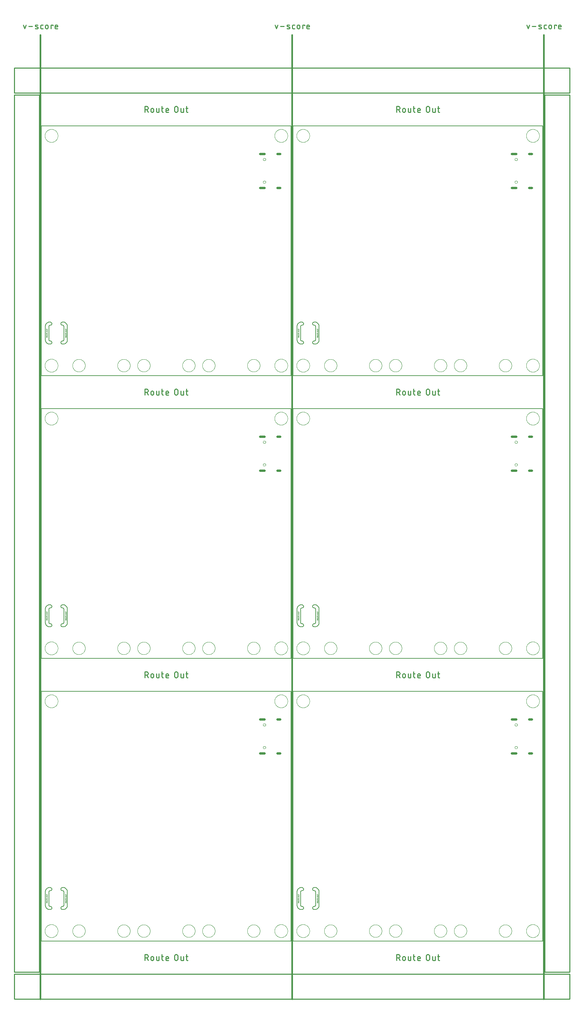
<source format=gko>
G04 EAGLE Gerber RS-274X export*
G75*
%MOMM*%
%FSLAX34Y34*%
%LPD*%
%IN*%
%IPPOS*%
%AMOC8*
5,1,8,0,0,1.08239X$1,22.5*%
G01*
%ADD10C,0.203200*%
%ADD11C,0.025400*%
%ADD12C,0.279400*%
%ADD13C,0.381000*%
%ADD14C,0.254000*%
%ADD15C,0.000000*%
%ADD16C,0.600000*%


D10*
X0Y0D02*
X635000Y0D01*
X635000Y635000D01*
X0Y635000D01*
X0Y0D01*
X10161Y124460D02*
X10151Y124732D01*
X10148Y125003D01*
X10152Y125275D01*
X10162Y125547D01*
X10179Y125818D01*
X10203Y126089D01*
X10233Y126359D01*
X10269Y126628D01*
X10313Y126897D01*
X10363Y127164D01*
X10419Y127430D01*
X10482Y127694D01*
X10551Y127957D01*
X10627Y128218D01*
X10709Y128477D01*
X10797Y128735D01*
X10892Y128989D01*
X10993Y129242D01*
X11100Y129492D01*
X11213Y129739D01*
X11332Y129983D01*
X11457Y130225D01*
X11588Y130463D01*
X11725Y130698D01*
X11867Y130930D01*
X12015Y131158D01*
X12168Y131382D01*
X12327Y131602D01*
X12491Y131819D01*
X12661Y132032D01*
X12836Y132240D01*
X13015Y132444D01*
X13200Y132643D01*
X13389Y132838D01*
X13583Y133029D01*
X13782Y133214D01*
X13985Y133395D01*
X14193Y133570D01*
X14405Y133741D01*
X14621Y133906D01*
X14840Y134066D01*
X15064Y134220D01*
X15292Y134369D01*
X15523Y134513D01*
X15757Y134650D01*
X15995Y134782D01*
X16235Y134908D01*
X16479Y135028D01*
X16726Y135142D01*
X16975Y135250D01*
X17227Y135352D01*
X17482Y135448D01*
X17739Y135538D01*
X17997Y135621D01*
X18258Y135698D01*
X18521Y135768D01*
X18785Y135832D01*
X19051Y135890D01*
X22860Y135890D02*
X22990Y135870D01*
X23120Y135847D01*
X23248Y135820D01*
X23376Y135789D01*
X23503Y135754D01*
X23629Y135716D01*
X23754Y135673D01*
X23877Y135627D01*
X23999Y135578D01*
X24119Y135525D01*
X24238Y135468D01*
X24355Y135408D01*
X24470Y135345D01*
X24583Y135278D01*
X24694Y135207D01*
X24803Y135134D01*
X24910Y135057D01*
X25015Y134977D01*
X25117Y134894D01*
X25217Y134809D01*
X25314Y134720D01*
X25408Y134628D01*
X25500Y134534D01*
X25589Y134437D01*
X25674Y134337D01*
X25757Y134235D01*
X25837Y134130D01*
X25914Y134023D01*
X25987Y133914D01*
X26058Y133803D01*
X26125Y133690D01*
X26188Y133575D01*
X26248Y133458D01*
X26305Y133339D01*
X26358Y133219D01*
X26407Y133097D01*
X26453Y132974D01*
X26496Y132849D01*
X26534Y132723D01*
X26569Y132596D01*
X26600Y132468D01*
X26627Y132340D01*
X26650Y132210D01*
X26670Y132080D01*
X26673Y131956D01*
X26672Y131832D01*
X26668Y131708D01*
X26659Y131584D01*
X26647Y131461D01*
X26631Y131338D01*
X26612Y131215D01*
X26588Y131093D01*
X26561Y130972D01*
X26530Y130852D01*
X26496Y130733D01*
X26457Y130615D01*
X26416Y130498D01*
X26370Y130382D01*
X26321Y130268D01*
X26269Y130156D01*
X26213Y130045D01*
X26154Y129936D01*
X26091Y129829D01*
X26025Y129724D01*
X25956Y129621D01*
X25884Y129520D01*
X25808Y129421D01*
X25730Y129325D01*
X25649Y129231D01*
X25565Y129140D01*
X25478Y129051D01*
X25388Y128965D01*
X25296Y128882D01*
X25202Y128802D01*
X25105Y128725D01*
X25005Y128650D01*
X24904Y128579D01*
X24800Y128511D01*
X24694Y128446D01*
X24586Y128385D01*
X24477Y128327D01*
X24365Y128272D01*
X24252Y128221D01*
X24138Y128173D01*
X24022Y128129D01*
X23904Y128088D01*
X23786Y128051D01*
X23666Y128018D01*
X23546Y127988D01*
X23425Y127962D01*
X23303Y127940D01*
X23180Y127922D01*
X23057Y127907D01*
X22933Y127896D01*
X22809Y127889D01*
X21717Y127838D02*
X21610Y127824D01*
X21503Y127805D01*
X21396Y127783D01*
X21291Y127757D01*
X21186Y127727D01*
X21083Y127694D01*
X20981Y127656D01*
X20880Y127616D01*
X20781Y127571D01*
X20684Y127523D01*
X20588Y127472D01*
X20494Y127417D01*
X20402Y127359D01*
X20313Y127298D01*
X20225Y127234D01*
X20140Y127166D01*
X20057Y127096D01*
X19977Y127022D01*
X19900Y126946D01*
X19825Y126867D01*
X19753Y126786D01*
X19685Y126702D01*
X19619Y126615D01*
X19556Y126526D01*
X19497Y126435D01*
X19441Y126342D01*
X19388Y126248D01*
X19338Y126151D01*
X19292Y126052D01*
X19250Y125952D01*
X19211Y125851D01*
X19176Y125748D01*
X19145Y125644D01*
X19117Y125539D01*
X19093Y125433D01*
X19073Y125326D01*
X19057Y125219D01*
X19044Y125111D01*
X19036Y125003D01*
X19031Y124894D01*
X19030Y124786D01*
X19033Y124677D01*
X19040Y124569D01*
X19051Y124460D01*
D11*
X15367Y97125D02*
X12573Y97125D01*
X12573Y97901D01*
X12575Y97956D01*
X12581Y98011D01*
X12591Y98066D01*
X12604Y98120D01*
X12622Y98172D01*
X12643Y98223D01*
X12668Y98273D01*
X12696Y98321D01*
X12728Y98366D01*
X12763Y98409D01*
X12800Y98450D01*
X12841Y98487D01*
X12884Y98522D01*
X12929Y98554D01*
X12977Y98582D01*
X13027Y98607D01*
X13078Y98628D01*
X13130Y98646D01*
X13184Y98659D01*
X13239Y98669D01*
X13294Y98675D01*
X13349Y98677D01*
X13404Y98675D01*
X13459Y98669D01*
X13514Y98659D01*
X13568Y98646D01*
X13620Y98628D01*
X13671Y98607D01*
X13721Y98582D01*
X13769Y98554D01*
X13814Y98522D01*
X13857Y98487D01*
X13898Y98450D01*
X13935Y98409D01*
X13970Y98366D01*
X14002Y98321D01*
X14030Y98273D01*
X14055Y98223D01*
X14076Y98172D01*
X14094Y98120D01*
X14107Y98066D01*
X14117Y98011D01*
X14123Y97956D01*
X14125Y97901D01*
X14125Y97125D01*
X14125Y98056D02*
X15367Y98677D01*
X14591Y99850D02*
X13349Y99850D01*
X13294Y99852D01*
X13239Y99858D01*
X13184Y99868D01*
X13130Y99881D01*
X13078Y99899D01*
X13027Y99920D01*
X12977Y99945D01*
X12929Y99973D01*
X12884Y100005D01*
X12841Y100040D01*
X12800Y100077D01*
X12763Y100118D01*
X12728Y100161D01*
X12696Y100206D01*
X12668Y100254D01*
X12643Y100304D01*
X12622Y100355D01*
X12604Y100407D01*
X12591Y100461D01*
X12581Y100516D01*
X12575Y100571D01*
X12573Y100626D01*
X12575Y100681D01*
X12581Y100736D01*
X12591Y100791D01*
X12604Y100845D01*
X12622Y100897D01*
X12643Y100948D01*
X12668Y100998D01*
X12696Y101046D01*
X12728Y101091D01*
X12763Y101134D01*
X12800Y101175D01*
X12841Y101212D01*
X12884Y101247D01*
X12929Y101279D01*
X12977Y101307D01*
X13027Y101332D01*
X13078Y101353D01*
X13130Y101371D01*
X13184Y101384D01*
X13239Y101394D01*
X13294Y101400D01*
X13349Y101402D01*
X14591Y101402D01*
X14646Y101400D01*
X14701Y101394D01*
X14756Y101384D01*
X14810Y101371D01*
X14862Y101353D01*
X14913Y101332D01*
X14963Y101307D01*
X15011Y101279D01*
X15056Y101247D01*
X15099Y101212D01*
X15140Y101175D01*
X15177Y101134D01*
X15212Y101091D01*
X15244Y101046D01*
X15272Y100998D01*
X15297Y100948D01*
X15318Y100897D01*
X15336Y100845D01*
X15349Y100791D01*
X15359Y100736D01*
X15365Y100681D01*
X15367Y100626D01*
X15365Y100571D01*
X15359Y100516D01*
X15349Y100461D01*
X15336Y100407D01*
X15318Y100355D01*
X15297Y100304D01*
X15272Y100254D01*
X15244Y100206D01*
X15212Y100161D01*
X15177Y100118D01*
X15140Y100077D01*
X15099Y100040D01*
X15056Y100005D01*
X15011Y99973D01*
X14963Y99945D01*
X14913Y99920D01*
X14862Y99899D01*
X14810Y99881D01*
X14756Y99868D01*
X14701Y99858D01*
X14646Y99852D01*
X14591Y99850D01*
X14591Y102684D02*
X12573Y102684D01*
X14591Y102684D02*
X14646Y102686D01*
X14701Y102692D01*
X14756Y102702D01*
X14810Y102715D01*
X14862Y102733D01*
X14913Y102754D01*
X14963Y102779D01*
X15011Y102807D01*
X15056Y102839D01*
X15099Y102874D01*
X15140Y102911D01*
X15177Y102952D01*
X15212Y102995D01*
X15244Y103040D01*
X15272Y103088D01*
X15297Y103138D01*
X15318Y103189D01*
X15336Y103241D01*
X15349Y103295D01*
X15359Y103350D01*
X15365Y103405D01*
X15367Y103460D01*
X15365Y103515D01*
X15359Y103570D01*
X15349Y103625D01*
X15336Y103679D01*
X15318Y103731D01*
X15297Y103782D01*
X15272Y103832D01*
X15244Y103880D01*
X15212Y103925D01*
X15177Y103968D01*
X15140Y104009D01*
X15099Y104046D01*
X15056Y104081D01*
X15011Y104113D01*
X14963Y104141D01*
X14913Y104166D01*
X14862Y104187D01*
X14810Y104205D01*
X14756Y104218D01*
X14701Y104228D01*
X14646Y104234D01*
X14591Y104236D01*
X14591Y104237D02*
X12573Y104237D01*
X12573Y106112D02*
X15367Y106112D01*
X12573Y105336D02*
X12573Y106888D01*
X15367Y107993D02*
X15367Y109235D01*
X15367Y107993D02*
X12573Y107993D01*
X12573Y109235D01*
X13815Y108925D02*
X13815Y107993D01*
X13349Y111737D02*
X14591Y111737D01*
X13349Y111737D02*
X13294Y111739D01*
X13239Y111745D01*
X13184Y111755D01*
X13130Y111768D01*
X13078Y111786D01*
X13027Y111807D01*
X12977Y111832D01*
X12929Y111860D01*
X12884Y111892D01*
X12841Y111927D01*
X12800Y111964D01*
X12763Y112005D01*
X12728Y112048D01*
X12696Y112093D01*
X12668Y112141D01*
X12643Y112191D01*
X12622Y112242D01*
X12604Y112294D01*
X12591Y112348D01*
X12581Y112403D01*
X12575Y112458D01*
X12573Y112513D01*
X12575Y112568D01*
X12581Y112623D01*
X12591Y112678D01*
X12604Y112732D01*
X12622Y112784D01*
X12643Y112835D01*
X12668Y112885D01*
X12696Y112933D01*
X12728Y112978D01*
X12763Y113021D01*
X12800Y113062D01*
X12841Y113099D01*
X12884Y113134D01*
X12929Y113166D01*
X12977Y113194D01*
X13027Y113219D01*
X13078Y113240D01*
X13130Y113258D01*
X13184Y113271D01*
X13239Y113281D01*
X13294Y113287D01*
X13349Y113289D01*
X14591Y113289D01*
X14646Y113287D01*
X14701Y113281D01*
X14756Y113271D01*
X14810Y113258D01*
X14862Y113240D01*
X14913Y113219D01*
X14963Y113194D01*
X15011Y113166D01*
X15056Y113134D01*
X15099Y113099D01*
X15140Y113062D01*
X15177Y113021D01*
X15212Y112978D01*
X15244Y112933D01*
X15272Y112885D01*
X15297Y112835D01*
X15318Y112784D01*
X15336Y112732D01*
X15349Y112678D01*
X15359Y112623D01*
X15365Y112568D01*
X15367Y112513D01*
X15365Y112458D01*
X15359Y112403D01*
X15349Y112348D01*
X15336Y112294D01*
X15318Y112242D01*
X15297Y112191D01*
X15272Y112141D01*
X15244Y112093D01*
X15212Y112048D01*
X15177Y112005D01*
X15140Y111964D01*
X15099Y111927D01*
X15056Y111892D01*
X15011Y111860D01*
X14963Y111832D01*
X14913Y111807D01*
X14862Y111786D01*
X14810Y111768D01*
X14756Y111755D01*
X14701Y111745D01*
X14646Y111739D01*
X14591Y111737D01*
X14591Y114572D02*
X12573Y114572D01*
X14591Y114572D02*
X14646Y114574D01*
X14701Y114580D01*
X14756Y114590D01*
X14810Y114603D01*
X14862Y114621D01*
X14913Y114642D01*
X14963Y114667D01*
X15011Y114695D01*
X15056Y114727D01*
X15099Y114762D01*
X15140Y114799D01*
X15177Y114840D01*
X15212Y114883D01*
X15244Y114928D01*
X15272Y114976D01*
X15297Y115026D01*
X15318Y115077D01*
X15336Y115129D01*
X15349Y115183D01*
X15359Y115238D01*
X15365Y115293D01*
X15367Y115348D01*
X15365Y115403D01*
X15359Y115458D01*
X15349Y115513D01*
X15336Y115567D01*
X15318Y115619D01*
X15297Y115670D01*
X15272Y115720D01*
X15244Y115768D01*
X15212Y115813D01*
X15177Y115856D01*
X15140Y115897D01*
X15099Y115934D01*
X15056Y115969D01*
X15011Y116001D01*
X14963Y116029D01*
X14913Y116054D01*
X14862Y116075D01*
X14810Y116093D01*
X14756Y116106D01*
X14701Y116116D01*
X14646Y116122D01*
X14591Y116124D01*
X12573Y116124D01*
X12573Y117999D02*
X15367Y117999D01*
X12573Y117223D02*
X12573Y118775D01*
D10*
X10161Y91440D02*
X10151Y91168D01*
X10148Y90897D01*
X10152Y90625D01*
X10162Y90353D01*
X10179Y90082D01*
X10203Y89811D01*
X10233Y89541D01*
X10269Y89272D01*
X10313Y89003D01*
X10363Y88736D01*
X10419Y88470D01*
X10482Y88206D01*
X10551Y87943D01*
X10627Y87682D01*
X10709Y87423D01*
X10797Y87165D01*
X10892Y86911D01*
X10993Y86658D01*
X11100Y86408D01*
X11213Y86161D01*
X11332Y85917D01*
X11457Y85675D01*
X11588Y85437D01*
X11725Y85202D01*
X11867Y84970D01*
X12015Y84742D01*
X12168Y84518D01*
X12327Y84298D01*
X12491Y84081D01*
X12661Y83868D01*
X12836Y83660D01*
X13015Y83456D01*
X13200Y83257D01*
X13389Y83062D01*
X13583Y82871D01*
X13782Y82686D01*
X13985Y82505D01*
X14193Y82330D01*
X14405Y82159D01*
X14621Y81994D01*
X14840Y81834D01*
X15064Y81680D01*
X15292Y81531D01*
X15523Y81387D01*
X15757Y81250D01*
X15995Y81118D01*
X16235Y80992D01*
X16479Y80872D01*
X16726Y80758D01*
X16975Y80650D01*
X17227Y80548D01*
X17482Y80452D01*
X17739Y80362D01*
X17997Y80279D01*
X18258Y80202D01*
X18521Y80132D01*
X18785Y80068D01*
X19051Y80010D01*
X22860Y80010D02*
X22990Y80030D01*
X23120Y80053D01*
X23248Y80080D01*
X23376Y80111D01*
X23503Y80146D01*
X23629Y80184D01*
X23754Y80227D01*
X23877Y80273D01*
X23999Y80322D01*
X24119Y80375D01*
X24238Y80432D01*
X24355Y80492D01*
X24470Y80555D01*
X24583Y80622D01*
X24694Y80693D01*
X24803Y80766D01*
X24910Y80843D01*
X25015Y80923D01*
X25117Y81006D01*
X25217Y81091D01*
X25314Y81180D01*
X25408Y81272D01*
X25500Y81366D01*
X25589Y81463D01*
X25674Y81563D01*
X25757Y81665D01*
X25837Y81770D01*
X25914Y81877D01*
X25987Y81986D01*
X26058Y82097D01*
X26125Y82210D01*
X26188Y82325D01*
X26248Y82442D01*
X26305Y82561D01*
X26358Y82681D01*
X26407Y82803D01*
X26453Y82926D01*
X26496Y83051D01*
X26534Y83177D01*
X26569Y83304D01*
X26600Y83432D01*
X26627Y83560D01*
X26650Y83690D01*
X26670Y83820D01*
X26673Y83944D01*
X26672Y84068D01*
X26668Y84192D01*
X26659Y84316D01*
X26647Y84439D01*
X26631Y84562D01*
X26612Y84685D01*
X26588Y84807D01*
X26561Y84928D01*
X26530Y85048D01*
X26496Y85167D01*
X26457Y85285D01*
X26416Y85402D01*
X26370Y85518D01*
X26321Y85632D01*
X26269Y85744D01*
X26213Y85855D01*
X26154Y85964D01*
X26091Y86071D01*
X26025Y86176D01*
X25956Y86279D01*
X25884Y86380D01*
X25808Y86479D01*
X25730Y86575D01*
X25649Y86669D01*
X25565Y86760D01*
X25478Y86849D01*
X25388Y86935D01*
X25296Y87018D01*
X25202Y87098D01*
X25105Y87175D01*
X25005Y87250D01*
X24904Y87321D01*
X24800Y87389D01*
X24694Y87454D01*
X24586Y87515D01*
X24477Y87573D01*
X24365Y87628D01*
X24252Y87679D01*
X24138Y87727D01*
X24022Y87771D01*
X23904Y87812D01*
X23786Y87849D01*
X23666Y87882D01*
X23546Y87912D01*
X23425Y87938D01*
X23303Y87960D01*
X23180Y87978D01*
X23057Y87993D01*
X22933Y88004D01*
X22809Y88011D01*
X21717Y88062D02*
X21610Y88076D01*
X21503Y88095D01*
X21396Y88117D01*
X21291Y88143D01*
X21186Y88173D01*
X21083Y88206D01*
X20981Y88244D01*
X20880Y88284D01*
X20781Y88329D01*
X20684Y88377D01*
X20588Y88428D01*
X20494Y88483D01*
X20402Y88541D01*
X20313Y88602D01*
X20225Y88666D01*
X20140Y88734D01*
X20057Y88804D01*
X19977Y88878D01*
X19900Y88954D01*
X19825Y89033D01*
X19753Y89114D01*
X19685Y89198D01*
X19619Y89285D01*
X19556Y89374D01*
X19497Y89465D01*
X19441Y89558D01*
X19388Y89652D01*
X19338Y89749D01*
X19292Y89848D01*
X19250Y89948D01*
X19211Y90049D01*
X19176Y90152D01*
X19145Y90256D01*
X19117Y90361D01*
X19093Y90467D01*
X19073Y90574D01*
X19057Y90681D01*
X19044Y90789D01*
X19036Y90897D01*
X19031Y91006D01*
X19030Y91114D01*
X19033Y91223D01*
X19040Y91331D01*
X19051Y91440D01*
X57149Y80010D02*
X57415Y80068D01*
X57679Y80132D01*
X57942Y80202D01*
X58203Y80279D01*
X58461Y80362D01*
X58718Y80452D01*
X58973Y80548D01*
X59225Y80650D01*
X59474Y80758D01*
X59721Y80872D01*
X59965Y80992D01*
X60205Y81118D01*
X60443Y81250D01*
X60677Y81387D01*
X60908Y81531D01*
X61136Y81680D01*
X61360Y81834D01*
X61579Y81994D01*
X61795Y82159D01*
X62007Y82330D01*
X62215Y82505D01*
X62418Y82686D01*
X62617Y82871D01*
X62811Y83062D01*
X63000Y83257D01*
X63185Y83456D01*
X63364Y83660D01*
X63539Y83868D01*
X63709Y84081D01*
X63873Y84298D01*
X64032Y84518D01*
X64185Y84742D01*
X64333Y84970D01*
X64475Y85202D01*
X64612Y85437D01*
X64743Y85675D01*
X64868Y85917D01*
X64987Y86161D01*
X65100Y86408D01*
X65207Y86658D01*
X65308Y86911D01*
X65403Y87165D01*
X65491Y87423D01*
X65573Y87682D01*
X65649Y87943D01*
X65718Y88206D01*
X65781Y88470D01*
X65837Y88736D01*
X65887Y89003D01*
X65931Y89272D01*
X65967Y89541D01*
X65997Y89811D01*
X66021Y90082D01*
X66038Y90353D01*
X66048Y90625D01*
X66052Y90897D01*
X66049Y91168D01*
X66039Y91440D01*
X53340Y80010D02*
X53210Y80030D01*
X53080Y80053D01*
X52952Y80080D01*
X52824Y80111D01*
X52697Y80146D01*
X52571Y80184D01*
X52446Y80227D01*
X52323Y80273D01*
X52201Y80322D01*
X52081Y80375D01*
X51962Y80432D01*
X51845Y80492D01*
X51730Y80555D01*
X51617Y80622D01*
X51506Y80693D01*
X51397Y80766D01*
X51290Y80843D01*
X51185Y80923D01*
X51083Y81006D01*
X50983Y81091D01*
X50886Y81180D01*
X50792Y81272D01*
X50700Y81366D01*
X50611Y81463D01*
X50526Y81563D01*
X50443Y81665D01*
X50363Y81770D01*
X50286Y81877D01*
X50213Y81986D01*
X50142Y82097D01*
X50075Y82210D01*
X50012Y82325D01*
X49952Y82442D01*
X49895Y82561D01*
X49842Y82681D01*
X49793Y82803D01*
X49747Y82926D01*
X49704Y83051D01*
X49666Y83177D01*
X49631Y83304D01*
X49600Y83432D01*
X49573Y83560D01*
X49550Y83690D01*
X49530Y83820D01*
X49527Y83944D01*
X49528Y84068D01*
X49532Y84192D01*
X49541Y84316D01*
X49553Y84439D01*
X49569Y84562D01*
X49588Y84685D01*
X49612Y84807D01*
X49639Y84928D01*
X49670Y85048D01*
X49704Y85167D01*
X49743Y85285D01*
X49784Y85402D01*
X49830Y85518D01*
X49879Y85632D01*
X49931Y85744D01*
X49987Y85855D01*
X50046Y85964D01*
X50109Y86071D01*
X50175Y86176D01*
X50244Y86279D01*
X50316Y86380D01*
X50392Y86479D01*
X50470Y86575D01*
X50551Y86669D01*
X50635Y86760D01*
X50722Y86849D01*
X50812Y86935D01*
X50904Y87018D01*
X50998Y87098D01*
X51095Y87175D01*
X51195Y87250D01*
X51296Y87321D01*
X51400Y87389D01*
X51506Y87454D01*
X51614Y87515D01*
X51723Y87573D01*
X51835Y87628D01*
X51948Y87679D01*
X52062Y87727D01*
X52178Y87771D01*
X52296Y87812D01*
X52414Y87849D01*
X52534Y87882D01*
X52654Y87912D01*
X52775Y87938D01*
X52897Y87960D01*
X53020Y87978D01*
X53143Y87993D01*
X53267Y88004D01*
X53391Y88011D01*
X54483Y88062D02*
X54590Y88076D01*
X54697Y88095D01*
X54804Y88117D01*
X54909Y88143D01*
X55014Y88173D01*
X55117Y88206D01*
X55219Y88244D01*
X55320Y88284D01*
X55419Y88329D01*
X55516Y88377D01*
X55612Y88428D01*
X55706Y88483D01*
X55798Y88541D01*
X55887Y88602D01*
X55975Y88666D01*
X56060Y88734D01*
X56143Y88804D01*
X56223Y88878D01*
X56300Y88954D01*
X56375Y89033D01*
X56447Y89114D01*
X56515Y89198D01*
X56581Y89285D01*
X56644Y89374D01*
X56703Y89465D01*
X56759Y89558D01*
X56812Y89652D01*
X56862Y89749D01*
X56908Y89848D01*
X56950Y89948D01*
X56989Y90049D01*
X57024Y90152D01*
X57055Y90256D01*
X57083Y90361D01*
X57107Y90467D01*
X57127Y90574D01*
X57143Y90681D01*
X57156Y90789D01*
X57164Y90897D01*
X57169Y91006D01*
X57170Y91114D01*
X57167Y91223D01*
X57160Y91331D01*
X57149Y91440D01*
D11*
X60833Y97125D02*
X63627Y97125D01*
X60833Y97125D02*
X60833Y97901D01*
X60835Y97956D01*
X60841Y98011D01*
X60851Y98066D01*
X60864Y98120D01*
X60882Y98172D01*
X60903Y98223D01*
X60928Y98273D01*
X60956Y98321D01*
X60988Y98366D01*
X61023Y98409D01*
X61060Y98450D01*
X61101Y98487D01*
X61144Y98522D01*
X61189Y98554D01*
X61237Y98582D01*
X61287Y98607D01*
X61338Y98628D01*
X61390Y98646D01*
X61444Y98659D01*
X61499Y98669D01*
X61554Y98675D01*
X61609Y98677D01*
X61664Y98675D01*
X61719Y98669D01*
X61774Y98659D01*
X61828Y98646D01*
X61880Y98628D01*
X61931Y98607D01*
X61981Y98582D01*
X62029Y98554D01*
X62074Y98522D01*
X62117Y98487D01*
X62158Y98450D01*
X62195Y98409D01*
X62230Y98366D01*
X62262Y98321D01*
X62290Y98273D01*
X62315Y98223D01*
X62336Y98172D01*
X62354Y98120D01*
X62367Y98066D01*
X62377Y98011D01*
X62383Y97956D01*
X62385Y97901D01*
X62385Y97125D01*
X62385Y98056D02*
X63627Y98677D01*
X62851Y99850D02*
X61609Y99850D01*
X61554Y99852D01*
X61499Y99858D01*
X61444Y99868D01*
X61390Y99881D01*
X61338Y99899D01*
X61287Y99920D01*
X61237Y99945D01*
X61189Y99973D01*
X61144Y100005D01*
X61101Y100040D01*
X61060Y100077D01*
X61023Y100118D01*
X60988Y100161D01*
X60956Y100206D01*
X60928Y100254D01*
X60903Y100304D01*
X60882Y100355D01*
X60864Y100407D01*
X60851Y100461D01*
X60841Y100516D01*
X60835Y100571D01*
X60833Y100626D01*
X60835Y100681D01*
X60841Y100736D01*
X60851Y100791D01*
X60864Y100845D01*
X60882Y100897D01*
X60903Y100948D01*
X60928Y100998D01*
X60956Y101046D01*
X60988Y101091D01*
X61023Y101134D01*
X61060Y101175D01*
X61101Y101212D01*
X61144Y101247D01*
X61189Y101279D01*
X61237Y101307D01*
X61287Y101332D01*
X61338Y101353D01*
X61390Y101371D01*
X61444Y101384D01*
X61499Y101394D01*
X61554Y101400D01*
X61609Y101402D01*
X62851Y101402D01*
X62906Y101400D01*
X62961Y101394D01*
X63016Y101384D01*
X63070Y101371D01*
X63122Y101353D01*
X63173Y101332D01*
X63223Y101307D01*
X63271Y101279D01*
X63316Y101247D01*
X63359Y101212D01*
X63400Y101175D01*
X63437Y101134D01*
X63472Y101091D01*
X63504Y101046D01*
X63532Y100998D01*
X63557Y100948D01*
X63578Y100897D01*
X63596Y100845D01*
X63609Y100791D01*
X63619Y100736D01*
X63625Y100681D01*
X63627Y100626D01*
X63625Y100571D01*
X63619Y100516D01*
X63609Y100461D01*
X63596Y100407D01*
X63578Y100355D01*
X63557Y100304D01*
X63532Y100254D01*
X63504Y100206D01*
X63472Y100161D01*
X63437Y100118D01*
X63400Y100077D01*
X63359Y100040D01*
X63316Y100005D01*
X63271Y99973D01*
X63223Y99945D01*
X63173Y99920D01*
X63122Y99899D01*
X63070Y99881D01*
X63016Y99868D01*
X62961Y99858D01*
X62906Y99852D01*
X62851Y99850D01*
X62851Y102684D02*
X60833Y102684D01*
X62851Y102684D02*
X62906Y102686D01*
X62961Y102692D01*
X63016Y102702D01*
X63070Y102715D01*
X63122Y102733D01*
X63173Y102754D01*
X63223Y102779D01*
X63271Y102807D01*
X63316Y102839D01*
X63359Y102874D01*
X63400Y102911D01*
X63437Y102952D01*
X63472Y102995D01*
X63504Y103040D01*
X63532Y103088D01*
X63557Y103138D01*
X63578Y103189D01*
X63596Y103241D01*
X63609Y103295D01*
X63619Y103350D01*
X63625Y103405D01*
X63627Y103460D01*
X63625Y103515D01*
X63619Y103570D01*
X63609Y103625D01*
X63596Y103679D01*
X63578Y103731D01*
X63557Y103782D01*
X63532Y103832D01*
X63504Y103880D01*
X63472Y103925D01*
X63437Y103968D01*
X63400Y104009D01*
X63359Y104046D01*
X63316Y104081D01*
X63271Y104113D01*
X63223Y104141D01*
X63173Y104166D01*
X63122Y104187D01*
X63070Y104205D01*
X63016Y104218D01*
X62961Y104228D01*
X62906Y104234D01*
X62851Y104236D01*
X62851Y104237D02*
X60833Y104237D01*
X60833Y106112D02*
X63627Y106112D01*
X60833Y105336D02*
X60833Y106888D01*
X63627Y107993D02*
X63627Y109235D01*
X63627Y107993D02*
X60833Y107993D01*
X60833Y109235D01*
X62075Y108925D02*
X62075Y107993D01*
X61609Y111737D02*
X62851Y111737D01*
X61609Y111737D02*
X61554Y111739D01*
X61499Y111745D01*
X61444Y111755D01*
X61390Y111768D01*
X61338Y111786D01*
X61287Y111807D01*
X61237Y111832D01*
X61189Y111860D01*
X61144Y111892D01*
X61101Y111927D01*
X61060Y111964D01*
X61023Y112005D01*
X60988Y112048D01*
X60956Y112093D01*
X60928Y112141D01*
X60903Y112191D01*
X60882Y112242D01*
X60864Y112294D01*
X60851Y112348D01*
X60841Y112403D01*
X60835Y112458D01*
X60833Y112513D01*
X60835Y112568D01*
X60841Y112623D01*
X60851Y112678D01*
X60864Y112732D01*
X60882Y112784D01*
X60903Y112835D01*
X60928Y112885D01*
X60956Y112933D01*
X60988Y112978D01*
X61023Y113021D01*
X61060Y113062D01*
X61101Y113099D01*
X61144Y113134D01*
X61189Y113166D01*
X61237Y113194D01*
X61287Y113219D01*
X61338Y113240D01*
X61390Y113258D01*
X61444Y113271D01*
X61499Y113281D01*
X61554Y113287D01*
X61609Y113289D01*
X62851Y113289D01*
X62906Y113287D01*
X62961Y113281D01*
X63016Y113271D01*
X63070Y113258D01*
X63122Y113240D01*
X63173Y113219D01*
X63223Y113194D01*
X63271Y113166D01*
X63316Y113134D01*
X63359Y113099D01*
X63400Y113062D01*
X63437Y113021D01*
X63472Y112978D01*
X63504Y112933D01*
X63532Y112885D01*
X63557Y112835D01*
X63578Y112784D01*
X63596Y112732D01*
X63609Y112678D01*
X63619Y112623D01*
X63625Y112568D01*
X63627Y112513D01*
X63625Y112458D01*
X63619Y112403D01*
X63609Y112348D01*
X63596Y112294D01*
X63578Y112242D01*
X63557Y112191D01*
X63532Y112141D01*
X63504Y112093D01*
X63472Y112048D01*
X63437Y112005D01*
X63400Y111964D01*
X63359Y111927D01*
X63316Y111892D01*
X63271Y111860D01*
X63223Y111832D01*
X63173Y111807D01*
X63122Y111786D01*
X63070Y111768D01*
X63016Y111755D01*
X62961Y111745D01*
X62906Y111739D01*
X62851Y111737D01*
X62851Y114571D02*
X60833Y114571D01*
X62851Y114572D02*
X62906Y114574D01*
X62961Y114580D01*
X63016Y114590D01*
X63070Y114603D01*
X63122Y114621D01*
X63173Y114642D01*
X63223Y114667D01*
X63271Y114695D01*
X63316Y114727D01*
X63359Y114762D01*
X63400Y114799D01*
X63437Y114840D01*
X63472Y114883D01*
X63504Y114928D01*
X63532Y114976D01*
X63557Y115026D01*
X63578Y115077D01*
X63596Y115129D01*
X63609Y115183D01*
X63619Y115238D01*
X63625Y115293D01*
X63627Y115348D01*
X63625Y115403D01*
X63619Y115458D01*
X63609Y115513D01*
X63596Y115567D01*
X63578Y115619D01*
X63557Y115670D01*
X63532Y115720D01*
X63504Y115768D01*
X63472Y115813D01*
X63437Y115856D01*
X63400Y115897D01*
X63359Y115934D01*
X63316Y115969D01*
X63271Y116001D01*
X63223Y116029D01*
X63173Y116054D01*
X63122Y116075D01*
X63070Y116093D01*
X63016Y116106D01*
X62961Y116116D01*
X62906Y116122D01*
X62851Y116124D01*
X60833Y116124D01*
X60833Y117999D02*
X63627Y117999D01*
X60833Y117223D02*
X60833Y118775D01*
D10*
X66039Y124460D02*
X66049Y124732D01*
X66052Y125003D01*
X66048Y125275D01*
X66038Y125547D01*
X66021Y125818D01*
X65997Y126089D01*
X65967Y126359D01*
X65931Y126628D01*
X65887Y126897D01*
X65837Y127164D01*
X65781Y127430D01*
X65718Y127694D01*
X65649Y127957D01*
X65573Y128218D01*
X65491Y128477D01*
X65403Y128735D01*
X65308Y128989D01*
X65207Y129242D01*
X65100Y129492D01*
X64987Y129739D01*
X64868Y129983D01*
X64743Y130225D01*
X64612Y130463D01*
X64475Y130698D01*
X64333Y130930D01*
X64185Y131158D01*
X64032Y131382D01*
X63873Y131602D01*
X63709Y131819D01*
X63539Y132032D01*
X63364Y132240D01*
X63185Y132444D01*
X63000Y132643D01*
X62811Y132838D01*
X62617Y133029D01*
X62418Y133214D01*
X62215Y133395D01*
X62007Y133570D01*
X61795Y133741D01*
X61579Y133906D01*
X61360Y134066D01*
X61136Y134220D01*
X60908Y134369D01*
X60677Y134513D01*
X60443Y134650D01*
X60205Y134782D01*
X59965Y134908D01*
X59721Y135028D01*
X59474Y135142D01*
X59225Y135250D01*
X58973Y135352D01*
X58718Y135448D01*
X58461Y135538D01*
X58203Y135621D01*
X57942Y135698D01*
X57679Y135768D01*
X57415Y135832D01*
X57149Y135890D01*
X53340Y135890D02*
X53210Y135870D01*
X53080Y135847D01*
X52952Y135820D01*
X52824Y135789D01*
X52697Y135754D01*
X52571Y135716D01*
X52446Y135673D01*
X52323Y135627D01*
X52201Y135578D01*
X52081Y135525D01*
X51962Y135468D01*
X51845Y135408D01*
X51730Y135345D01*
X51617Y135278D01*
X51506Y135207D01*
X51397Y135134D01*
X51290Y135057D01*
X51185Y134977D01*
X51083Y134894D01*
X50983Y134809D01*
X50886Y134720D01*
X50792Y134628D01*
X50700Y134534D01*
X50611Y134437D01*
X50526Y134337D01*
X50443Y134235D01*
X50363Y134130D01*
X50286Y134023D01*
X50213Y133914D01*
X50142Y133803D01*
X50075Y133690D01*
X50012Y133575D01*
X49952Y133458D01*
X49895Y133339D01*
X49842Y133219D01*
X49793Y133097D01*
X49747Y132974D01*
X49704Y132849D01*
X49666Y132723D01*
X49631Y132596D01*
X49600Y132468D01*
X49573Y132340D01*
X49550Y132210D01*
X49530Y132080D01*
X49527Y131956D01*
X49528Y131832D01*
X49532Y131708D01*
X49541Y131584D01*
X49553Y131461D01*
X49569Y131338D01*
X49588Y131215D01*
X49612Y131093D01*
X49639Y130972D01*
X49670Y130852D01*
X49704Y130733D01*
X49743Y130615D01*
X49784Y130498D01*
X49830Y130382D01*
X49879Y130268D01*
X49931Y130156D01*
X49987Y130045D01*
X50046Y129936D01*
X50109Y129829D01*
X50175Y129724D01*
X50244Y129621D01*
X50316Y129520D01*
X50392Y129421D01*
X50470Y129325D01*
X50551Y129231D01*
X50635Y129140D01*
X50722Y129051D01*
X50812Y128965D01*
X50904Y128882D01*
X50998Y128802D01*
X51095Y128725D01*
X51195Y128650D01*
X51296Y128579D01*
X51400Y128511D01*
X51506Y128446D01*
X51614Y128385D01*
X51723Y128327D01*
X51835Y128272D01*
X51948Y128221D01*
X52062Y128173D01*
X52178Y128129D01*
X52296Y128088D01*
X52414Y128051D01*
X52534Y128018D01*
X52654Y127988D01*
X52775Y127962D01*
X52897Y127940D01*
X53020Y127922D01*
X53143Y127907D01*
X53267Y127896D01*
X53391Y127889D01*
X54483Y127838D02*
X54590Y127824D01*
X54697Y127805D01*
X54804Y127783D01*
X54909Y127757D01*
X55014Y127727D01*
X55117Y127694D01*
X55219Y127656D01*
X55320Y127616D01*
X55419Y127571D01*
X55516Y127523D01*
X55612Y127472D01*
X55706Y127417D01*
X55798Y127359D01*
X55887Y127298D01*
X55975Y127234D01*
X56060Y127166D01*
X56143Y127096D01*
X56223Y127022D01*
X56300Y126946D01*
X56375Y126867D01*
X56447Y126786D01*
X56515Y126702D01*
X56581Y126615D01*
X56644Y126526D01*
X56703Y126435D01*
X56759Y126342D01*
X56812Y126248D01*
X56862Y126151D01*
X56908Y126052D01*
X56950Y125952D01*
X56989Y125851D01*
X57024Y125748D01*
X57055Y125644D01*
X57083Y125539D01*
X57107Y125433D01*
X57127Y125326D01*
X57143Y125219D01*
X57156Y125111D01*
X57164Y125003D01*
X57169Y124894D01*
X57170Y124786D01*
X57167Y124677D01*
X57160Y124569D01*
X57149Y124460D01*
X19051Y135890D02*
X18785Y135832D01*
X18521Y135768D01*
X18258Y135698D01*
X17997Y135621D01*
X17739Y135538D01*
X17482Y135448D01*
X17227Y135352D01*
X16975Y135250D01*
X16726Y135142D01*
X16479Y135028D01*
X16235Y134908D01*
X15995Y134782D01*
X15757Y134650D01*
X15523Y134513D01*
X15292Y134369D01*
X15064Y134220D01*
X14840Y134066D01*
X14621Y133906D01*
X14405Y133741D01*
X14193Y133570D01*
X13985Y133395D01*
X13782Y133214D01*
X13583Y133029D01*
X13389Y132838D01*
X13200Y132643D01*
X13015Y132444D01*
X12836Y132240D01*
X12661Y132032D01*
X12491Y131819D01*
X12327Y131602D01*
X12168Y131382D01*
X12015Y131158D01*
X11867Y130930D01*
X11725Y130698D01*
X11588Y130463D01*
X11457Y130225D01*
X11332Y129983D01*
X11213Y129739D01*
X11100Y129492D01*
X10993Y129242D01*
X10892Y128989D01*
X10797Y128735D01*
X10709Y128477D01*
X10627Y128218D01*
X10551Y127957D01*
X10482Y127694D01*
X10419Y127430D01*
X10363Y127164D01*
X10313Y126897D01*
X10269Y126628D01*
X10233Y126359D01*
X10203Y126089D01*
X10179Y125818D01*
X10162Y125547D01*
X10152Y125275D01*
X10148Y125003D01*
X10151Y124732D01*
X10161Y124460D01*
X19050Y135890D02*
X22860Y135890D01*
X22990Y135870D01*
X23120Y135847D01*
X23248Y135820D01*
X23376Y135789D01*
X23503Y135754D01*
X23629Y135716D01*
X23754Y135673D01*
X23877Y135627D01*
X23999Y135578D01*
X24119Y135525D01*
X24238Y135468D01*
X24355Y135408D01*
X24470Y135345D01*
X24583Y135278D01*
X24694Y135207D01*
X24803Y135134D01*
X24910Y135057D01*
X25015Y134977D01*
X25117Y134894D01*
X25217Y134809D01*
X25314Y134720D01*
X25408Y134628D01*
X25500Y134534D01*
X25589Y134437D01*
X25674Y134337D01*
X25757Y134235D01*
X25837Y134130D01*
X25914Y134023D01*
X25987Y133914D01*
X26058Y133803D01*
X26125Y133690D01*
X26188Y133575D01*
X26248Y133458D01*
X26305Y133339D01*
X26358Y133219D01*
X26407Y133097D01*
X26453Y132974D01*
X26496Y132849D01*
X26534Y132723D01*
X26569Y132596D01*
X26600Y132468D01*
X26627Y132340D01*
X26650Y132210D01*
X26670Y132080D01*
X26673Y131956D01*
X26672Y131832D01*
X26668Y131708D01*
X26659Y131584D01*
X26647Y131461D01*
X26631Y131338D01*
X26612Y131215D01*
X26588Y131093D01*
X26561Y130972D01*
X26530Y130852D01*
X26496Y130733D01*
X26457Y130615D01*
X26416Y130498D01*
X26370Y130382D01*
X26321Y130268D01*
X26269Y130156D01*
X26213Y130045D01*
X26154Y129936D01*
X26091Y129829D01*
X26025Y129724D01*
X25956Y129621D01*
X25884Y129520D01*
X25808Y129421D01*
X25730Y129325D01*
X25649Y129231D01*
X25565Y129140D01*
X25478Y129051D01*
X25388Y128965D01*
X25296Y128882D01*
X25202Y128802D01*
X25105Y128725D01*
X25005Y128650D01*
X24904Y128579D01*
X24800Y128511D01*
X24694Y128446D01*
X24586Y128385D01*
X24477Y128327D01*
X24365Y128272D01*
X24252Y128221D01*
X24138Y128173D01*
X24022Y128129D01*
X23904Y128088D01*
X23786Y128051D01*
X23666Y128018D01*
X23546Y127988D01*
X23425Y127962D01*
X23303Y127940D01*
X23180Y127922D01*
X23057Y127907D01*
X22933Y127896D01*
X22809Y127889D01*
X21717Y127838D01*
X21610Y127824D01*
X21503Y127805D01*
X21396Y127783D01*
X21291Y127757D01*
X21186Y127727D01*
X21083Y127694D01*
X20981Y127656D01*
X20880Y127616D01*
X20781Y127571D01*
X20684Y127523D01*
X20588Y127472D01*
X20494Y127417D01*
X20402Y127359D01*
X20313Y127298D01*
X20225Y127234D01*
X20140Y127166D01*
X20057Y127096D01*
X19977Y127022D01*
X19900Y126946D01*
X19825Y126867D01*
X19753Y126786D01*
X19685Y126702D01*
X19619Y126615D01*
X19556Y126526D01*
X19497Y126435D01*
X19441Y126342D01*
X19388Y126248D01*
X19338Y126151D01*
X19292Y126052D01*
X19250Y125952D01*
X19211Y125851D01*
X19176Y125748D01*
X19145Y125644D01*
X19117Y125539D01*
X19093Y125433D01*
X19073Y125326D01*
X19057Y125219D01*
X19044Y125111D01*
X19036Y125003D01*
X19031Y124894D01*
X19030Y124786D01*
X19033Y124677D01*
X19040Y124569D01*
X19051Y124460D01*
D11*
X15367Y97125D02*
X12573Y97125D01*
X12573Y97901D01*
X12575Y97956D01*
X12581Y98011D01*
X12591Y98066D01*
X12604Y98120D01*
X12622Y98172D01*
X12643Y98223D01*
X12668Y98273D01*
X12696Y98321D01*
X12728Y98366D01*
X12763Y98409D01*
X12800Y98450D01*
X12841Y98487D01*
X12884Y98522D01*
X12929Y98554D01*
X12977Y98582D01*
X13027Y98607D01*
X13078Y98628D01*
X13130Y98646D01*
X13184Y98659D01*
X13239Y98669D01*
X13294Y98675D01*
X13349Y98677D01*
X13404Y98675D01*
X13459Y98669D01*
X13514Y98659D01*
X13568Y98646D01*
X13620Y98628D01*
X13671Y98607D01*
X13721Y98582D01*
X13769Y98554D01*
X13814Y98522D01*
X13857Y98487D01*
X13898Y98450D01*
X13935Y98409D01*
X13970Y98366D01*
X14002Y98321D01*
X14030Y98273D01*
X14055Y98223D01*
X14076Y98172D01*
X14094Y98120D01*
X14107Y98066D01*
X14117Y98011D01*
X14123Y97956D01*
X14125Y97901D01*
X14125Y97125D01*
X14125Y98056D02*
X15367Y98677D01*
X14591Y99850D02*
X13349Y99850D01*
X13294Y99852D01*
X13239Y99858D01*
X13184Y99868D01*
X13130Y99881D01*
X13078Y99899D01*
X13027Y99920D01*
X12977Y99945D01*
X12929Y99973D01*
X12884Y100005D01*
X12841Y100040D01*
X12800Y100077D01*
X12763Y100118D01*
X12728Y100161D01*
X12696Y100206D01*
X12668Y100254D01*
X12643Y100304D01*
X12622Y100355D01*
X12604Y100407D01*
X12591Y100461D01*
X12581Y100516D01*
X12575Y100571D01*
X12573Y100626D01*
X12575Y100681D01*
X12581Y100736D01*
X12591Y100791D01*
X12604Y100845D01*
X12622Y100897D01*
X12643Y100948D01*
X12668Y100998D01*
X12696Y101046D01*
X12728Y101091D01*
X12763Y101134D01*
X12800Y101175D01*
X12841Y101212D01*
X12884Y101247D01*
X12929Y101279D01*
X12977Y101307D01*
X13027Y101332D01*
X13078Y101353D01*
X13130Y101371D01*
X13184Y101384D01*
X13239Y101394D01*
X13294Y101400D01*
X13349Y101402D01*
X14591Y101402D01*
X14646Y101400D01*
X14701Y101394D01*
X14756Y101384D01*
X14810Y101371D01*
X14862Y101353D01*
X14913Y101332D01*
X14963Y101307D01*
X15011Y101279D01*
X15056Y101247D01*
X15099Y101212D01*
X15140Y101175D01*
X15177Y101134D01*
X15212Y101091D01*
X15244Y101046D01*
X15272Y100998D01*
X15297Y100948D01*
X15318Y100897D01*
X15336Y100845D01*
X15349Y100791D01*
X15359Y100736D01*
X15365Y100681D01*
X15367Y100626D01*
X15365Y100571D01*
X15359Y100516D01*
X15349Y100461D01*
X15336Y100407D01*
X15318Y100355D01*
X15297Y100304D01*
X15272Y100254D01*
X15244Y100206D01*
X15212Y100161D01*
X15177Y100118D01*
X15140Y100077D01*
X15099Y100040D01*
X15056Y100005D01*
X15011Y99973D01*
X14963Y99945D01*
X14913Y99920D01*
X14862Y99899D01*
X14810Y99881D01*
X14756Y99868D01*
X14701Y99858D01*
X14646Y99852D01*
X14591Y99850D01*
X14591Y102684D02*
X12573Y102684D01*
X14591Y102684D02*
X14646Y102686D01*
X14701Y102692D01*
X14756Y102702D01*
X14810Y102715D01*
X14862Y102733D01*
X14913Y102754D01*
X14963Y102779D01*
X15011Y102807D01*
X15056Y102839D01*
X15099Y102874D01*
X15140Y102911D01*
X15177Y102952D01*
X15212Y102995D01*
X15244Y103040D01*
X15272Y103088D01*
X15297Y103138D01*
X15318Y103189D01*
X15336Y103241D01*
X15349Y103295D01*
X15359Y103350D01*
X15365Y103405D01*
X15367Y103460D01*
X15365Y103515D01*
X15359Y103570D01*
X15349Y103625D01*
X15336Y103679D01*
X15318Y103731D01*
X15297Y103782D01*
X15272Y103832D01*
X15244Y103880D01*
X15212Y103925D01*
X15177Y103968D01*
X15140Y104009D01*
X15099Y104046D01*
X15056Y104081D01*
X15011Y104113D01*
X14963Y104141D01*
X14913Y104166D01*
X14862Y104187D01*
X14810Y104205D01*
X14756Y104218D01*
X14701Y104228D01*
X14646Y104234D01*
X14591Y104236D01*
X14591Y104237D02*
X12573Y104237D01*
X12573Y106112D02*
X15367Y106112D01*
X12573Y105336D02*
X12573Y106888D01*
X15367Y107993D02*
X15367Y109235D01*
X15367Y107993D02*
X12573Y107993D01*
X12573Y109235D01*
X13815Y108925D02*
X13815Y107993D01*
X13349Y111737D02*
X14591Y111737D01*
X13349Y111737D02*
X13294Y111739D01*
X13239Y111745D01*
X13184Y111755D01*
X13130Y111768D01*
X13078Y111786D01*
X13027Y111807D01*
X12977Y111832D01*
X12929Y111860D01*
X12884Y111892D01*
X12841Y111927D01*
X12800Y111964D01*
X12763Y112005D01*
X12728Y112048D01*
X12696Y112093D01*
X12668Y112141D01*
X12643Y112191D01*
X12622Y112242D01*
X12604Y112294D01*
X12591Y112348D01*
X12581Y112403D01*
X12575Y112458D01*
X12573Y112513D01*
X12575Y112568D01*
X12581Y112623D01*
X12591Y112678D01*
X12604Y112732D01*
X12622Y112784D01*
X12643Y112835D01*
X12668Y112885D01*
X12696Y112933D01*
X12728Y112978D01*
X12763Y113021D01*
X12800Y113062D01*
X12841Y113099D01*
X12884Y113134D01*
X12929Y113166D01*
X12977Y113194D01*
X13027Y113219D01*
X13078Y113240D01*
X13130Y113258D01*
X13184Y113271D01*
X13239Y113281D01*
X13294Y113287D01*
X13349Y113289D01*
X14591Y113289D01*
X14646Y113287D01*
X14701Y113281D01*
X14756Y113271D01*
X14810Y113258D01*
X14862Y113240D01*
X14913Y113219D01*
X14963Y113194D01*
X15011Y113166D01*
X15056Y113134D01*
X15099Y113099D01*
X15140Y113062D01*
X15177Y113021D01*
X15212Y112978D01*
X15244Y112933D01*
X15272Y112885D01*
X15297Y112835D01*
X15318Y112784D01*
X15336Y112732D01*
X15349Y112678D01*
X15359Y112623D01*
X15365Y112568D01*
X15367Y112513D01*
X15365Y112458D01*
X15359Y112403D01*
X15349Y112348D01*
X15336Y112294D01*
X15318Y112242D01*
X15297Y112191D01*
X15272Y112141D01*
X15244Y112093D01*
X15212Y112048D01*
X15177Y112005D01*
X15140Y111964D01*
X15099Y111927D01*
X15056Y111892D01*
X15011Y111860D01*
X14963Y111832D01*
X14913Y111807D01*
X14862Y111786D01*
X14810Y111768D01*
X14756Y111755D01*
X14701Y111745D01*
X14646Y111739D01*
X14591Y111737D01*
X14591Y114572D02*
X12573Y114572D01*
X14591Y114572D02*
X14646Y114574D01*
X14701Y114580D01*
X14756Y114590D01*
X14810Y114603D01*
X14862Y114621D01*
X14913Y114642D01*
X14963Y114667D01*
X15011Y114695D01*
X15056Y114727D01*
X15099Y114762D01*
X15140Y114799D01*
X15177Y114840D01*
X15212Y114883D01*
X15244Y114928D01*
X15272Y114976D01*
X15297Y115026D01*
X15318Y115077D01*
X15336Y115129D01*
X15349Y115183D01*
X15359Y115238D01*
X15365Y115293D01*
X15367Y115348D01*
X15365Y115403D01*
X15359Y115458D01*
X15349Y115513D01*
X15336Y115567D01*
X15318Y115619D01*
X15297Y115670D01*
X15272Y115720D01*
X15244Y115768D01*
X15212Y115813D01*
X15177Y115856D01*
X15140Y115897D01*
X15099Y115934D01*
X15056Y115969D01*
X15011Y116001D01*
X14963Y116029D01*
X14913Y116054D01*
X14862Y116075D01*
X14810Y116093D01*
X14756Y116106D01*
X14701Y116116D01*
X14646Y116122D01*
X14591Y116124D01*
X12573Y116124D01*
X12573Y117999D02*
X15367Y117999D01*
X12573Y117223D02*
X12573Y118775D01*
D10*
X10161Y91440D02*
X10151Y91168D01*
X10148Y90897D01*
X10152Y90625D01*
X10162Y90353D01*
X10179Y90082D01*
X10203Y89811D01*
X10233Y89541D01*
X10269Y89272D01*
X10313Y89003D01*
X10363Y88736D01*
X10419Y88470D01*
X10482Y88206D01*
X10551Y87943D01*
X10627Y87682D01*
X10709Y87423D01*
X10797Y87165D01*
X10892Y86911D01*
X10993Y86658D01*
X11100Y86408D01*
X11213Y86161D01*
X11332Y85917D01*
X11457Y85675D01*
X11588Y85437D01*
X11725Y85202D01*
X11867Y84970D01*
X12015Y84742D01*
X12168Y84518D01*
X12327Y84298D01*
X12491Y84081D01*
X12661Y83868D01*
X12836Y83660D01*
X13015Y83456D01*
X13200Y83257D01*
X13389Y83062D01*
X13583Y82871D01*
X13782Y82686D01*
X13985Y82505D01*
X14193Y82330D01*
X14405Y82159D01*
X14621Y81994D01*
X14840Y81834D01*
X15064Y81680D01*
X15292Y81531D01*
X15523Y81387D01*
X15757Y81250D01*
X15995Y81118D01*
X16235Y80992D01*
X16479Y80872D01*
X16726Y80758D01*
X16975Y80650D01*
X17227Y80548D01*
X17482Y80452D01*
X17739Y80362D01*
X17997Y80279D01*
X18258Y80202D01*
X18521Y80132D01*
X18785Y80068D01*
X19051Y80010D01*
X19050Y80010D02*
X22860Y80010D01*
X22990Y80030D01*
X23120Y80053D01*
X23248Y80080D01*
X23376Y80111D01*
X23503Y80146D01*
X23629Y80184D01*
X23754Y80227D01*
X23877Y80273D01*
X23999Y80322D01*
X24119Y80375D01*
X24238Y80432D01*
X24355Y80492D01*
X24470Y80555D01*
X24583Y80622D01*
X24694Y80693D01*
X24803Y80766D01*
X24910Y80843D01*
X25015Y80923D01*
X25117Y81006D01*
X25217Y81091D01*
X25314Y81180D01*
X25408Y81272D01*
X25500Y81366D01*
X25589Y81463D01*
X25674Y81563D01*
X25757Y81665D01*
X25837Y81770D01*
X25914Y81877D01*
X25987Y81986D01*
X26058Y82097D01*
X26125Y82210D01*
X26188Y82325D01*
X26248Y82442D01*
X26305Y82561D01*
X26358Y82681D01*
X26407Y82803D01*
X26453Y82926D01*
X26496Y83051D01*
X26534Y83177D01*
X26569Y83304D01*
X26600Y83432D01*
X26627Y83560D01*
X26650Y83690D01*
X26670Y83820D01*
X26673Y83944D01*
X26672Y84068D01*
X26668Y84192D01*
X26659Y84316D01*
X26647Y84439D01*
X26631Y84562D01*
X26612Y84685D01*
X26588Y84807D01*
X26561Y84928D01*
X26530Y85048D01*
X26496Y85167D01*
X26457Y85285D01*
X26416Y85402D01*
X26370Y85518D01*
X26321Y85632D01*
X26269Y85744D01*
X26213Y85855D01*
X26154Y85964D01*
X26091Y86071D01*
X26025Y86176D01*
X25956Y86279D01*
X25884Y86380D01*
X25808Y86479D01*
X25730Y86575D01*
X25649Y86669D01*
X25565Y86760D01*
X25478Y86849D01*
X25388Y86935D01*
X25296Y87018D01*
X25202Y87098D01*
X25105Y87175D01*
X25005Y87250D01*
X24904Y87321D01*
X24800Y87389D01*
X24694Y87454D01*
X24586Y87515D01*
X24477Y87573D01*
X24365Y87628D01*
X24252Y87679D01*
X24138Y87727D01*
X24022Y87771D01*
X23904Y87812D01*
X23786Y87849D01*
X23666Y87882D01*
X23546Y87912D01*
X23425Y87938D01*
X23303Y87960D01*
X23180Y87978D01*
X23057Y87993D01*
X22933Y88004D01*
X22809Y88011D01*
X21717Y88062D01*
X21610Y88076D01*
X21503Y88095D01*
X21396Y88117D01*
X21291Y88143D01*
X21186Y88173D01*
X21083Y88206D01*
X20981Y88244D01*
X20880Y88284D01*
X20781Y88329D01*
X20684Y88377D01*
X20588Y88428D01*
X20494Y88483D01*
X20402Y88541D01*
X20313Y88602D01*
X20225Y88666D01*
X20140Y88734D01*
X20057Y88804D01*
X19977Y88878D01*
X19900Y88954D01*
X19825Y89033D01*
X19753Y89114D01*
X19685Y89198D01*
X19619Y89285D01*
X19556Y89374D01*
X19497Y89465D01*
X19441Y89558D01*
X19388Y89652D01*
X19338Y89749D01*
X19292Y89848D01*
X19250Y89948D01*
X19211Y90049D01*
X19176Y90152D01*
X19145Y90256D01*
X19117Y90361D01*
X19093Y90467D01*
X19073Y90574D01*
X19057Y90681D01*
X19044Y90789D01*
X19036Y90897D01*
X19031Y91006D01*
X19030Y91114D01*
X19033Y91223D01*
X19040Y91331D01*
X19051Y91440D01*
X10160Y91440D02*
X10160Y124460D01*
X19050Y124460D02*
X19050Y91440D01*
X57149Y80010D02*
X57415Y80068D01*
X57679Y80132D01*
X57942Y80202D01*
X58203Y80279D01*
X58461Y80362D01*
X58718Y80452D01*
X58973Y80548D01*
X59225Y80650D01*
X59474Y80758D01*
X59721Y80872D01*
X59965Y80992D01*
X60205Y81118D01*
X60443Y81250D01*
X60677Y81387D01*
X60908Y81531D01*
X61136Y81680D01*
X61360Y81834D01*
X61579Y81994D01*
X61795Y82159D01*
X62007Y82330D01*
X62215Y82505D01*
X62418Y82686D01*
X62617Y82871D01*
X62811Y83062D01*
X63000Y83257D01*
X63185Y83456D01*
X63364Y83660D01*
X63539Y83868D01*
X63709Y84081D01*
X63873Y84298D01*
X64032Y84518D01*
X64185Y84742D01*
X64333Y84970D01*
X64475Y85202D01*
X64612Y85437D01*
X64743Y85675D01*
X64868Y85917D01*
X64987Y86161D01*
X65100Y86408D01*
X65207Y86658D01*
X65308Y86911D01*
X65403Y87165D01*
X65491Y87423D01*
X65573Y87682D01*
X65649Y87943D01*
X65718Y88206D01*
X65781Y88470D01*
X65837Y88736D01*
X65887Y89003D01*
X65931Y89272D01*
X65967Y89541D01*
X65997Y89811D01*
X66021Y90082D01*
X66038Y90353D01*
X66048Y90625D01*
X66052Y90897D01*
X66049Y91168D01*
X66039Y91440D01*
X57150Y80010D02*
X53340Y80010D01*
X53210Y80030D01*
X53080Y80053D01*
X52952Y80080D01*
X52824Y80111D01*
X52697Y80146D01*
X52571Y80184D01*
X52446Y80227D01*
X52323Y80273D01*
X52201Y80322D01*
X52081Y80375D01*
X51962Y80432D01*
X51845Y80492D01*
X51730Y80555D01*
X51617Y80622D01*
X51506Y80693D01*
X51397Y80766D01*
X51290Y80843D01*
X51185Y80923D01*
X51083Y81006D01*
X50983Y81091D01*
X50886Y81180D01*
X50792Y81272D01*
X50700Y81366D01*
X50611Y81463D01*
X50526Y81563D01*
X50443Y81665D01*
X50363Y81770D01*
X50286Y81877D01*
X50213Y81986D01*
X50142Y82097D01*
X50075Y82210D01*
X50012Y82325D01*
X49952Y82442D01*
X49895Y82561D01*
X49842Y82681D01*
X49793Y82803D01*
X49747Y82926D01*
X49704Y83051D01*
X49666Y83177D01*
X49631Y83304D01*
X49600Y83432D01*
X49573Y83560D01*
X49550Y83690D01*
X49530Y83820D01*
X49527Y83944D01*
X49528Y84068D01*
X49532Y84192D01*
X49541Y84316D01*
X49553Y84439D01*
X49569Y84562D01*
X49588Y84685D01*
X49612Y84807D01*
X49639Y84928D01*
X49670Y85048D01*
X49704Y85167D01*
X49743Y85285D01*
X49784Y85402D01*
X49830Y85518D01*
X49879Y85632D01*
X49931Y85744D01*
X49987Y85855D01*
X50046Y85964D01*
X50109Y86071D01*
X50175Y86176D01*
X50244Y86279D01*
X50316Y86380D01*
X50392Y86479D01*
X50470Y86575D01*
X50551Y86669D01*
X50635Y86760D01*
X50722Y86849D01*
X50812Y86935D01*
X50904Y87018D01*
X50998Y87098D01*
X51095Y87175D01*
X51195Y87250D01*
X51296Y87321D01*
X51400Y87389D01*
X51506Y87454D01*
X51614Y87515D01*
X51723Y87573D01*
X51835Y87628D01*
X51948Y87679D01*
X52062Y87727D01*
X52178Y87771D01*
X52296Y87812D01*
X52414Y87849D01*
X52534Y87882D01*
X52654Y87912D01*
X52775Y87938D01*
X52897Y87960D01*
X53020Y87978D01*
X53143Y87993D01*
X53267Y88004D01*
X53391Y88011D01*
X54483Y88062D01*
X54590Y88076D01*
X54697Y88095D01*
X54804Y88117D01*
X54909Y88143D01*
X55014Y88173D01*
X55117Y88206D01*
X55219Y88244D01*
X55320Y88284D01*
X55419Y88329D01*
X55516Y88377D01*
X55612Y88428D01*
X55706Y88483D01*
X55798Y88541D01*
X55887Y88602D01*
X55975Y88666D01*
X56060Y88734D01*
X56143Y88804D01*
X56223Y88878D01*
X56300Y88954D01*
X56375Y89033D01*
X56447Y89114D01*
X56515Y89198D01*
X56581Y89285D01*
X56644Y89374D01*
X56703Y89465D01*
X56759Y89558D01*
X56812Y89652D01*
X56862Y89749D01*
X56908Y89848D01*
X56950Y89948D01*
X56989Y90049D01*
X57024Y90152D01*
X57055Y90256D01*
X57083Y90361D01*
X57107Y90467D01*
X57127Y90574D01*
X57143Y90681D01*
X57156Y90789D01*
X57164Y90897D01*
X57169Y91006D01*
X57170Y91114D01*
X57167Y91223D01*
X57160Y91331D01*
X57149Y91440D01*
D11*
X60833Y97125D02*
X63627Y97125D01*
X60833Y97125D02*
X60833Y97901D01*
X60835Y97956D01*
X60841Y98011D01*
X60851Y98066D01*
X60864Y98120D01*
X60882Y98172D01*
X60903Y98223D01*
X60928Y98273D01*
X60956Y98321D01*
X60988Y98366D01*
X61023Y98409D01*
X61060Y98450D01*
X61101Y98487D01*
X61144Y98522D01*
X61189Y98554D01*
X61237Y98582D01*
X61287Y98607D01*
X61338Y98628D01*
X61390Y98646D01*
X61444Y98659D01*
X61499Y98669D01*
X61554Y98675D01*
X61609Y98677D01*
X61664Y98675D01*
X61719Y98669D01*
X61774Y98659D01*
X61828Y98646D01*
X61880Y98628D01*
X61931Y98607D01*
X61981Y98582D01*
X62029Y98554D01*
X62074Y98522D01*
X62117Y98487D01*
X62158Y98450D01*
X62195Y98409D01*
X62230Y98366D01*
X62262Y98321D01*
X62290Y98273D01*
X62315Y98223D01*
X62336Y98172D01*
X62354Y98120D01*
X62367Y98066D01*
X62377Y98011D01*
X62383Y97956D01*
X62385Y97901D01*
X62385Y97125D01*
X62385Y98056D02*
X63627Y98677D01*
X62851Y99850D02*
X61609Y99850D01*
X61554Y99852D01*
X61499Y99858D01*
X61444Y99868D01*
X61390Y99881D01*
X61338Y99899D01*
X61287Y99920D01*
X61237Y99945D01*
X61189Y99973D01*
X61144Y100005D01*
X61101Y100040D01*
X61060Y100077D01*
X61023Y100118D01*
X60988Y100161D01*
X60956Y100206D01*
X60928Y100254D01*
X60903Y100304D01*
X60882Y100355D01*
X60864Y100407D01*
X60851Y100461D01*
X60841Y100516D01*
X60835Y100571D01*
X60833Y100626D01*
X60835Y100681D01*
X60841Y100736D01*
X60851Y100791D01*
X60864Y100845D01*
X60882Y100897D01*
X60903Y100948D01*
X60928Y100998D01*
X60956Y101046D01*
X60988Y101091D01*
X61023Y101134D01*
X61060Y101175D01*
X61101Y101212D01*
X61144Y101247D01*
X61189Y101279D01*
X61237Y101307D01*
X61287Y101332D01*
X61338Y101353D01*
X61390Y101371D01*
X61444Y101384D01*
X61499Y101394D01*
X61554Y101400D01*
X61609Y101402D01*
X62851Y101402D01*
X62906Y101400D01*
X62961Y101394D01*
X63016Y101384D01*
X63070Y101371D01*
X63122Y101353D01*
X63173Y101332D01*
X63223Y101307D01*
X63271Y101279D01*
X63316Y101247D01*
X63359Y101212D01*
X63400Y101175D01*
X63437Y101134D01*
X63472Y101091D01*
X63504Y101046D01*
X63532Y100998D01*
X63557Y100948D01*
X63578Y100897D01*
X63596Y100845D01*
X63609Y100791D01*
X63619Y100736D01*
X63625Y100681D01*
X63627Y100626D01*
X63625Y100571D01*
X63619Y100516D01*
X63609Y100461D01*
X63596Y100407D01*
X63578Y100355D01*
X63557Y100304D01*
X63532Y100254D01*
X63504Y100206D01*
X63472Y100161D01*
X63437Y100118D01*
X63400Y100077D01*
X63359Y100040D01*
X63316Y100005D01*
X63271Y99973D01*
X63223Y99945D01*
X63173Y99920D01*
X63122Y99899D01*
X63070Y99881D01*
X63016Y99868D01*
X62961Y99858D01*
X62906Y99852D01*
X62851Y99850D01*
X62851Y102684D02*
X60833Y102684D01*
X62851Y102684D02*
X62906Y102686D01*
X62961Y102692D01*
X63016Y102702D01*
X63070Y102715D01*
X63122Y102733D01*
X63173Y102754D01*
X63223Y102779D01*
X63271Y102807D01*
X63316Y102839D01*
X63359Y102874D01*
X63400Y102911D01*
X63437Y102952D01*
X63472Y102995D01*
X63504Y103040D01*
X63532Y103088D01*
X63557Y103138D01*
X63578Y103189D01*
X63596Y103241D01*
X63609Y103295D01*
X63619Y103350D01*
X63625Y103405D01*
X63627Y103460D01*
X63625Y103515D01*
X63619Y103570D01*
X63609Y103625D01*
X63596Y103679D01*
X63578Y103731D01*
X63557Y103782D01*
X63532Y103832D01*
X63504Y103880D01*
X63472Y103925D01*
X63437Y103968D01*
X63400Y104009D01*
X63359Y104046D01*
X63316Y104081D01*
X63271Y104113D01*
X63223Y104141D01*
X63173Y104166D01*
X63122Y104187D01*
X63070Y104205D01*
X63016Y104218D01*
X62961Y104228D01*
X62906Y104234D01*
X62851Y104236D01*
X62851Y104237D02*
X60833Y104237D01*
X60833Y106112D02*
X63627Y106112D01*
X60833Y105336D02*
X60833Y106888D01*
X63627Y107993D02*
X63627Y109235D01*
X63627Y107993D02*
X60833Y107993D01*
X60833Y109235D01*
X62075Y108925D02*
X62075Y107993D01*
X61609Y111737D02*
X62851Y111737D01*
X61609Y111737D02*
X61554Y111739D01*
X61499Y111745D01*
X61444Y111755D01*
X61390Y111768D01*
X61338Y111786D01*
X61287Y111807D01*
X61237Y111832D01*
X61189Y111860D01*
X61144Y111892D01*
X61101Y111927D01*
X61060Y111964D01*
X61023Y112005D01*
X60988Y112048D01*
X60956Y112093D01*
X60928Y112141D01*
X60903Y112191D01*
X60882Y112242D01*
X60864Y112294D01*
X60851Y112348D01*
X60841Y112403D01*
X60835Y112458D01*
X60833Y112513D01*
X60835Y112568D01*
X60841Y112623D01*
X60851Y112678D01*
X60864Y112732D01*
X60882Y112784D01*
X60903Y112835D01*
X60928Y112885D01*
X60956Y112933D01*
X60988Y112978D01*
X61023Y113021D01*
X61060Y113062D01*
X61101Y113099D01*
X61144Y113134D01*
X61189Y113166D01*
X61237Y113194D01*
X61287Y113219D01*
X61338Y113240D01*
X61390Y113258D01*
X61444Y113271D01*
X61499Y113281D01*
X61554Y113287D01*
X61609Y113289D01*
X62851Y113289D01*
X62906Y113287D01*
X62961Y113281D01*
X63016Y113271D01*
X63070Y113258D01*
X63122Y113240D01*
X63173Y113219D01*
X63223Y113194D01*
X63271Y113166D01*
X63316Y113134D01*
X63359Y113099D01*
X63400Y113062D01*
X63437Y113021D01*
X63472Y112978D01*
X63504Y112933D01*
X63532Y112885D01*
X63557Y112835D01*
X63578Y112784D01*
X63596Y112732D01*
X63609Y112678D01*
X63619Y112623D01*
X63625Y112568D01*
X63627Y112513D01*
X63625Y112458D01*
X63619Y112403D01*
X63609Y112348D01*
X63596Y112294D01*
X63578Y112242D01*
X63557Y112191D01*
X63532Y112141D01*
X63504Y112093D01*
X63472Y112048D01*
X63437Y112005D01*
X63400Y111964D01*
X63359Y111927D01*
X63316Y111892D01*
X63271Y111860D01*
X63223Y111832D01*
X63173Y111807D01*
X63122Y111786D01*
X63070Y111768D01*
X63016Y111755D01*
X62961Y111745D01*
X62906Y111739D01*
X62851Y111737D01*
X62851Y114571D02*
X60833Y114571D01*
X62851Y114572D02*
X62906Y114574D01*
X62961Y114580D01*
X63016Y114590D01*
X63070Y114603D01*
X63122Y114621D01*
X63173Y114642D01*
X63223Y114667D01*
X63271Y114695D01*
X63316Y114727D01*
X63359Y114762D01*
X63400Y114799D01*
X63437Y114840D01*
X63472Y114883D01*
X63504Y114928D01*
X63532Y114976D01*
X63557Y115026D01*
X63578Y115077D01*
X63596Y115129D01*
X63609Y115183D01*
X63619Y115238D01*
X63625Y115293D01*
X63627Y115348D01*
X63625Y115403D01*
X63619Y115458D01*
X63609Y115513D01*
X63596Y115567D01*
X63578Y115619D01*
X63557Y115670D01*
X63532Y115720D01*
X63504Y115768D01*
X63472Y115813D01*
X63437Y115856D01*
X63400Y115897D01*
X63359Y115934D01*
X63316Y115969D01*
X63271Y116001D01*
X63223Y116029D01*
X63173Y116054D01*
X63122Y116075D01*
X63070Y116093D01*
X63016Y116106D01*
X62961Y116116D01*
X62906Y116122D01*
X62851Y116124D01*
X60833Y116124D01*
X60833Y117999D02*
X63627Y117999D01*
X60833Y117223D02*
X60833Y118775D01*
D10*
X66039Y124460D02*
X66049Y124732D01*
X66052Y125003D01*
X66048Y125275D01*
X66038Y125547D01*
X66021Y125818D01*
X65997Y126089D01*
X65967Y126359D01*
X65931Y126628D01*
X65887Y126897D01*
X65837Y127164D01*
X65781Y127430D01*
X65718Y127694D01*
X65649Y127957D01*
X65573Y128218D01*
X65491Y128477D01*
X65403Y128735D01*
X65308Y128989D01*
X65207Y129242D01*
X65100Y129492D01*
X64987Y129739D01*
X64868Y129983D01*
X64743Y130225D01*
X64612Y130463D01*
X64475Y130698D01*
X64333Y130930D01*
X64185Y131158D01*
X64032Y131382D01*
X63873Y131602D01*
X63709Y131819D01*
X63539Y132032D01*
X63364Y132240D01*
X63185Y132444D01*
X63000Y132643D01*
X62811Y132838D01*
X62617Y133029D01*
X62418Y133214D01*
X62215Y133395D01*
X62007Y133570D01*
X61795Y133741D01*
X61579Y133906D01*
X61360Y134066D01*
X61136Y134220D01*
X60908Y134369D01*
X60677Y134513D01*
X60443Y134650D01*
X60205Y134782D01*
X59965Y134908D01*
X59721Y135028D01*
X59474Y135142D01*
X59225Y135250D01*
X58973Y135352D01*
X58718Y135448D01*
X58461Y135538D01*
X58203Y135621D01*
X57942Y135698D01*
X57679Y135768D01*
X57415Y135832D01*
X57149Y135890D01*
X57150Y135890D02*
X53340Y135890D01*
X53210Y135870D01*
X53080Y135847D01*
X52952Y135820D01*
X52824Y135789D01*
X52697Y135754D01*
X52571Y135716D01*
X52446Y135673D01*
X52323Y135627D01*
X52201Y135578D01*
X52081Y135525D01*
X51962Y135468D01*
X51845Y135408D01*
X51730Y135345D01*
X51617Y135278D01*
X51506Y135207D01*
X51397Y135134D01*
X51290Y135057D01*
X51185Y134977D01*
X51083Y134894D01*
X50983Y134809D01*
X50886Y134720D01*
X50792Y134628D01*
X50700Y134534D01*
X50611Y134437D01*
X50526Y134337D01*
X50443Y134235D01*
X50363Y134130D01*
X50286Y134023D01*
X50213Y133914D01*
X50142Y133803D01*
X50075Y133690D01*
X50012Y133575D01*
X49952Y133458D01*
X49895Y133339D01*
X49842Y133219D01*
X49793Y133097D01*
X49747Y132974D01*
X49704Y132849D01*
X49666Y132723D01*
X49631Y132596D01*
X49600Y132468D01*
X49573Y132340D01*
X49550Y132210D01*
X49530Y132080D01*
X49527Y131956D01*
X49528Y131832D01*
X49532Y131708D01*
X49541Y131584D01*
X49553Y131461D01*
X49569Y131338D01*
X49588Y131215D01*
X49612Y131093D01*
X49639Y130972D01*
X49670Y130852D01*
X49704Y130733D01*
X49743Y130615D01*
X49784Y130498D01*
X49830Y130382D01*
X49879Y130268D01*
X49931Y130156D01*
X49987Y130045D01*
X50046Y129936D01*
X50109Y129829D01*
X50175Y129724D01*
X50244Y129621D01*
X50316Y129520D01*
X50392Y129421D01*
X50470Y129325D01*
X50551Y129231D01*
X50635Y129140D01*
X50722Y129051D01*
X50812Y128965D01*
X50904Y128882D01*
X50998Y128802D01*
X51095Y128725D01*
X51195Y128650D01*
X51296Y128579D01*
X51400Y128511D01*
X51506Y128446D01*
X51614Y128385D01*
X51723Y128327D01*
X51835Y128272D01*
X51948Y128221D01*
X52062Y128173D01*
X52178Y128129D01*
X52296Y128088D01*
X52414Y128051D01*
X52534Y128018D01*
X52654Y127988D01*
X52775Y127962D01*
X52897Y127940D01*
X53020Y127922D01*
X53143Y127907D01*
X53267Y127896D01*
X53391Y127889D01*
X54483Y127838D01*
X54590Y127824D01*
X54697Y127805D01*
X54804Y127783D01*
X54909Y127757D01*
X55014Y127727D01*
X55117Y127694D01*
X55219Y127656D01*
X55320Y127616D01*
X55419Y127571D01*
X55516Y127523D01*
X55612Y127472D01*
X55706Y127417D01*
X55798Y127359D01*
X55887Y127298D01*
X55975Y127234D01*
X56060Y127166D01*
X56143Y127096D01*
X56223Y127022D01*
X56300Y126946D01*
X56375Y126867D01*
X56447Y126786D01*
X56515Y126702D01*
X56581Y126615D01*
X56644Y126526D01*
X56703Y126435D01*
X56759Y126342D01*
X56812Y126248D01*
X56862Y126151D01*
X56908Y126052D01*
X56950Y125952D01*
X56989Y125851D01*
X57024Y125748D01*
X57055Y125644D01*
X57083Y125539D01*
X57107Y125433D01*
X57127Y125326D01*
X57143Y125219D01*
X57156Y125111D01*
X57164Y125003D01*
X57169Y124894D01*
X57170Y124786D01*
X57167Y124677D01*
X57160Y124569D01*
X57149Y124460D01*
X66040Y124460D02*
X66040Y91440D01*
X57150Y91440D02*
X57150Y124460D01*
D12*
X263004Y-34417D02*
X263004Y-49403D01*
X263004Y-34417D02*
X267167Y-34417D01*
X267295Y-34419D01*
X267423Y-34425D01*
X267551Y-34435D01*
X267679Y-34449D01*
X267806Y-34466D01*
X267932Y-34488D01*
X268058Y-34513D01*
X268182Y-34543D01*
X268306Y-34576D01*
X268429Y-34613D01*
X268551Y-34654D01*
X268671Y-34698D01*
X268790Y-34746D01*
X268907Y-34798D01*
X269023Y-34853D01*
X269136Y-34912D01*
X269249Y-34975D01*
X269359Y-35041D01*
X269466Y-35110D01*
X269572Y-35182D01*
X269676Y-35258D01*
X269777Y-35337D01*
X269876Y-35419D01*
X269972Y-35504D01*
X270065Y-35591D01*
X270156Y-35682D01*
X270243Y-35775D01*
X270328Y-35871D01*
X270410Y-35970D01*
X270489Y-36071D01*
X270565Y-36175D01*
X270637Y-36281D01*
X270706Y-36388D01*
X270772Y-36499D01*
X270835Y-36611D01*
X270894Y-36724D01*
X270949Y-36840D01*
X271001Y-36957D01*
X271049Y-37076D01*
X271093Y-37196D01*
X271134Y-37318D01*
X271171Y-37441D01*
X271204Y-37565D01*
X271234Y-37689D01*
X271259Y-37815D01*
X271281Y-37941D01*
X271298Y-38068D01*
X271312Y-38196D01*
X271322Y-38324D01*
X271328Y-38452D01*
X271330Y-38580D01*
X271328Y-38708D01*
X271322Y-38836D01*
X271312Y-38964D01*
X271298Y-39092D01*
X271281Y-39219D01*
X271259Y-39345D01*
X271234Y-39471D01*
X271204Y-39595D01*
X271171Y-39719D01*
X271134Y-39842D01*
X271093Y-39964D01*
X271049Y-40084D01*
X271001Y-40203D01*
X270949Y-40320D01*
X270894Y-40436D01*
X270835Y-40549D01*
X270772Y-40662D01*
X270706Y-40772D01*
X270637Y-40879D01*
X270565Y-40985D01*
X270489Y-41089D01*
X270410Y-41190D01*
X270328Y-41289D01*
X270243Y-41385D01*
X270156Y-41478D01*
X270065Y-41569D01*
X269972Y-41656D01*
X269876Y-41741D01*
X269777Y-41823D01*
X269676Y-41902D01*
X269572Y-41978D01*
X269466Y-42050D01*
X269359Y-42119D01*
X269249Y-42185D01*
X269136Y-42248D01*
X269023Y-42307D01*
X268907Y-42362D01*
X268790Y-42414D01*
X268671Y-42462D01*
X268551Y-42506D01*
X268429Y-42547D01*
X268306Y-42584D01*
X268182Y-42617D01*
X268058Y-42647D01*
X267932Y-42672D01*
X267806Y-42694D01*
X267679Y-42711D01*
X267551Y-42725D01*
X267423Y-42735D01*
X267295Y-42741D01*
X267167Y-42743D01*
X263004Y-42743D01*
X267999Y-42743D02*
X271329Y-49403D01*
X278288Y-46073D02*
X278288Y-42743D01*
X278290Y-42629D01*
X278296Y-42516D01*
X278305Y-42402D01*
X278319Y-42290D01*
X278336Y-42177D01*
X278358Y-42065D01*
X278383Y-41955D01*
X278411Y-41845D01*
X278444Y-41736D01*
X278480Y-41628D01*
X278520Y-41521D01*
X278564Y-41416D01*
X278611Y-41313D01*
X278661Y-41211D01*
X278715Y-41111D01*
X278773Y-41013D01*
X278834Y-40917D01*
X278897Y-40823D01*
X278965Y-40731D01*
X279035Y-40641D01*
X279108Y-40555D01*
X279184Y-40470D01*
X279263Y-40388D01*
X279345Y-40309D01*
X279430Y-40233D01*
X279516Y-40160D01*
X279606Y-40090D01*
X279698Y-40022D01*
X279792Y-39959D01*
X279888Y-39898D01*
X279986Y-39840D01*
X280086Y-39786D01*
X280188Y-39736D01*
X280291Y-39689D01*
X280396Y-39645D01*
X280503Y-39605D01*
X280611Y-39569D01*
X280720Y-39536D01*
X280830Y-39508D01*
X280940Y-39483D01*
X281052Y-39461D01*
X281165Y-39444D01*
X281277Y-39430D01*
X281391Y-39421D01*
X281504Y-39415D01*
X281618Y-39413D01*
X281732Y-39415D01*
X281845Y-39421D01*
X281959Y-39430D01*
X282071Y-39444D01*
X282184Y-39461D01*
X282296Y-39483D01*
X282406Y-39508D01*
X282516Y-39536D01*
X282625Y-39569D01*
X282733Y-39605D01*
X282840Y-39645D01*
X282945Y-39689D01*
X283048Y-39736D01*
X283150Y-39786D01*
X283250Y-39840D01*
X283348Y-39898D01*
X283444Y-39959D01*
X283538Y-40022D01*
X283630Y-40090D01*
X283720Y-40160D01*
X283806Y-40233D01*
X283891Y-40309D01*
X283973Y-40388D01*
X284052Y-40470D01*
X284128Y-40555D01*
X284201Y-40641D01*
X284271Y-40731D01*
X284339Y-40823D01*
X284402Y-40917D01*
X284463Y-41013D01*
X284521Y-41111D01*
X284575Y-41211D01*
X284625Y-41313D01*
X284672Y-41416D01*
X284716Y-41521D01*
X284756Y-41628D01*
X284792Y-41736D01*
X284825Y-41845D01*
X284853Y-41955D01*
X284878Y-42065D01*
X284900Y-42177D01*
X284917Y-42290D01*
X284931Y-42402D01*
X284940Y-42516D01*
X284946Y-42629D01*
X284948Y-42743D01*
X284948Y-46073D01*
X284946Y-46187D01*
X284940Y-46300D01*
X284931Y-46414D01*
X284917Y-46526D01*
X284900Y-46639D01*
X284878Y-46751D01*
X284853Y-46861D01*
X284825Y-46971D01*
X284792Y-47080D01*
X284756Y-47188D01*
X284716Y-47295D01*
X284672Y-47400D01*
X284625Y-47503D01*
X284575Y-47605D01*
X284521Y-47705D01*
X284463Y-47803D01*
X284402Y-47899D01*
X284339Y-47993D01*
X284271Y-48085D01*
X284201Y-48175D01*
X284128Y-48261D01*
X284052Y-48346D01*
X283973Y-48428D01*
X283891Y-48507D01*
X283806Y-48583D01*
X283720Y-48656D01*
X283630Y-48726D01*
X283538Y-48794D01*
X283444Y-48857D01*
X283348Y-48918D01*
X283250Y-48976D01*
X283150Y-49030D01*
X283048Y-49080D01*
X282945Y-49127D01*
X282840Y-49171D01*
X282733Y-49211D01*
X282625Y-49247D01*
X282516Y-49280D01*
X282406Y-49308D01*
X282296Y-49333D01*
X282184Y-49355D01*
X282071Y-49372D01*
X281959Y-49386D01*
X281845Y-49395D01*
X281732Y-49401D01*
X281618Y-49403D01*
X281504Y-49401D01*
X281391Y-49395D01*
X281277Y-49386D01*
X281165Y-49372D01*
X281052Y-49355D01*
X280940Y-49333D01*
X280830Y-49308D01*
X280720Y-49280D01*
X280611Y-49247D01*
X280503Y-49211D01*
X280396Y-49171D01*
X280291Y-49127D01*
X280188Y-49080D01*
X280086Y-49030D01*
X279986Y-48976D01*
X279888Y-48918D01*
X279792Y-48857D01*
X279698Y-48794D01*
X279606Y-48726D01*
X279516Y-48656D01*
X279430Y-48583D01*
X279345Y-48507D01*
X279263Y-48428D01*
X279184Y-48346D01*
X279108Y-48261D01*
X279035Y-48175D01*
X278965Y-48085D01*
X278897Y-47993D01*
X278834Y-47899D01*
X278773Y-47803D01*
X278715Y-47705D01*
X278661Y-47605D01*
X278611Y-47503D01*
X278564Y-47400D01*
X278520Y-47295D01*
X278480Y-47188D01*
X278444Y-47080D01*
X278411Y-46971D01*
X278383Y-46861D01*
X278358Y-46751D01*
X278336Y-46639D01*
X278319Y-46526D01*
X278305Y-46414D01*
X278296Y-46300D01*
X278290Y-46187D01*
X278288Y-46073D01*
X292356Y-46905D02*
X292356Y-39412D01*
X292355Y-46905D02*
X292357Y-47003D01*
X292363Y-47101D01*
X292372Y-47199D01*
X292386Y-47296D01*
X292403Y-47392D01*
X292424Y-47488D01*
X292449Y-47583D01*
X292477Y-47677D01*
X292509Y-47770D01*
X292545Y-47861D01*
X292584Y-47951D01*
X292627Y-48039D01*
X292674Y-48126D01*
X292723Y-48210D01*
X292776Y-48293D01*
X292832Y-48373D01*
X292891Y-48452D01*
X292954Y-48527D01*
X293019Y-48601D01*
X293087Y-48671D01*
X293157Y-48739D01*
X293231Y-48805D01*
X293307Y-48867D01*
X293385Y-48926D01*
X293465Y-48982D01*
X293548Y-49035D01*
X293632Y-49085D01*
X293719Y-49131D01*
X293807Y-49174D01*
X293897Y-49213D01*
X293988Y-49249D01*
X294081Y-49281D01*
X294175Y-49309D01*
X294270Y-49334D01*
X294366Y-49355D01*
X294462Y-49372D01*
X294559Y-49386D01*
X294657Y-49395D01*
X294755Y-49401D01*
X294853Y-49403D01*
X299016Y-49403D01*
X299016Y-39412D01*
X304997Y-39412D02*
X309992Y-39412D01*
X306662Y-34417D02*
X306662Y-46905D01*
X306664Y-47003D01*
X306670Y-47101D01*
X306679Y-47199D01*
X306693Y-47296D01*
X306710Y-47392D01*
X306731Y-47488D01*
X306756Y-47583D01*
X306784Y-47677D01*
X306816Y-47770D01*
X306852Y-47861D01*
X306891Y-47951D01*
X306934Y-48039D01*
X306981Y-48126D01*
X307030Y-48210D01*
X307083Y-48293D01*
X307139Y-48373D01*
X307198Y-48452D01*
X307261Y-48527D01*
X307326Y-48601D01*
X307394Y-48671D01*
X307464Y-48739D01*
X307538Y-48805D01*
X307614Y-48867D01*
X307692Y-48926D01*
X307772Y-48982D01*
X307855Y-49035D01*
X307939Y-49085D01*
X308026Y-49131D01*
X308114Y-49174D01*
X308204Y-49213D01*
X308295Y-49249D01*
X308388Y-49281D01*
X308482Y-49309D01*
X308577Y-49334D01*
X308673Y-49355D01*
X308769Y-49372D01*
X308866Y-49386D01*
X308964Y-49395D01*
X309062Y-49401D01*
X309160Y-49403D01*
X309992Y-49403D01*
X318821Y-49403D02*
X322984Y-49403D01*
X318821Y-49403D02*
X318723Y-49401D01*
X318625Y-49395D01*
X318527Y-49386D01*
X318430Y-49372D01*
X318334Y-49355D01*
X318238Y-49334D01*
X318143Y-49309D01*
X318049Y-49281D01*
X317956Y-49249D01*
X317865Y-49213D01*
X317775Y-49174D01*
X317687Y-49131D01*
X317600Y-49084D01*
X317516Y-49035D01*
X317433Y-48982D01*
X317353Y-48926D01*
X317275Y-48867D01*
X317199Y-48805D01*
X317125Y-48739D01*
X317055Y-48671D01*
X316987Y-48601D01*
X316922Y-48527D01*
X316859Y-48452D01*
X316800Y-48373D01*
X316744Y-48293D01*
X316691Y-48210D01*
X316642Y-48126D01*
X316595Y-48039D01*
X316552Y-47951D01*
X316513Y-47861D01*
X316477Y-47770D01*
X316445Y-47677D01*
X316417Y-47583D01*
X316392Y-47488D01*
X316371Y-47392D01*
X316354Y-47296D01*
X316340Y-47199D01*
X316331Y-47101D01*
X316325Y-47003D01*
X316323Y-46905D01*
X316324Y-46905D02*
X316324Y-42743D01*
X316326Y-42629D01*
X316332Y-42516D01*
X316341Y-42402D01*
X316355Y-42290D01*
X316372Y-42177D01*
X316394Y-42065D01*
X316419Y-41955D01*
X316447Y-41845D01*
X316480Y-41736D01*
X316516Y-41628D01*
X316556Y-41521D01*
X316600Y-41416D01*
X316647Y-41313D01*
X316697Y-41211D01*
X316751Y-41111D01*
X316809Y-41013D01*
X316870Y-40917D01*
X316933Y-40823D01*
X317001Y-40731D01*
X317071Y-40641D01*
X317144Y-40555D01*
X317220Y-40470D01*
X317299Y-40388D01*
X317381Y-40309D01*
X317466Y-40233D01*
X317552Y-40160D01*
X317642Y-40090D01*
X317734Y-40022D01*
X317828Y-39959D01*
X317924Y-39898D01*
X318022Y-39840D01*
X318122Y-39786D01*
X318224Y-39736D01*
X318327Y-39689D01*
X318432Y-39645D01*
X318539Y-39605D01*
X318647Y-39569D01*
X318756Y-39536D01*
X318866Y-39508D01*
X318976Y-39483D01*
X319088Y-39461D01*
X319201Y-39444D01*
X319313Y-39430D01*
X319427Y-39421D01*
X319540Y-39415D01*
X319654Y-39413D01*
X319768Y-39415D01*
X319881Y-39421D01*
X319995Y-39430D01*
X320107Y-39444D01*
X320220Y-39461D01*
X320332Y-39483D01*
X320442Y-39508D01*
X320552Y-39536D01*
X320661Y-39569D01*
X320769Y-39605D01*
X320876Y-39645D01*
X320981Y-39689D01*
X321084Y-39736D01*
X321186Y-39786D01*
X321286Y-39840D01*
X321384Y-39898D01*
X321480Y-39959D01*
X321574Y-40022D01*
X321666Y-40090D01*
X321756Y-40160D01*
X321842Y-40233D01*
X321927Y-40309D01*
X322009Y-40388D01*
X322088Y-40470D01*
X322164Y-40555D01*
X322237Y-40641D01*
X322307Y-40731D01*
X322375Y-40823D01*
X322438Y-40917D01*
X322499Y-41013D01*
X322557Y-41111D01*
X322611Y-41211D01*
X322661Y-41313D01*
X322708Y-41416D01*
X322752Y-41521D01*
X322792Y-41628D01*
X322828Y-41736D01*
X322861Y-41845D01*
X322889Y-41955D01*
X322914Y-42065D01*
X322936Y-42177D01*
X322953Y-42290D01*
X322967Y-42402D01*
X322976Y-42516D01*
X322982Y-42629D01*
X322984Y-42743D01*
X322984Y-44408D01*
X316324Y-44408D01*
X338417Y-45240D02*
X338417Y-38580D01*
X338419Y-38452D01*
X338425Y-38324D01*
X338435Y-38196D01*
X338449Y-38068D01*
X338466Y-37941D01*
X338488Y-37815D01*
X338513Y-37689D01*
X338543Y-37565D01*
X338576Y-37441D01*
X338613Y-37318D01*
X338654Y-37196D01*
X338698Y-37076D01*
X338746Y-36957D01*
X338798Y-36840D01*
X338853Y-36724D01*
X338912Y-36611D01*
X338975Y-36498D01*
X339041Y-36388D01*
X339110Y-36281D01*
X339182Y-36175D01*
X339258Y-36071D01*
X339337Y-35970D01*
X339419Y-35871D01*
X339504Y-35775D01*
X339591Y-35682D01*
X339682Y-35591D01*
X339775Y-35504D01*
X339871Y-35419D01*
X339970Y-35337D01*
X340071Y-35258D01*
X340175Y-35182D01*
X340281Y-35110D01*
X340388Y-35041D01*
X340499Y-34975D01*
X340611Y-34912D01*
X340724Y-34853D01*
X340840Y-34798D01*
X340957Y-34746D01*
X341076Y-34698D01*
X341196Y-34654D01*
X341318Y-34613D01*
X341441Y-34576D01*
X341565Y-34543D01*
X341689Y-34513D01*
X341815Y-34488D01*
X341941Y-34466D01*
X342068Y-34449D01*
X342196Y-34435D01*
X342324Y-34425D01*
X342452Y-34419D01*
X342580Y-34417D01*
X342708Y-34419D01*
X342836Y-34425D01*
X342964Y-34435D01*
X343092Y-34449D01*
X343219Y-34466D01*
X343345Y-34488D01*
X343471Y-34513D01*
X343595Y-34543D01*
X343719Y-34576D01*
X343842Y-34613D01*
X343964Y-34654D01*
X344084Y-34698D01*
X344203Y-34746D01*
X344320Y-34798D01*
X344436Y-34853D01*
X344549Y-34912D01*
X344662Y-34975D01*
X344772Y-35041D01*
X344879Y-35110D01*
X344985Y-35182D01*
X345089Y-35258D01*
X345190Y-35337D01*
X345289Y-35419D01*
X345385Y-35504D01*
X345478Y-35591D01*
X345569Y-35682D01*
X345656Y-35775D01*
X345741Y-35871D01*
X345823Y-35970D01*
X345902Y-36071D01*
X345978Y-36175D01*
X346050Y-36281D01*
X346119Y-36388D01*
X346185Y-36499D01*
X346248Y-36611D01*
X346307Y-36724D01*
X346362Y-36840D01*
X346414Y-36957D01*
X346462Y-37076D01*
X346506Y-37196D01*
X346547Y-37318D01*
X346584Y-37441D01*
X346617Y-37565D01*
X346647Y-37689D01*
X346672Y-37815D01*
X346694Y-37941D01*
X346711Y-38068D01*
X346725Y-38196D01*
X346735Y-38324D01*
X346741Y-38452D01*
X346743Y-38580D01*
X346742Y-38580D02*
X346742Y-45240D01*
X346743Y-45240D02*
X346741Y-45368D01*
X346735Y-45496D01*
X346725Y-45624D01*
X346711Y-45752D01*
X346694Y-45879D01*
X346672Y-46005D01*
X346647Y-46131D01*
X346617Y-46255D01*
X346584Y-46379D01*
X346547Y-46502D01*
X346506Y-46624D01*
X346462Y-46744D01*
X346414Y-46863D01*
X346362Y-46980D01*
X346307Y-47096D01*
X346248Y-47209D01*
X346185Y-47322D01*
X346119Y-47432D01*
X346050Y-47539D01*
X345978Y-47645D01*
X345902Y-47749D01*
X345823Y-47850D01*
X345741Y-47949D01*
X345656Y-48045D01*
X345569Y-48138D01*
X345478Y-48229D01*
X345385Y-48316D01*
X345289Y-48401D01*
X345190Y-48483D01*
X345089Y-48562D01*
X344985Y-48638D01*
X344879Y-48710D01*
X344772Y-48779D01*
X344662Y-48845D01*
X344549Y-48908D01*
X344436Y-48967D01*
X344320Y-49022D01*
X344203Y-49074D01*
X344084Y-49122D01*
X343964Y-49166D01*
X343842Y-49207D01*
X343719Y-49244D01*
X343595Y-49277D01*
X343471Y-49307D01*
X343345Y-49332D01*
X343219Y-49354D01*
X343092Y-49371D01*
X342964Y-49385D01*
X342836Y-49395D01*
X342708Y-49401D01*
X342580Y-49403D01*
X342452Y-49401D01*
X342324Y-49395D01*
X342196Y-49385D01*
X342068Y-49371D01*
X341941Y-49354D01*
X341815Y-49332D01*
X341689Y-49307D01*
X341565Y-49277D01*
X341441Y-49244D01*
X341318Y-49207D01*
X341196Y-49166D01*
X341076Y-49122D01*
X340957Y-49074D01*
X340840Y-49022D01*
X340724Y-48967D01*
X340611Y-48908D01*
X340499Y-48845D01*
X340388Y-48779D01*
X340281Y-48710D01*
X340175Y-48638D01*
X340071Y-48562D01*
X339970Y-48483D01*
X339871Y-48401D01*
X339775Y-48316D01*
X339682Y-48229D01*
X339591Y-48138D01*
X339504Y-48045D01*
X339419Y-47949D01*
X339337Y-47850D01*
X339258Y-47749D01*
X339182Y-47645D01*
X339110Y-47539D01*
X339041Y-47432D01*
X338975Y-47321D01*
X338912Y-47209D01*
X338853Y-47096D01*
X338798Y-46980D01*
X338746Y-46863D01*
X338698Y-46744D01*
X338654Y-46624D01*
X338613Y-46502D01*
X338576Y-46379D01*
X338543Y-46255D01*
X338513Y-46131D01*
X338488Y-46005D01*
X338466Y-45879D01*
X338449Y-45752D01*
X338435Y-45624D01*
X338425Y-45496D01*
X338419Y-45368D01*
X338417Y-45240D01*
X354359Y-46905D02*
X354359Y-39412D01*
X354359Y-46905D02*
X354361Y-47003D01*
X354367Y-47101D01*
X354376Y-47199D01*
X354390Y-47296D01*
X354407Y-47392D01*
X354428Y-47488D01*
X354453Y-47583D01*
X354481Y-47677D01*
X354513Y-47770D01*
X354549Y-47861D01*
X354588Y-47951D01*
X354631Y-48039D01*
X354678Y-48126D01*
X354727Y-48210D01*
X354780Y-48293D01*
X354836Y-48373D01*
X354895Y-48452D01*
X354958Y-48527D01*
X355023Y-48601D01*
X355091Y-48671D01*
X355161Y-48739D01*
X355235Y-48805D01*
X355311Y-48867D01*
X355389Y-48926D01*
X355469Y-48982D01*
X355552Y-49035D01*
X355636Y-49085D01*
X355723Y-49131D01*
X355811Y-49174D01*
X355901Y-49213D01*
X355992Y-49249D01*
X356085Y-49281D01*
X356179Y-49309D01*
X356274Y-49334D01*
X356370Y-49355D01*
X356466Y-49372D01*
X356563Y-49386D01*
X356661Y-49395D01*
X356759Y-49401D01*
X356857Y-49403D01*
X361020Y-49403D01*
X361020Y-39412D01*
X367001Y-39412D02*
X371996Y-39412D01*
X368666Y-34417D02*
X368666Y-46905D01*
X368665Y-46905D02*
X368667Y-47003D01*
X368673Y-47101D01*
X368682Y-47199D01*
X368696Y-47296D01*
X368713Y-47392D01*
X368734Y-47488D01*
X368759Y-47583D01*
X368787Y-47677D01*
X368819Y-47770D01*
X368855Y-47861D01*
X368894Y-47951D01*
X368937Y-48039D01*
X368984Y-48126D01*
X369033Y-48210D01*
X369086Y-48293D01*
X369142Y-48373D01*
X369201Y-48452D01*
X369264Y-48527D01*
X369329Y-48601D01*
X369397Y-48671D01*
X369467Y-48739D01*
X369541Y-48805D01*
X369617Y-48867D01*
X369695Y-48926D01*
X369775Y-48982D01*
X369858Y-49035D01*
X369942Y-49085D01*
X370029Y-49131D01*
X370117Y-49174D01*
X370207Y-49213D01*
X370298Y-49249D01*
X370391Y-49281D01*
X370485Y-49309D01*
X370580Y-49334D01*
X370676Y-49355D01*
X370772Y-49372D01*
X370869Y-49386D01*
X370967Y-49395D01*
X371065Y-49401D01*
X371163Y-49403D01*
X371164Y-49403D02*
X371996Y-49403D01*
D10*
X640080Y0D02*
X1275080Y0D01*
X1275080Y635000D01*
X640080Y635000D01*
X640080Y0D01*
X650241Y124460D02*
X650231Y124732D01*
X650228Y125003D01*
X650232Y125275D01*
X650242Y125547D01*
X650259Y125818D01*
X650283Y126089D01*
X650313Y126359D01*
X650349Y126628D01*
X650393Y126897D01*
X650443Y127164D01*
X650499Y127430D01*
X650562Y127694D01*
X650631Y127957D01*
X650707Y128218D01*
X650789Y128477D01*
X650877Y128735D01*
X650972Y128989D01*
X651073Y129242D01*
X651180Y129492D01*
X651293Y129739D01*
X651412Y129983D01*
X651537Y130225D01*
X651668Y130463D01*
X651805Y130698D01*
X651947Y130930D01*
X652095Y131158D01*
X652248Y131382D01*
X652407Y131602D01*
X652571Y131819D01*
X652741Y132032D01*
X652916Y132240D01*
X653095Y132444D01*
X653280Y132643D01*
X653469Y132838D01*
X653663Y133029D01*
X653862Y133214D01*
X654065Y133395D01*
X654273Y133570D01*
X654485Y133741D01*
X654701Y133906D01*
X654920Y134066D01*
X655144Y134220D01*
X655372Y134369D01*
X655603Y134513D01*
X655837Y134650D01*
X656075Y134782D01*
X656315Y134908D01*
X656559Y135028D01*
X656806Y135142D01*
X657055Y135250D01*
X657307Y135352D01*
X657562Y135448D01*
X657819Y135538D01*
X658077Y135621D01*
X658338Y135698D01*
X658601Y135768D01*
X658865Y135832D01*
X659131Y135890D01*
X662940Y135890D02*
X663070Y135870D01*
X663200Y135847D01*
X663328Y135820D01*
X663456Y135789D01*
X663583Y135754D01*
X663709Y135716D01*
X663834Y135673D01*
X663957Y135627D01*
X664079Y135578D01*
X664199Y135525D01*
X664318Y135468D01*
X664435Y135408D01*
X664550Y135345D01*
X664663Y135278D01*
X664774Y135207D01*
X664883Y135134D01*
X664990Y135057D01*
X665095Y134977D01*
X665197Y134894D01*
X665297Y134809D01*
X665394Y134720D01*
X665488Y134628D01*
X665580Y134534D01*
X665669Y134437D01*
X665754Y134337D01*
X665837Y134235D01*
X665917Y134130D01*
X665994Y134023D01*
X666067Y133914D01*
X666138Y133803D01*
X666205Y133690D01*
X666268Y133575D01*
X666328Y133458D01*
X666385Y133339D01*
X666438Y133219D01*
X666487Y133097D01*
X666533Y132974D01*
X666576Y132849D01*
X666614Y132723D01*
X666649Y132596D01*
X666680Y132468D01*
X666707Y132340D01*
X666730Y132210D01*
X666750Y132080D01*
X666753Y131956D01*
X666752Y131832D01*
X666748Y131708D01*
X666739Y131584D01*
X666727Y131461D01*
X666711Y131338D01*
X666692Y131215D01*
X666668Y131093D01*
X666641Y130972D01*
X666610Y130852D01*
X666576Y130733D01*
X666537Y130615D01*
X666496Y130498D01*
X666450Y130382D01*
X666401Y130268D01*
X666349Y130156D01*
X666293Y130045D01*
X666234Y129936D01*
X666171Y129829D01*
X666105Y129724D01*
X666036Y129621D01*
X665964Y129520D01*
X665888Y129421D01*
X665810Y129325D01*
X665729Y129231D01*
X665645Y129140D01*
X665558Y129051D01*
X665468Y128965D01*
X665376Y128882D01*
X665282Y128802D01*
X665185Y128725D01*
X665085Y128650D01*
X664984Y128579D01*
X664880Y128511D01*
X664774Y128446D01*
X664666Y128385D01*
X664557Y128327D01*
X664445Y128272D01*
X664332Y128221D01*
X664218Y128173D01*
X664102Y128129D01*
X663984Y128088D01*
X663866Y128051D01*
X663746Y128018D01*
X663626Y127988D01*
X663505Y127962D01*
X663383Y127940D01*
X663260Y127922D01*
X663137Y127907D01*
X663013Y127896D01*
X662889Y127889D01*
X661797Y127838D02*
X661690Y127824D01*
X661583Y127805D01*
X661476Y127783D01*
X661371Y127757D01*
X661266Y127727D01*
X661163Y127694D01*
X661061Y127656D01*
X660960Y127616D01*
X660861Y127571D01*
X660764Y127523D01*
X660668Y127472D01*
X660574Y127417D01*
X660482Y127359D01*
X660393Y127298D01*
X660305Y127234D01*
X660220Y127166D01*
X660137Y127096D01*
X660057Y127022D01*
X659980Y126946D01*
X659905Y126867D01*
X659833Y126786D01*
X659765Y126702D01*
X659699Y126615D01*
X659636Y126526D01*
X659577Y126435D01*
X659521Y126342D01*
X659468Y126248D01*
X659418Y126151D01*
X659372Y126052D01*
X659330Y125952D01*
X659291Y125851D01*
X659256Y125748D01*
X659225Y125644D01*
X659197Y125539D01*
X659173Y125433D01*
X659153Y125326D01*
X659137Y125219D01*
X659124Y125111D01*
X659116Y125003D01*
X659111Y124894D01*
X659110Y124786D01*
X659113Y124677D01*
X659120Y124569D01*
X659131Y124460D01*
D11*
X655447Y97125D02*
X652653Y97125D01*
X652653Y97901D01*
X652655Y97956D01*
X652661Y98011D01*
X652671Y98066D01*
X652684Y98120D01*
X652702Y98172D01*
X652723Y98223D01*
X652748Y98273D01*
X652776Y98321D01*
X652808Y98366D01*
X652843Y98409D01*
X652880Y98450D01*
X652921Y98487D01*
X652964Y98522D01*
X653009Y98554D01*
X653057Y98582D01*
X653107Y98607D01*
X653158Y98628D01*
X653210Y98646D01*
X653264Y98659D01*
X653319Y98669D01*
X653374Y98675D01*
X653429Y98677D01*
X653484Y98675D01*
X653539Y98669D01*
X653594Y98659D01*
X653648Y98646D01*
X653700Y98628D01*
X653751Y98607D01*
X653801Y98582D01*
X653849Y98554D01*
X653894Y98522D01*
X653937Y98487D01*
X653978Y98450D01*
X654015Y98409D01*
X654050Y98366D01*
X654082Y98321D01*
X654110Y98273D01*
X654135Y98223D01*
X654156Y98172D01*
X654174Y98120D01*
X654187Y98066D01*
X654197Y98011D01*
X654203Y97956D01*
X654205Y97901D01*
X654205Y97125D01*
X654205Y98056D02*
X655447Y98677D01*
X654671Y99850D02*
X653429Y99850D01*
X653374Y99852D01*
X653319Y99858D01*
X653264Y99868D01*
X653210Y99881D01*
X653158Y99899D01*
X653107Y99920D01*
X653057Y99945D01*
X653009Y99973D01*
X652964Y100005D01*
X652921Y100040D01*
X652880Y100077D01*
X652843Y100118D01*
X652808Y100161D01*
X652776Y100206D01*
X652748Y100254D01*
X652723Y100304D01*
X652702Y100355D01*
X652684Y100407D01*
X652671Y100461D01*
X652661Y100516D01*
X652655Y100571D01*
X652653Y100626D01*
X652655Y100681D01*
X652661Y100736D01*
X652671Y100791D01*
X652684Y100845D01*
X652702Y100897D01*
X652723Y100948D01*
X652748Y100998D01*
X652776Y101046D01*
X652808Y101091D01*
X652843Y101134D01*
X652880Y101175D01*
X652921Y101212D01*
X652964Y101247D01*
X653009Y101279D01*
X653057Y101307D01*
X653107Y101332D01*
X653158Y101353D01*
X653210Y101371D01*
X653264Y101384D01*
X653319Y101394D01*
X653374Y101400D01*
X653429Y101402D01*
X654671Y101402D01*
X654726Y101400D01*
X654781Y101394D01*
X654836Y101384D01*
X654890Y101371D01*
X654942Y101353D01*
X654993Y101332D01*
X655043Y101307D01*
X655091Y101279D01*
X655136Y101247D01*
X655179Y101212D01*
X655220Y101175D01*
X655257Y101134D01*
X655292Y101091D01*
X655324Y101046D01*
X655352Y100998D01*
X655377Y100948D01*
X655398Y100897D01*
X655416Y100845D01*
X655429Y100791D01*
X655439Y100736D01*
X655445Y100681D01*
X655447Y100626D01*
X655445Y100571D01*
X655439Y100516D01*
X655429Y100461D01*
X655416Y100407D01*
X655398Y100355D01*
X655377Y100304D01*
X655352Y100254D01*
X655324Y100206D01*
X655292Y100161D01*
X655257Y100118D01*
X655220Y100077D01*
X655179Y100040D01*
X655136Y100005D01*
X655091Y99973D01*
X655043Y99945D01*
X654993Y99920D01*
X654942Y99899D01*
X654890Y99881D01*
X654836Y99868D01*
X654781Y99858D01*
X654726Y99852D01*
X654671Y99850D01*
X654671Y102684D02*
X652653Y102684D01*
X654671Y102684D02*
X654726Y102686D01*
X654781Y102692D01*
X654836Y102702D01*
X654890Y102715D01*
X654942Y102733D01*
X654993Y102754D01*
X655043Y102779D01*
X655091Y102807D01*
X655136Y102839D01*
X655179Y102874D01*
X655220Y102911D01*
X655257Y102952D01*
X655292Y102995D01*
X655324Y103040D01*
X655352Y103088D01*
X655377Y103138D01*
X655398Y103189D01*
X655416Y103241D01*
X655429Y103295D01*
X655439Y103350D01*
X655445Y103405D01*
X655447Y103460D01*
X655445Y103515D01*
X655439Y103570D01*
X655429Y103625D01*
X655416Y103679D01*
X655398Y103731D01*
X655377Y103782D01*
X655352Y103832D01*
X655324Y103880D01*
X655292Y103925D01*
X655257Y103968D01*
X655220Y104009D01*
X655179Y104046D01*
X655136Y104081D01*
X655091Y104113D01*
X655043Y104141D01*
X654993Y104166D01*
X654942Y104187D01*
X654890Y104205D01*
X654836Y104218D01*
X654781Y104228D01*
X654726Y104234D01*
X654671Y104236D01*
X654671Y104237D02*
X652653Y104237D01*
X652653Y106112D02*
X655447Y106112D01*
X652653Y105336D02*
X652653Y106888D01*
X655447Y107993D02*
X655447Y109235D01*
X655447Y107993D02*
X652653Y107993D01*
X652653Y109235D01*
X653895Y108925D02*
X653895Y107993D01*
X653429Y111737D02*
X654671Y111737D01*
X653429Y111737D02*
X653374Y111739D01*
X653319Y111745D01*
X653264Y111755D01*
X653210Y111768D01*
X653158Y111786D01*
X653107Y111807D01*
X653057Y111832D01*
X653009Y111860D01*
X652964Y111892D01*
X652921Y111927D01*
X652880Y111964D01*
X652843Y112005D01*
X652808Y112048D01*
X652776Y112093D01*
X652748Y112141D01*
X652723Y112191D01*
X652702Y112242D01*
X652684Y112294D01*
X652671Y112348D01*
X652661Y112403D01*
X652655Y112458D01*
X652653Y112513D01*
X652655Y112568D01*
X652661Y112623D01*
X652671Y112678D01*
X652684Y112732D01*
X652702Y112784D01*
X652723Y112835D01*
X652748Y112885D01*
X652776Y112933D01*
X652808Y112978D01*
X652843Y113021D01*
X652880Y113062D01*
X652921Y113099D01*
X652964Y113134D01*
X653009Y113166D01*
X653057Y113194D01*
X653107Y113219D01*
X653158Y113240D01*
X653210Y113258D01*
X653264Y113271D01*
X653319Y113281D01*
X653374Y113287D01*
X653429Y113289D01*
X654671Y113289D01*
X654726Y113287D01*
X654781Y113281D01*
X654836Y113271D01*
X654890Y113258D01*
X654942Y113240D01*
X654993Y113219D01*
X655043Y113194D01*
X655091Y113166D01*
X655136Y113134D01*
X655179Y113099D01*
X655220Y113062D01*
X655257Y113021D01*
X655292Y112978D01*
X655324Y112933D01*
X655352Y112885D01*
X655377Y112835D01*
X655398Y112784D01*
X655416Y112732D01*
X655429Y112678D01*
X655439Y112623D01*
X655445Y112568D01*
X655447Y112513D01*
X655445Y112458D01*
X655439Y112403D01*
X655429Y112348D01*
X655416Y112294D01*
X655398Y112242D01*
X655377Y112191D01*
X655352Y112141D01*
X655324Y112093D01*
X655292Y112048D01*
X655257Y112005D01*
X655220Y111964D01*
X655179Y111927D01*
X655136Y111892D01*
X655091Y111860D01*
X655043Y111832D01*
X654993Y111807D01*
X654942Y111786D01*
X654890Y111768D01*
X654836Y111755D01*
X654781Y111745D01*
X654726Y111739D01*
X654671Y111737D01*
X654671Y114572D02*
X652653Y114572D01*
X654671Y114572D02*
X654726Y114574D01*
X654781Y114580D01*
X654836Y114590D01*
X654890Y114603D01*
X654942Y114621D01*
X654993Y114642D01*
X655043Y114667D01*
X655091Y114695D01*
X655136Y114727D01*
X655179Y114762D01*
X655220Y114799D01*
X655257Y114840D01*
X655292Y114883D01*
X655324Y114928D01*
X655352Y114976D01*
X655377Y115026D01*
X655398Y115077D01*
X655416Y115129D01*
X655429Y115183D01*
X655439Y115238D01*
X655445Y115293D01*
X655447Y115348D01*
X655445Y115403D01*
X655439Y115458D01*
X655429Y115513D01*
X655416Y115567D01*
X655398Y115619D01*
X655377Y115670D01*
X655352Y115720D01*
X655324Y115768D01*
X655292Y115813D01*
X655257Y115856D01*
X655220Y115897D01*
X655179Y115934D01*
X655136Y115969D01*
X655091Y116001D01*
X655043Y116029D01*
X654993Y116054D01*
X654942Y116075D01*
X654890Y116093D01*
X654836Y116106D01*
X654781Y116116D01*
X654726Y116122D01*
X654671Y116124D01*
X652653Y116124D01*
X652653Y117999D02*
X655447Y117999D01*
X652653Y117223D02*
X652653Y118775D01*
D10*
X650241Y91440D02*
X650231Y91168D01*
X650228Y90897D01*
X650232Y90625D01*
X650242Y90353D01*
X650259Y90082D01*
X650283Y89811D01*
X650313Y89541D01*
X650349Y89272D01*
X650393Y89003D01*
X650443Y88736D01*
X650499Y88470D01*
X650562Y88206D01*
X650631Y87943D01*
X650707Y87682D01*
X650789Y87423D01*
X650877Y87165D01*
X650972Y86911D01*
X651073Y86658D01*
X651180Y86408D01*
X651293Y86161D01*
X651412Y85917D01*
X651537Y85675D01*
X651668Y85437D01*
X651805Y85202D01*
X651947Y84970D01*
X652095Y84742D01*
X652248Y84518D01*
X652407Y84298D01*
X652571Y84081D01*
X652741Y83868D01*
X652916Y83660D01*
X653095Y83456D01*
X653280Y83257D01*
X653469Y83062D01*
X653663Y82871D01*
X653862Y82686D01*
X654065Y82505D01*
X654273Y82330D01*
X654485Y82159D01*
X654701Y81994D01*
X654920Y81834D01*
X655144Y81680D01*
X655372Y81531D01*
X655603Y81387D01*
X655837Y81250D01*
X656075Y81118D01*
X656315Y80992D01*
X656559Y80872D01*
X656806Y80758D01*
X657055Y80650D01*
X657307Y80548D01*
X657562Y80452D01*
X657819Y80362D01*
X658077Y80279D01*
X658338Y80202D01*
X658601Y80132D01*
X658865Y80068D01*
X659131Y80010D01*
X662940Y80010D02*
X663070Y80030D01*
X663200Y80053D01*
X663328Y80080D01*
X663456Y80111D01*
X663583Y80146D01*
X663709Y80184D01*
X663834Y80227D01*
X663957Y80273D01*
X664079Y80322D01*
X664199Y80375D01*
X664318Y80432D01*
X664435Y80492D01*
X664550Y80555D01*
X664663Y80622D01*
X664774Y80693D01*
X664883Y80766D01*
X664990Y80843D01*
X665095Y80923D01*
X665197Y81006D01*
X665297Y81091D01*
X665394Y81180D01*
X665488Y81272D01*
X665580Y81366D01*
X665669Y81463D01*
X665754Y81563D01*
X665837Y81665D01*
X665917Y81770D01*
X665994Y81877D01*
X666067Y81986D01*
X666138Y82097D01*
X666205Y82210D01*
X666268Y82325D01*
X666328Y82442D01*
X666385Y82561D01*
X666438Y82681D01*
X666487Y82803D01*
X666533Y82926D01*
X666576Y83051D01*
X666614Y83177D01*
X666649Y83304D01*
X666680Y83432D01*
X666707Y83560D01*
X666730Y83690D01*
X666750Y83820D01*
X666753Y83944D01*
X666752Y84068D01*
X666748Y84192D01*
X666739Y84316D01*
X666727Y84439D01*
X666711Y84562D01*
X666692Y84685D01*
X666668Y84807D01*
X666641Y84928D01*
X666610Y85048D01*
X666576Y85167D01*
X666537Y85285D01*
X666496Y85402D01*
X666450Y85518D01*
X666401Y85632D01*
X666349Y85744D01*
X666293Y85855D01*
X666234Y85964D01*
X666171Y86071D01*
X666105Y86176D01*
X666036Y86279D01*
X665964Y86380D01*
X665888Y86479D01*
X665810Y86575D01*
X665729Y86669D01*
X665645Y86760D01*
X665558Y86849D01*
X665468Y86935D01*
X665376Y87018D01*
X665282Y87098D01*
X665185Y87175D01*
X665085Y87250D01*
X664984Y87321D01*
X664880Y87389D01*
X664774Y87454D01*
X664666Y87515D01*
X664557Y87573D01*
X664445Y87628D01*
X664332Y87679D01*
X664218Y87727D01*
X664102Y87771D01*
X663984Y87812D01*
X663866Y87849D01*
X663746Y87882D01*
X663626Y87912D01*
X663505Y87938D01*
X663383Y87960D01*
X663260Y87978D01*
X663137Y87993D01*
X663013Y88004D01*
X662889Y88011D01*
X661797Y88062D02*
X661690Y88076D01*
X661583Y88095D01*
X661476Y88117D01*
X661371Y88143D01*
X661266Y88173D01*
X661163Y88206D01*
X661061Y88244D01*
X660960Y88284D01*
X660861Y88329D01*
X660764Y88377D01*
X660668Y88428D01*
X660574Y88483D01*
X660482Y88541D01*
X660393Y88602D01*
X660305Y88666D01*
X660220Y88734D01*
X660137Y88804D01*
X660057Y88878D01*
X659980Y88954D01*
X659905Y89033D01*
X659833Y89114D01*
X659765Y89198D01*
X659699Y89285D01*
X659636Y89374D01*
X659577Y89465D01*
X659521Y89558D01*
X659468Y89652D01*
X659418Y89749D01*
X659372Y89848D01*
X659330Y89948D01*
X659291Y90049D01*
X659256Y90152D01*
X659225Y90256D01*
X659197Y90361D01*
X659173Y90467D01*
X659153Y90574D01*
X659137Y90681D01*
X659124Y90789D01*
X659116Y90897D01*
X659111Y91006D01*
X659110Y91114D01*
X659113Y91223D01*
X659120Y91331D01*
X659131Y91440D01*
X697229Y80010D02*
X697495Y80068D01*
X697759Y80132D01*
X698022Y80202D01*
X698283Y80279D01*
X698541Y80362D01*
X698798Y80452D01*
X699053Y80548D01*
X699305Y80650D01*
X699554Y80758D01*
X699801Y80872D01*
X700045Y80992D01*
X700285Y81118D01*
X700523Y81250D01*
X700757Y81387D01*
X700988Y81531D01*
X701216Y81680D01*
X701440Y81834D01*
X701659Y81994D01*
X701875Y82159D01*
X702087Y82330D01*
X702295Y82505D01*
X702498Y82686D01*
X702697Y82871D01*
X702891Y83062D01*
X703080Y83257D01*
X703265Y83456D01*
X703444Y83660D01*
X703619Y83868D01*
X703789Y84081D01*
X703953Y84298D01*
X704112Y84518D01*
X704265Y84742D01*
X704413Y84970D01*
X704555Y85202D01*
X704692Y85437D01*
X704823Y85675D01*
X704948Y85917D01*
X705067Y86161D01*
X705180Y86408D01*
X705287Y86658D01*
X705388Y86911D01*
X705483Y87165D01*
X705571Y87423D01*
X705653Y87682D01*
X705729Y87943D01*
X705798Y88206D01*
X705861Y88470D01*
X705917Y88736D01*
X705967Y89003D01*
X706011Y89272D01*
X706047Y89541D01*
X706077Y89811D01*
X706101Y90082D01*
X706118Y90353D01*
X706128Y90625D01*
X706132Y90897D01*
X706129Y91168D01*
X706119Y91440D01*
X693420Y80010D02*
X693290Y80030D01*
X693160Y80053D01*
X693032Y80080D01*
X692904Y80111D01*
X692777Y80146D01*
X692651Y80184D01*
X692526Y80227D01*
X692403Y80273D01*
X692281Y80322D01*
X692161Y80375D01*
X692042Y80432D01*
X691925Y80492D01*
X691810Y80555D01*
X691697Y80622D01*
X691586Y80693D01*
X691477Y80766D01*
X691370Y80843D01*
X691265Y80923D01*
X691163Y81006D01*
X691063Y81091D01*
X690966Y81180D01*
X690872Y81272D01*
X690780Y81366D01*
X690691Y81463D01*
X690606Y81563D01*
X690523Y81665D01*
X690443Y81770D01*
X690366Y81877D01*
X690293Y81986D01*
X690222Y82097D01*
X690155Y82210D01*
X690092Y82325D01*
X690032Y82442D01*
X689975Y82561D01*
X689922Y82681D01*
X689873Y82803D01*
X689827Y82926D01*
X689784Y83051D01*
X689746Y83177D01*
X689711Y83304D01*
X689680Y83432D01*
X689653Y83560D01*
X689630Y83690D01*
X689610Y83820D01*
X689607Y83944D01*
X689608Y84068D01*
X689612Y84192D01*
X689621Y84316D01*
X689633Y84439D01*
X689649Y84562D01*
X689668Y84685D01*
X689692Y84807D01*
X689719Y84928D01*
X689750Y85048D01*
X689784Y85167D01*
X689823Y85285D01*
X689864Y85402D01*
X689910Y85518D01*
X689959Y85632D01*
X690011Y85744D01*
X690067Y85855D01*
X690126Y85964D01*
X690189Y86071D01*
X690255Y86176D01*
X690324Y86279D01*
X690396Y86380D01*
X690472Y86479D01*
X690550Y86575D01*
X690631Y86669D01*
X690715Y86760D01*
X690802Y86849D01*
X690892Y86935D01*
X690984Y87018D01*
X691078Y87098D01*
X691175Y87175D01*
X691275Y87250D01*
X691376Y87321D01*
X691480Y87389D01*
X691586Y87454D01*
X691694Y87515D01*
X691803Y87573D01*
X691915Y87628D01*
X692028Y87679D01*
X692142Y87727D01*
X692258Y87771D01*
X692376Y87812D01*
X692494Y87849D01*
X692614Y87882D01*
X692734Y87912D01*
X692855Y87938D01*
X692977Y87960D01*
X693100Y87978D01*
X693223Y87993D01*
X693347Y88004D01*
X693471Y88011D01*
X694563Y88062D02*
X694670Y88076D01*
X694777Y88095D01*
X694884Y88117D01*
X694989Y88143D01*
X695094Y88173D01*
X695197Y88206D01*
X695299Y88244D01*
X695400Y88284D01*
X695499Y88329D01*
X695596Y88377D01*
X695692Y88428D01*
X695786Y88483D01*
X695878Y88541D01*
X695967Y88602D01*
X696055Y88666D01*
X696140Y88734D01*
X696223Y88804D01*
X696303Y88878D01*
X696380Y88954D01*
X696455Y89033D01*
X696527Y89114D01*
X696595Y89198D01*
X696661Y89285D01*
X696724Y89374D01*
X696783Y89465D01*
X696839Y89558D01*
X696892Y89652D01*
X696942Y89749D01*
X696988Y89848D01*
X697030Y89948D01*
X697069Y90049D01*
X697104Y90152D01*
X697135Y90256D01*
X697163Y90361D01*
X697187Y90467D01*
X697207Y90574D01*
X697223Y90681D01*
X697236Y90789D01*
X697244Y90897D01*
X697249Y91006D01*
X697250Y91114D01*
X697247Y91223D01*
X697240Y91331D01*
X697229Y91440D01*
D11*
X700913Y97125D02*
X703707Y97125D01*
X700913Y97125D02*
X700913Y97901D01*
X700915Y97956D01*
X700921Y98011D01*
X700931Y98066D01*
X700944Y98120D01*
X700962Y98172D01*
X700983Y98223D01*
X701008Y98273D01*
X701036Y98321D01*
X701068Y98366D01*
X701103Y98409D01*
X701140Y98450D01*
X701181Y98487D01*
X701224Y98522D01*
X701269Y98554D01*
X701317Y98582D01*
X701367Y98607D01*
X701418Y98628D01*
X701470Y98646D01*
X701524Y98659D01*
X701579Y98669D01*
X701634Y98675D01*
X701689Y98677D01*
X701744Y98675D01*
X701799Y98669D01*
X701854Y98659D01*
X701908Y98646D01*
X701960Y98628D01*
X702011Y98607D01*
X702061Y98582D01*
X702109Y98554D01*
X702154Y98522D01*
X702197Y98487D01*
X702238Y98450D01*
X702275Y98409D01*
X702310Y98366D01*
X702342Y98321D01*
X702370Y98273D01*
X702395Y98223D01*
X702416Y98172D01*
X702434Y98120D01*
X702447Y98066D01*
X702457Y98011D01*
X702463Y97956D01*
X702465Y97901D01*
X702465Y97125D01*
X702465Y98056D02*
X703707Y98677D01*
X702931Y99850D02*
X701689Y99850D01*
X701634Y99852D01*
X701579Y99858D01*
X701524Y99868D01*
X701470Y99881D01*
X701418Y99899D01*
X701367Y99920D01*
X701317Y99945D01*
X701269Y99973D01*
X701224Y100005D01*
X701181Y100040D01*
X701140Y100077D01*
X701103Y100118D01*
X701068Y100161D01*
X701036Y100206D01*
X701008Y100254D01*
X700983Y100304D01*
X700962Y100355D01*
X700944Y100407D01*
X700931Y100461D01*
X700921Y100516D01*
X700915Y100571D01*
X700913Y100626D01*
X700915Y100681D01*
X700921Y100736D01*
X700931Y100791D01*
X700944Y100845D01*
X700962Y100897D01*
X700983Y100948D01*
X701008Y100998D01*
X701036Y101046D01*
X701068Y101091D01*
X701103Y101134D01*
X701140Y101175D01*
X701181Y101212D01*
X701224Y101247D01*
X701269Y101279D01*
X701317Y101307D01*
X701367Y101332D01*
X701418Y101353D01*
X701470Y101371D01*
X701524Y101384D01*
X701579Y101394D01*
X701634Y101400D01*
X701689Y101402D01*
X702931Y101402D01*
X702986Y101400D01*
X703041Y101394D01*
X703096Y101384D01*
X703150Y101371D01*
X703202Y101353D01*
X703253Y101332D01*
X703303Y101307D01*
X703351Y101279D01*
X703396Y101247D01*
X703439Y101212D01*
X703480Y101175D01*
X703517Y101134D01*
X703552Y101091D01*
X703584Y101046D01*
X703612Y100998D01*
X703637Y100948D01*
X703658Y100897D01*
X703676Y100845D01*
X703689Y100791D01*
X703699Y100736D01*
X703705Y100681D01*
X703707Y100626D01*
X703705Y100571D01*
X703699Y100516D01*
X703689Y100461D01*
X703676Y100407D01*
X703658Y100355D01*
X703637Y100304D01*
X703612Y100254D01*
X703584Y100206D01*
X703552Y100161D01*
X703517Y100118D01*
X703480Y100077D01*
X703439Y100040D01*
X703396Y100005D01*
X703351Y99973D01*
X703303Y99945D01*
X703253Y99920D01*
X703202Y99899D01*
X703150Y99881D01*
X703096Y99868D01*
X703041Y99858D01*
X702986Y99852D01*
X702931Y99850D01*
X702931Y102684D02*
X700913Y102684D01*
X702931Y102684D02*
X702986Y102686D01*
X703041Y102692D01*
X703096Y102702D01*
X703150Y102715D01*
X703202Y102733D01*
X703253Y102754D01*
X703303Y102779D01*
X703351Y102807D01*
X703396Y102839D01*
X703439Y102874D01*
X703480Y102911D01*
X703517Y102952D01*
X703552Y102995D01*
X703584Y103040D01*
X703612Y103088D01*
X703637Y103138D01*
X703658Y103189D01*
X703676Y103241D01*
X703689Y103295D01*
X703699Y103350D01*
X703705Y103405D01*
X703707Y103460D01*
X703705Y103515D01*
X703699Y103570D01*
X703689Y103625D01*
X703676Y103679D01*
X703658Y103731D01*
X703637Y103782D01*
X703612Y103832D01*
X703584Y103880D01*
X703552Y103925D01*
X703517Y103968D01*
X703480Y104009D01*
X703439Y104046D01*
X703396Y104081D01*
X703351Y104113D01*
X703303Y104141D01*
X703253Y104166D01*
X703202Y104187D01*
X703150Y104205D01*
X703096Y104218D01*
X703041Y104228D01*
X702986Y104234D01*
X702931Y104236D01*
X702931Y104237D02*
X700913Y104237D01*
X700913Y106112D02*
X703707Y106112D01*
X700913Y105336D02*
X700913Y106888D01*
X703707Y107993D02*
X703707Y109235D01*
X703707Y107993D02*
X700913Y107993D01*
X700913Y109235D01*
X702155Y108925D02*
X702155Y107993D01*
X701689Y111737D02*
X702931Y111737D01*
X701689Y111737D02*
X701634Y111739D01*
X701579Y111745D01*
X701524Y111755D01*
X701470Y111768D01*
X701418Y111786D01*
X701367Y111807D01*
X701317Y111832D01*
X701269Y111860D01*
X701224Y111892D01*
X701181Y111927D01*
X701140Y111964D01*
X701103Y112005D01*
X701068Y112048D01*
X701036Y112093D01*
X701008Y112141D01*
X700983Y112191D01*
X700962Y112242D01*
X700944Y112294D01*
X700931Y112348D01*
X700921Y112403D01*
X700915Y112458D01*
X700913Y112513D01*
X700915Y112568D01*
X700921Y112623D01*
X700931Y112678D01*
X700944Y112732D01*
X700962Y112784D01*
X700983Y112835D01*
X701008Y112885D01*
X701036Y112933D01*
X701068Y112978D01*
X701103Y113021D01*
X701140Y113062D01*
X701181Y113099D01*
X701224Y113134D01*
X701269Y113166D01*
X701317Y113194D01*
X701367Y113219D01*
X701418Y113240D01*
X701470Y113258D01*
X701524Y113271D01*
X701579Y113281D01*
X701634Y113287D01*
X701689Y113289D01*
X702931Y113289D01*
X702986Y113287D01*
X703041Y113281D01*
X703096Y113271D01*
X703150Y113258D01*
X703202Y113240D01*
X703253Y113219D01*
X703303Y113194D01*
X703351Y113166D01*
X703396Y113134D01*
X703439Y113099D01*
X703480Y113062D01*
X703517Y113021D01*
X703552Y112978D01*
X703584Y112933D01*
X703612Y112885D01*
X703637Y112835D01*
X703658Y112784D01*
X703676Y112732D01*
X703689Y112678D01*
X703699Y112623D01*
X703705Y112568D01*
X703707Y112513D01*
X703705Y112458D01*
X703699Y112403D01*
X703689Y112348D01*
X703676Y112294D01*
X703658Y112242D01*
X703637Y112191D01*
X703612Y112141D01*
X703584Y112093D01*
X703552Y112048D01*
X703517Y112005D01*
X703480Y111964D01*
X703439Y111927D01*
X703396Y111892D01*
X703351Y111860D01*
X703303Y111832D01*
X703253Y111807D01*
X703202Y111786D01*
X703150Y111768D01*
X703096Y111755D01*
X703041Y111745D01*
X702986Y111739D01*
X702931Y111737D01*
X702931Y114571D02*
X700913Y114571D01*
X702931Y114572D02*
X702986Y114574D01*
X703041Y114580D01*
X703096Y114590D01*
X703150Y114603D01*
X703202Y114621D01*
X703253Y114642D01*
X703303Y114667D01*
X703351Y114695D01*
X703396Y114727D01*
X703439Y114762D01*
X703480Y114799D01*
X703517Y114840D01*
X703552Y114883D01*
X703584Y114928D01*
X703612Y114976D01*
X703637Y115026D01*
X703658Y115077D01*
X703676Y115129D01*
X703689Y115183D01*
X703699Y115238D01*
X703705Y115293D01*
X703707Y115348D01*
X703705Y115403D01*
X703699Y115458D01*
X703689Y115513D01*
X703676Y115567D01*
X703658Y115619D01*
X703637Y115670D01*
X703612Y115720D01*
X703584Y115768D01*
X703552Y115813D01*
X703517Y115856D01*
X703480Y115897D01*
X703439Y115934D01*
X703396Y115969D01*
X703351Y116001D01*
X703303Y116029D01*
X703253Y116054D01*
X703202Y116075D01*
X703150Y116093D01*
X703096Y116106D01*
X703041Y116116D01*
X702986Y116122D01*
X702931Y116124D01*
X700913Y116124D01*
X700913Y117999D02*
X703707Y117999D01*
X700913Y117223D02*
X700913Y118775D01*
D10*
X706119Y124460D02*
X706129Y124732D01*
X706132Y125003D01*
X706128Y125275D01*
X706118Y125547D01*
X706101Y125818D01*
X706077Y126089D01*
X706047Y126359D01*
X706011Y126628D01*
X705967Y126897D01*
X705917Y127164D01*
X705861Y127430D01*
X705798Y127694D01*
X705729Y127957D01*
X705653Y128218D01*
X705571Y128477D01*
X705483Y128735D01*
X705388Y128989D01*
X705287Y129242D01*
X705180Y129492D01*
X705067Y129739D01*
X704948Y129983D01*
X704823Y130225D01*
X704692Y130463D01*
X704555Y130698D01*
X704413Y130930D01*
X704265Y131158D01*
X704112Y131382D01*
X703953Y131602D01*
X703789Y131819D01*
X703619Y132032D01*
X703444Y132240D01*
X703265Y132444D01*
X703080Y132643D01*
X702891Y132838D01*
X702697Y133029D01*
X702498Y133214D01*
X702295Y133395D01*
X702087Y133570D01*
X701875Y133741D01*
X701659Y133906D01*
X701440Y134066D01*
X701216Y134220D01*
X700988Y134369D01*
X700757Y134513D01*
X700523Y134650D01*
X700285Y134782D01*
X700045Y134908D01*
X699801Y135028D01*
X699554Y135142D01*
X699305Y135250D01*
X699053Y135352D01*
X698798Y135448D01*
X698541Y135538D01*
X698283Y135621D01*
X698022Y135698D01*
X697759Y135768D01*
X697495Y135832D01*
X697229Y135890D01*
X693420Y135890D02*
X693290Y135870D01*
X693160Y135847D01*
X693032Y135820D01*
X692904Y135789D01*
X692777Y135754D01*
X692651Y135716D01*
X692526Y135673D01*
X692403Y135627D01*
X692281Y135578D01*
X692161Y135525D01*
X692042Y135468D01*
X691925Y135408D01*
X691810Y135345D01*
X691697Y135278D01*
X691586Y135207D01*
X691477Y135134D01*
X691370Y135057D01*
X691265Y134977D01*
X691163Y134894D01*
X691063Y134809D01*
X690966Y134720D01*
X690872Y134628D01*
X690780Y134534D01*
X690691Y134437D01*
X690606Y134337D01*
X690523Y134235D01*
X690443Y134130D01*
X690366Y134023D01*
X690293Y133914D01*
X690222Y133803D01*
X690155Y133690D01*
X690092Y133575D01*
X690032Y133458D01*
X689975Y133339D01*
X689922Y133219D01*
X689873Y133097D01*
X689827Y132974D01*
X689784Y132849D01*
X689746Y132723D01*
X689711Y132596D01*
X689680Y132468D01*
X689653Y132340D01*
X689630Y132210D01*
X689610Y132080D01*
X689607Y131956D01*
X689608Y131832D01*
X689612Y131708D01*
X689621Y131584D01*
X689633Y131461D01*
X689649Y131338D01*
X689668Y131215D01*
X689692Y131093D01*
X689719Y130972D01*
X689750Y130852D01*
X689784Y130733D01*
X689823Y130615D01*
X689864Y130498D01*
X689910Y130382D01*
X689959Y130268D01*
X690011Y130156D01*
X690067Y130045D01*
X690126Y129936D01*
X690189Y129829D01*
X690255Y129724D01*
X690324Y129621D01*
X690396Y129520D01*
X690472Y129421D01*
X690550Y129325D01*
X690631Y129231D01*
X690715Y129140D01*
X690802Y129051D01*
X690892Y128965D01*
X690984Y128882D01*
X691078Y128802D01*
X691175Y128725D01*
X691275Y128650D01*
X691376Y128579D01*
X691480Y128511D01*
X691586Y128446D01*
X691694Y128385D01*
X691803Y128327D01*
X691915Y128272D01*
X692028Y128221D01*
X692142Y128173D01*
X692258Y128129D01*
X692376Y128088D01*
X692494Y128051D01*
X692614Y128018D01*
X692734Y127988D01*
X692855Y127962D01*
X692977Y127940D01*
X693100Y127922D01*
X693223Y127907D01*
X693347Y127896D01*
X693471Y127889D01*
X694563Y127838D02*
X694670Y127824D01*
X694777Y127805D01*
X694884Y127783D01*
X694989Y127757D01*
X695094Y127727D01*
X695197Y127694D01*
X695299Y127656D01*
X695400Y127616D01*
X695499Y127571D01*
X695596Y127523D01*
X695692Y127472D01*
X695786Y127417D01*
X695878Y127359D01*
X695967Y127298D01*
X696055Y127234D01*
X696140Y127166D01*
X696223Y127096D01*
X696303Y127022D01*
X696380Y126946D01*
X696455Y126867D01*
X696527Y126786D01*
X696595Y126702D01*
X696661Y126615D01*
X696724Y126526D01*
X696783Y126435D01*
X696839Y126342D01*
X696892Y126248D01*
X696942Y126151D01*
X696988Y126052D01*
X697030Y125952D01*
X697069Y125851D01*
X697104Y125748D01*
X697135Y125644D01*
X697163Y125539D01*
X697187Y125433D01*
X697207Y125326D01*
X697223Y125219D01*
X697236Y125111D01*
X697244Y125003D01*
X697249Y124894D01*
X697250Y124786D01*
X697247Y124677D01*
X697240Y124569D01*
X697229Y124460D01*
X659131Y135890D02*
X658865Y135832D01*
X658601Y135768D01*
X658338Y135698D01*
X658077Y135621D01*
X657819Y135538D01*
X657562Y135448D01*
X657307Y135352D01*
X657055Y135250D01*
X656806Y135142D01*
X656559Y135028D01*
X656315Y134908D01*
X656075Y134782D01*
X655837Y134650D01*
X655603Y134513D01*
X655372Y134369D01*
X655144Y134220D01*
X654920Y134066D01*
X654701Y133906D01*
X654485Y133741D01*
X654273Y133570D01*
X654065Y133395D01*
X653862Y133214D01*
X653663Y133029D01*
X653469Y132838D01*
X653280Y132643D01*
X653095Y132444D01*
X652916Y132240D01*
X652741Y132032D01*
X652571Y131819D01*
X652407Y131602D01*
X652248Y131382D01*
X652095Y131158D01*
X651947Y130930D01*
X651805Y130698D01*
X651668Y130463D01*
X651537Y130225D01*
X651412Y129983D01*
X651293Y129739D01*
X651180Y129492D01*
X651073Y129242D01*
X650972Y128989D01*
X650877Y128735D01*
X650789Y128477D01*
X650707Y128218D01*
X650631Y127957D01*
X650562Y127694D01*
X650499Y127430D01*
X650443Y127164D01*
X650393Y126897D01*
X650349Y126628D01*
X650313Y126359D01*
X650283Y126089D01*
X650259Y125818D01*
X650242Y125547D01*
X650232Y125275D01*
X650228Y125003D01*
X650231Y124732D01*
X650241Y124460D01*
X659130Y135890D02*
X662940Y135890D01*
X663070Y135870D01*
X663200Y135847D01*
X663328Y135820D01*
X663456Y135789D01*
X663583Y135754D01*
X663709Y135716D01*
X663834Y135673D01*
X663957Y135627D01*
X664079Y135578D01*
X664199Y135525D01*
X664318Y135468D01*
X664435Y135408D01*
X664550Y135345D01*
X664663Y135278D01*
X664774Y135207D01*
X664883Y135134D01*
X664990Y135057D01*
X665095Y134977D01*
X665197Y134894D01*
X665297Y134809D01*
X665394Y134720D01*
X665488Y134628D01*
X665580Y134534D01*
X665669Y134437D01*
X665754Y134337D01*
X665837Y134235D01*
X665917Y134130D01*
X665994Y134023D01*
X666067Y133914D01*
X666138Y133803D01*
X666205Y133690D01*
X666268Y133575D01*
X666328Y133458D01*
X666385Y133339D01*
X666438Y133219D01*
X666487Y133097D01*
X666533Y132974D01*
X666576Y132849D01*
X666614Y132723D01*
X666649Y132596D01*
X666680Y132468D01*
X666707Y132340D01*
X666730Y132210D01*
X666750Y132080D01*
X666753Y131956D01*
X666752Y131832D01*
X666748Y131708D01*
X666739Y131584D01*
X666727Y131461D01*
X666711Y131338D01*
X666692Y131215D01*
X666668Y131093D01*
X666641Y130972D01*
X666610Y130852D01*
X666576Y130733D01*
X666537Y130615D01*
X666496Y130498D01*
X666450Y130382D01*
X666401Y130268D01*
X666349Y130156D01*
X666293Y130045D01*
X666234Y129936D01*
X666171Y129829D01*
X666105Y129724D01*
X666036Y129621D01*
X665964Y129520D01*
X665888Y129421D01*
X665810Y129325D01*
X665729Y129231D01*
X665645Y129140D01*
X665558Y129051D01*
X665468Y128965D01*
X665376Y128882D01*
X665282Y128802D01*
X665185Y128725D01*
X665085Y128650D01*
X664984Y128579D01*
X664880Y128511D01*
X664774Y128446D01*
X664666Y128385D01*
X664557Y128327D01*
X664445Y128272D01*
X664332Y128221D01*
X664218Y128173D01*
X664102Y128129D01*
X663984Y128088D01*
X663866Y128051D01*
X663746Y128018D01*
X663626Y127988D01*
X663505Y127962D01*
X663383Y127940D01*
X663260Y127922D01*
X663137Y127907D01*
X663013Y127896D01*
X662889Y127889D01*
X661797Y127838D01*
X661690Y127824D01*
X661583Y127805D01*
X661476Y127783D01*
X661371Y127757D01*
X661266Y127727D01*
X661163Y127694D01*
X661061Y127656D01*
X660960Y127616D01*
X660861Y127571D01*
X660764Y127523D01*
X660668Y127472D01*
X660574Y127417D01*
X660482Y127359D01*
X660393Y127298D01*
X660305Y127234D01*
X660220Y127166D01*
X660137Y127096D01*
X660057Y127022D01*
X659980Y126946D01*
X659905Y126867D01*
X659833Y126786D01*
X659765Y126702D01*
X659699Y126615D01*
X659636Y126526D01*
X659577Y126435D01*
X659521Y126342D01*
X659468Y126248D01*
X659418Y126151D01*
X659372Y126052D01*
X659330Y125952D01*
X659291Y125851D01*
X659256Y125748D01*
X659225Y125644D01*
X659197Y125539D01*
X659173Y125433D01*
X659153Y125326D01*
X659137Y125219D01*
X659124Y125111D01*
X659116Y125003D01*
X659111Y124894D01*
X659110Y124786D01*
X659113Y124677D01*
X659120Y124569D01*
X659131Y124460D01*
D11*
X655447Y97125D02*
X652653Y97125D01*
X652653Y97901D01*
X652655Y97956D01*
X652661Y98011D01*
X652671Y98066D01*
X652684Y98120D01*
X652702Y98172D01*
X652723Y98223D01*
X652748Y98273D01*
X652776Y98321D01*
X652808Y98366D01*
X652843Y98409D01*
X652880Y98450D01*
X652921Y98487D01*
X652964Y98522D01*
X653009Y98554D01*
X653057Y98582D01*
X653107Y98607D01*
X653158Y98628D01*
X653210Y98646D01*
X653264Y98659D01*
X653319Y98669D01*
X653374Y98675D01*
X653429Y98677D01*
X653484Y98675D01*
X653539Y98669D01*
X653594Y98659D01*
X653648Y98646D01*
X653700Y98628D01*
X653751Y98607D01*
X653801Y98582D01*
X653849Y98554D01*
X653894Y98522D01*
X653937Y98487D01*
X653978Y98450D01*
X654015Y98409D01*
X654050Y98366D01*
X654082Y98321D01*
X654110Y98273D01*
X654135Y98223D01*
X654156Y98172D01*
X654174Y98120D01*
X654187Y98066D01*
X654197Y98011D01*
X654203Y97956D01*
X654205Y97901D01*
X654205Y97125D01*
X654205Y98056D02*
X655447Y98677D01*
X654671Y99850D02*
X653429Y99850D01*
X653374Y99852D01*
X653319Y99858D01*
X653264Y99868D01*
X653210Y99881D01*
X653158Y99899D01*
X653107Y99920D01*
X653057Y99945D01*
X653009Y99973D01*
X652964Y100005D01*
X652921Y100040D01*
X652880Y100077D01*
X652843Y100118D01*
X652808Y100161D01*
X652776Y100206D01*
X652748Y100254D01*
X652723Y100304D01*
X652702Y100355D01*
X652684Y100407D01*
X652671Y100461D01*
X652661Y100516D01*
X652655Y100571D01*
X652653Y100626D01*
X652655Y100681D01*
X652661Y100736D01*
X652671Y100791D01*
X652684Y100845D01*
X652702Y100897D01*
X652723Y100948D01*
X652748Y100998D01*
X652776Y101046D01*
X652808Y101091D01*
X652843Y101134D01*
X652880Y101175D01*
X652921Y101212D01*
X652964Y101247D01*
X653009Y101279D01*
X653057Y101307D01*
X653107Y101332D01*
X653158Y101353D01*
X653210Y101371D01*
X653264Y101384D01*
X653319Y101394D01*
X653374Y101400D01*
X653429Y101402D01*
X654671Y101402D01*
X654726Y101400D01*
X654781Y101394D01*
X654836Y101384D01*
X654890Y101371D01*
X654942Y101353D01*
X654993Y101332D01*
X655043Y101307D01*
X655091Y101279D01*
X655136Y101247D01*
X655179Y101212D01*
X655220Y101175D01*
X655257Y101134D01*
X655292Y101091D01*
X655324Y101046D01*
X655352Y100998D01*
X655377Y100948D01*
X655398Y100897D01*
X655416Y100845D01*
X655429Y100791D01*
X655439Y100736D01*
X655445Y100681D01*
X655447Y100626D01*
X655445Y100571D01*
X655439Y100516D01*
X655429Y100461D01*
X655416Y100407D01*
X655398Y100355D01*
X655377Y100304D01*
X655352Y100254D01*
X655324Y100206D01*
X655292Y100161D01*
X655257Y100118D01*
X655220Y100077D01*
X655179Y100040D01*
X655136Y100005D01*
X655091Y99973D01*
X655043Y99945D01*
X654993Y99920D01*
X654942Y99899D01*
X654890Y99881D01*
X654836Y99868D01*
X654781Y99858D01*
X654726Y99852D01*
X654671Y99850D01*
X654671Y102684D02*
X652653Y102684D01*
X654671Y102684D02*
X654726Y102686D01*
X654781Y102692D01*
X654836Y102702D01*
X654890Y102715D01*
X654942Y102733D01*
X654993Y102754D01*
X655043Y102779D01*
X655091Y102807D01*
X655136Y102839D01*
X655179Y102874D01*
X655220Y102911D01*
X655257Y102952D01*
X655292Y102995D01*
X655324Y103040D01*
X655352Y103088D01*
X655377Y103138D01*
X655398Y103189D01*
X655416Y103241D01*
X655429Y103295D01*
X655439Y103350D01*
X655445Y103405D01*
X655447Y103460D01*
X655445Y103515D01*
X655439Y103570D01*
X655429Y103625D01*
X655416Y103679D01*
X655398Y103731D01*
X655377Y103782D01*
X655352Y103832D01*
X655324Y103880D01*
X655292Y103925D01*
X655257Y103968D01*
X655220Y104009D01*
X655179Y104046D01*
X655136Y104081D01*
X655091Y104113D01*
X655043Y104141D01*
X654993Y104166D01*
X654942Y104187D01*
X654890Y104205D01*
X654836Y104218D01*
X654781Y104228D01*
X654726Y104234D01*
X654671Y104236D01*
X654671Y104237D02*
X652653Y104237D01*
X652653Y106112D02*
X655447Y106112D01*
X652653Y105336D02*
X652653Y106888D01*
X655447Y107993D02*
X655447Y109235D01*
X655447Y107993D02*
X652653Y107993D01*
X652653Y109235D01*
X653895Y108925D02*
X653895Y107993D01*
X653429Y111737D02*
X654671Y111737D01*
X653429Y111737D02*
X653374Y111739D01*
X653319Y111745D01*
X653264Y111755D01*
X653210Y111768D01*
X653158Y111786D01*
X653107Y111807D01*
X653057Y111832D01*
X653009Y111860D01*
X652964Y111892D01*
X652921Y111927D01*
X652880Y111964D01*
X652843Y112005D01*
X652808Y112048D01*
X652776Y112093D01*
X652748Y112141D01*
X652723Y112191D01*
X652702Y112242D01*
X652684Y112294D01*
X652671Y112348D01*
X652661Y112403D01*
X652655Y112458D01*
X652653Y112513D01*
X652655Y112568D01*
X652661Y112623D01*
X652671Y112678D01*
X652684Y112732D01*
X652702Y112784D01*
X652723Y112835D01*
X652748Y112885D01*
X652776Y112933D01*
X652808Y112978D01*
X652843Y113021D01*
X652880Y113062D01*
X652921Y113099D01*
X652964Y113134D01*
X653009Y113166D01*
X653057Y113194D01*
X653107Y113219D01*
X653158Y113240D01*
X653210Y113258D01*
X653264Y113271D01*
X653319Y113281D01*
X653374Y113287D01*
X653429Y113289D01*
X654671Y113289D01*
X654726Y113287D01*
X654781Y113281D01*
X654836Y113271D01*
X654890Y113258D01*
X654942Y113240D01*
X654993Y113219D01*
X655043Y113194D01*
X655091Y113166D01*
X655136Y113134D01*
X655179Y113099D01*
X655220Y113062D01*
X655257Y113021D01*
X655292Y112978D01*
X655324Y112933D01*
X655352Y112885D01*
X655377Y112835D01*
X655398Y112784D01*
X655416Y112732D01*
X655429Y112678D01*
X655439Y112623D01*
X655445Y112568D01*
X655447Y112513D01*
X655445Y112458D01*
X655439Y112403D01*
X655429Y112348D01*
X655416Y112294D01*
X655398Y112242D01*
X655377Y112191D01*
X655352Y112141D01*
X655324Y112093D01*
X655292Y112048D01*
X655257Y112005D01*
X655220Y111964D01*
X655179Y111927D01*
X655136Y111892D01*
X655091Y111860D01*
X655043Y111832D01*
X654993Y111807D01*
X654942Y111786D01*
X654890Y111768D01*
X654836Y111755D01*
X654781Y111745D01*
X654726Y111739D01*
X654671Y111737D01*
X654671Y114572D02*
X652653Y114572D01*
X654671Y114572D02*
X654726Y114574D01*
X654781Y114580D01*
X654836Y114590D01*
X654890Y114603D01*
X654942Y114621D01*
X654993Y114642D01*
X655043Y114667D01*
X655091Y114695D01*
X655136Y114727D01*
X655179Y114762D01*
X655220Y114799D01*
X655257Y114840D01*
X655292Y114883D01*
X655324Y114928D01*
X655352Y114976D01*
X655377Y115026D01*
X655398Y115077D01*
X655416Y115129D01*
X655429Y115183D01*
X655439Y115238D01*
X655445Y115293D01*
X655447Y115348D01*
X655445Y115403D01*
X655439Y115458D01*
X655429Y115513D01*
X655416Y115567D01*
X655398Y115619D01*
X655377Y115670D01*
X655352Y115720D01*
X655324Y115768D01*
X655292Y115813D01*
X655257Y115856D01*
X655220Y115897D01*
X655179Y115934D01*
X655136Y115969D01*
X655091Y116001D01*
X655043Y116029D01*
X654993Y116054D01*
X654942Y116075D01*
X654890Y116093D01*
X654836Y116106D01*
X654781Y116116D01*
X654726Y116122D01*
X654671Y116124D01*
X652653Y116124D01*
X652653Y117999D02*
X655447Y117999D01*
X652653Y117223D02*
X652653Y118775D01*
D10*
X650241Y91440D02*
X650231Y91168D01*
X650228Y90897D01*
X650232Y90625D01*
X650242Y90353D01*
X650259Y90082D01*
X650283Y89811D01*
X650313Y89541D01*
X650349Y89272D01*
X650393Y89003D01*
X650443Y88736D01*
X650499Y88470D01*
X650562Y88206D01*
X650631Y87943D01*
X650707Y87682D01*
X650789Y87423D01*
X650877Y87165D01*
X650972Y86911D01*
X651073Y86658D01*
X651180Y86408D01*
X651293Y86161D01*
X651412Y85917D01*
X651537Y85675D01*
X651668Y85437D01*
X651805Y85202D01*
X651947Y84970D01*
X652095Y84742D01*
X652248Y84518D01*
X652407Y84298D01*
X652571Y84081D01*
X652741Y83868D01*
X652916Y83660D01*
X653095Y83456D01*
X653280Y83257D01*
X653469Y83062D01*
X653663Y82871D01*
X653862Y82686D01*
X654065Y82505D01*
X654273Y82330D01*
X654485Y82159D01*
X654701Y81994D01*
X654920Y81834D01*
X655144Y81680D01*
X655372Y81531D01*
X655603Y81387D01*
X655837Y81250D01*
X656075Y81118D01*
X656315Y80992D01*
X656559Y80872D01*
X656806Y80758D01*
X657055Y80650D01*
X657307Y80548D01*
X657562Y80452D01*
X657819Y80362D01*
X658077Y80279D01*
X658338Y80202D01*
X658601Y80132D01*
X658865Y80068D01*
X659131Y80010D01*
X659130Y80010D02*
X662940Y80010D01*
X663070Y80030D01*
X663200Y80053D01*
X663328Y80080D01*
X663456Y80111D01*
X663583Y80146D01*
X663709Y80184D01*
X663834Y80227D01*
X663957Y80273D01*
X664079Y80322D01*
X664199Y80375D01*
X664318Y80432D01*
X664435Y80492D01*
X664550Y80555D01*
X664663Y80622D01*
X664774Y80693D01*
X664883Y80766D01*
X664990Y80843D01*
X665095Y80923D01*
X665197Y81006D01*
X665297Y81091D01*
X665394Y81180D01*
X665488Y81272D01*
X665580Y81366D01*
X665669Y81463D01*
X665754Y81563D01*
X665837Y81665D01*
X665917Y81770D01*
X665994Y81877D01*
X666067Y81986D01*
X666138Y82097D01*
X666205Y82210D01*
X666268Y82325D01*
X666328Y82442D01*
X666385Y82561D01*
X666438Y82681D01*
X666487Y82803D01*
X666533Y82926D01*
X666576Y83051D01*
X666614Y83177D01*
X666649Y83304D01*
X666680Y83432D01*
X666707Y83560D01*
X666730Y83690D01*
X666750Y83820D01*
X666753Y83944D01*
X666752Y84068D01*
X666748Y84192D01*
X666739Y84316D01*
X666727Y84439D01*
X666711Y84562D01*
X666692Y84685D01*
X666668Y84807D01*
X666641Y84928D01*
X666610Y85048D01*
X666576Y85167D01*
X666537Y85285D01*
X666496Y85402D01*
X666450Y85518D01*
X666401Y85632D01*
X666349Y85744D01*
X666293Y85855D01*
X666234Y85964D01*
X666171Y86071D01*
X666105Y86176D01*
X666036Y86279D01*
X665964Y86380D01*
X665888Y86479D01*
X665810Y86575D01*
X665729Y86669D01*
X665645Y86760D01*
X665558Y86849D01*
X665468Y86935D01*
X665376Y87018D01*
X665282Y87098D01*
X665185Y87175D01*
X665085Y87250D01*
X664984Y87321D01*
X664880Y87389D01*
X664774Y87454D01*
X664666Y87515D01*
X664557Y87573D01*
X664445Y87628D01*
X664332Y87679D01*
X664218Y87727D01*
X664102Y87771D01*
X663984Y87812D01*
X663866Y87849D01*
X663746Y87882D01*
X663626Y87912D01*
X663505Y87938D01*
X663383Y87960D01*
X663260Y87978D01*
X663137Y87993D01*
X663013Y88004D01*
X662889Y88011D01*
X661797Y88062D01*
X661690Y88076D01*
X661583Y88095D01*
X661476Y88117D01*
X661371Y88143D01*
X661266Y88173D01*
X661163Y88206D01*
X661061Y88244D01*
X660960Y88284D01*
X660861Y88329D01*
X660764Y88377D01*
X660668Y88428D01*
X660574Y88483D01*
X660482Y88541D01*
X660393Y88602D01*
X660305Y88666D01*
X660220Y88734D01*
X660137Y88804D01*
X660057Y88878D01*
X659980Y88954D01*
X659905Y89033D01*
X659833Y89114D01*
X659765Y89198D01*
X659699Y89285D01*
X659636Y89374D01*
X659577Y89465D01*
X659521Y89558D01*
X659468Y89652D01*
X659418Y89749D01*
X659372Y89848D01*
X659330Y89948D01*
X659291Y90049D01*
X659256Y90152D01*
X659225Y90256D01*
X659197Y90361D01*
X659173Y90467D01*
X659153Y90574D01*
X659137Y90681D01*
X659124Y90789D01*
X659116Y90897D01*
X659111Y91006D01*
X659110Y91114D01*
X659113Y91223D01*
X659120Y91331D01*
X659131Y91440D01*
X650240Y91440D02*
X650240Y124460D01*
X659130Y124460D02*
X659130Y91440D01*
X697229Y80010D02*
X697495Y80068D01*
X697759Y80132D01*
X698022Y80202D01*
X698283Y80279D01*
X698541Y80362D01*
X698798Y80452D01*
X699053Y80548D01*
X699305Y80650D01*
X699554Y80758D01*
X699801Y80872D01*
X700045Y80992D01*
X700285Y81118D01*
X700523Y81250D01*
X700757Y81387D01*
X700988Y81531D01*
X701216Y81680D01*
X701440Y81834D01*
X701659Y81994D01*
X701875Y82159D01*
X702087Y82330D01*
X702295Y82505D01*
X702498Y82686D01*
X702697Y82871D01*
X702891Y83062D01*
X703080Y83257D01*
X703265Y83456D01*
X703444Y83660D01*
X703619Y83868D01*
X703789Y84081D01*
X703953Y84298D01*
X704112Y84518D01*
X704265Y84742D01*
X704413Y84970D01*
X704555Y85202D01*
X704692Y85437D01*
X704823Y85675D01*
X704948Y85917D01*
X705067Y86161D01*
X705180Y86408D01*
X705287Y86658D01*
X705388Y86911D01*
X705483Y87165D01*
X705571Y87423D01*
X705653Y87682D01*
X705729Y87943D01*
X705798Y88206D01*
X705861Y88470D01*
X705917Y88736D01*
X705967Y89003D01*
X706011Y89272D01*
X706047Y89541D01*
X706077Y89811D01*
X706101Y90082D01*
X706118Y90353D01*
X706128Y90625D01*
X706132Y90897D01*
X706129Y91168D01*
X706119Y91440D01*
X697230Y80010D02*
X693420Y80010D01*
X693290Y80030D01*
X693160Y80053D01*
X693032Y80080D01*
X692904Y80111D01*
X692777Y80146D01*
X692651Y80184D01*
X692526Y80227D01*
X692403Y80273D01*
X692281Y80322D01*
X692161Y80375D01*
X692042Y80432D01*
X691925Y80492D01*
X691810Y80555D01*
X691697Y80622D01*
X691586Y80693D01*
X691477Y80766D01*
X691370Y80843D01*
X691265Y80923D01*
X691163Y81006D01*
X691063Y81091D01*
X690966Y81180D01*
X690872Y81272D01*
X690780Y81366D01*
X690691Y81463D01*
X690606Y81563D01*
X690523Y81665D01*
X690443Y81770D01*
X690366Y81877D01*
X690293Y81986D01*
X690222Y82097D01*
X690155Y82210D01*
X690092Y82325D01*
X690032Y82442D01*
X689975Y82561D01*
X689922Y82681D01*
X689873Y82803D01*
X689827Y82926D01*
X689784Y83051D01*
X689746Y83177D01*
X689711Y83304D01*
X689680Y83432D01*
X689653Y83560D01*
X689630Y83690D01*
X689610Y83820D01*
X689607Y83944D01*
X689608Y84068D01*
X689612Y84192D01*
X689621Y84316D01*
X689633Y84439D01*
X689649Y84562D01*
X689668Y84685D01*
X689692Y84807D01*
X689719Y84928D01*
X689750Y85048D01*
X689784Y85167D01*
X689823Y85285D01*
X689864Y85402D01*
X689910Y85518D01*
X689959Y85632D01*
X690011Y85744D01*
X690067Y85855D01*
X690126Y85964D01*
X690189Y86071D01*
X690255Y86176D01*
X690324Y86279D01*
X690396Y86380D01*
X690472Y86479D01*
X690550Y86575D01*
X690631Y86669D01*
X690715Y86760D01*
X690802Y86849D01*
X690892Y86935D01*
X690984Y87018D01*
X691078Y87098D01*
X691175Y87175D01*
X691275Y87250D01*
X691376Y87321D01*
X691480Y87389D01*
X691586Y87454D01*
X691694Y87515D01*
X691803Y87573D01*
X691915Y87628D01*
X692028Y87679D01*
X692142Y87727D01*
X692258Y87771D01*
X692376Y87812D01*
X692494Y87849D01*
X692614Y87882D01*
X692734Y87912D01*
X692855Y87938D01*
X692977Y87960D01*
X693100Y87978D01*
X693223Y87993D01*
X693347Y88004D01*
X693471Y88011D01*
X694563Y88062D01*
X694670Y88076D01*
X694777Y88095D01*
X694884Y88117D01*
X694989Y88143D01*
X695094Y88173D01*
X695197Y88206D01*
X695299Y88244D01*
X695400Y88284D01*
X695499Y88329D01*
X695596Y88377D01*
X695692Y88428D01*
X695786Y88483D01*
X695878Y88541D01*
X695967Y88602D01*
X696055Y88666D01*
X696140Y88734D01*
X696223Y88804D01*
X696303Y88878D01*
X696380Y88954D01*
X696455Y89033D01*
X696527Y89114D01*
X696595Y89198D01*
X696661Y89285D01*
X696724Y89374D01*
X696783Y89465D01*
X696839Y89558D01*
X696892Y89652D01*
X696942Y89749D01*
X696988Y89848D01*
X697030Y89948D01*
X697069Y90049D01*
X697104Y90152D01*
X697135Y90256D01*
X697163Y90361D01*
X697187Y90467D01*
X697207Y90574D01*
X697223Y90681D01*
X697236Y90789D01*
X697244Y90897D01*
X697249Y91006D01*
X697250Y91114D01*
X697247Y91223D01*
X697240Y91331D01*
X697229Y91440D01*
D11*
X700913Y97125D02*
X703707Y97125D01*
X700913Y97125D02*
X700913Y97901D01*
X700915Y97956D01*
X700921Y98011D01*
X700931Y98066D01*
X700944Y98120D01*
X700962Y98172D01*
X700983Y98223D01*
X701008Y98273D01*
X701036Y98321D01*
X701068Y98366D01*
X701103Y98409D01*
X701140Y98450D01*
X701181Y98487D01*
X701224Y98522D01*
X701269Y98554D01*
X701317Y98582D01*
X701367Y98607D01*
X701418Y98628D01*
X701470Y98646D01*
X701524Y98659D01*
X701579Y98669D01*
X701634Y98675D01*
X701689Y98677D01*
X701744Y98675D01*
X701799Y98669D01*
X701854Y98659D01*
X701908Y98646D01*
X701960Y98628D01*
X702011Y98607D01*
X702061Y98582D01*
X702109Y98554D01*
X702154Y98522D01*
X702197Y98487D01*
X702238Y98450D01*
X702275Y98409D01*
X702310Y98366D01*
X702342Y98321D01*
X702370Y98273D01*
X702395Y98223D01*
X702416Y98172D01*
X702434Y98120D01*
X702447Y98066D01*
X702457Y98011D01*
X702463Y97956D01*
X702465Y97901D01*
X702465Y97125D01*
X702465Y98056D02*
X703707Y98677D01*
X702931Y99850D02*
X701689Y99850D01*
X701634Y99852D01*
X701579Y99858D01*
X701524Y99868D01*
X701470Y99881D01*
X701418Y99899D01*
X701367Y99920D01*
X701317Y99945D01*
X701269Y99973D01*
X701224Y100005D01*
X701181Y100040D01*
X701140Y100077D01*
X701103Y100118D01*
X701068Y100161D01*
X701036Y100206D01*
X701008Y100254D01*
X700983Y100304D01*
X700962Y100355D01*
X700944Y100407D01*
X700931Y100461D01*
X700921Y100516D01*
X700915Y100571D01*
X700913Y100626D01*
X700915Y100681D01*
X700921Y100736D01*
X700931Y100791D01*
X700944Y100845D01*
X700962Y100897D01*
X700983Y100948D01*
X701008Y100998D01*
X701036Y101046D01*
X701068Y101091D01*
X701103Y101134D01*
X701140Y101175D01*
X701181Y101212D01*
X701224Y101247D01*
X701269Y101279D01*
X701317Y101307D01*
X701367Y101332D01*
X701418Y101353D01*
X701470Y101371D01*
X701524Y101384D01*
X701579Y101394D01*
X701634Y101400D01*
X701689Y101402D01*
X702931Y101402D01*
X702986Y101400D01*
X703041Y101394D01*
X703096Y101384D01*
X703150Y101371D01*
X703202Y101353D01*
X703253Y101332D01*
X703303Y101307D01*
X703351Y101279D01*
X703396Y101247D01*
X703439Y101212D01*
X703480Y101175D01*
X703517Y101134D01*
X703552Y101091D01*
X703584Y101046D01*
X703612Y100998D01*
X703637Y100948D01*
X703658Y100897D01*
X703676Y100845D01*
X703689Y100791D01*
X703699Y100736D01*
X703705Y100681D01*
X703707Y100626D01*
X703705Y100571D01*
X703699Y100516D01*
X703689Y100461D01*
X703676Y100407D01*
X703658Y100355D01*
X703637Y100304D01*
X703612Y100254D01*
X703584Y100206D01*
X703552Y100161D01*
X703517Y100118D01*
X703480Y100077D01*
X703439Y100040D01*
X703396Y100005D01*
X703351Y99973D01*
X703303Y99945D01*
X703253Y99920D01*
X703202Y99899D01*
X703150Y99881D01*
X703096Y99868D01*
X703041Y99858D01*
X702986Y99852D01*
X702931Y99850D01*
X702931Y102684D02*
X700913Y102684D01*
X702931Y102684D02*
X702986Y102686D01*
X703041Y102692D01*
X703096Y102702D01*
X703150Y102715D01*
X703202Y102733D01*
X703253Y102754D01*
X703303Y102779D01*
X703351Y102807D01*
X703396Y102839D01*
X703439Y102874D01*
X703480Y102911D01*
X703517Y102952D01*
X703552Y102995D01*
X703584Y103040D01*
X703612Y103088D01*
X703637Y103138D01*
X703658Y103189D01*
X703676Y103241D01*
X703689Y103295D01*
X703699Y103350D01*
X703705Y103405D01*
X703707Y103460D01*
X703705Y103515D01*
X703699Y103570D01*
X703689Y103625D01*
X703676Y103679D01*
X703658Y103731D01*
X703637Y103782D01*
X703612Y103832D01*
X703584Y103880D01*
X703552Y103925D01*
X703517Y103968D01*
X703480Y104009D01*
X703439Y104046D01*
X703396Y104081D01*
X703351Y104113D01*
X703303Y104141D01*
X703253Y104166D01*
X703202Y104187D01*
X703150Y104205D01*
X703096Y104218D01*
X703041Y104228D01*
X702986Y104234D01*
X702931Y104236D01*
X702931Y104237D02*
X700913Y104237D01*
X700913Y106112D02*
X703707Y106112D01*
X700913Y105336D02*
X700913Y106888D01*
X703707Y107993D02*
X703707Y109235D01*
X703707Y107993D02*
X700913Y107993D01*
X700913Y109235D01*
X702155Y108925D02*
X702155Y107993D01*
X701689Y111737D02*
X702931Y111737D01*
X701689Y111737D02*
X701634Y111739D01*
X701579Y111745D01*
X701524Y111755D01*
X701470Y111768D01*
X701418Y111786D01*
X701367Y111807D01*
X701317Y111832D01*
X701269Y111860D01*
X701224Y111892D01*
X701181Y111927D01*
X701140Y111964D01*
X701103Y112005D01*
X701068Y112048D01*
X701036Y112093D01*
X701008Y112141D01*
X700983Y112191D01*
X700962Y112242D01*
X700944Y112294D01*
X700931Y112348D01*
X700921Y112403D01*
X700915Y112458D01*
X700913Y112513D01*
X700915Y112568D01*
X700921Y112623D01*
X700931Y112678D01*
X700944Y112732D01*
X700962Y112784D01*
X700983Y112835D01*
X701008Y112885D01*
X701036Y112933D01*
X701068Y112978D01*
X701103Y113021D01*
X701140Y113062D01*
X701181Y113099D01*
X701224Y113134D01*
X701269Y113166D01*
X701317Y113194D01*
X701367Y113219D01*
X701418Y113240D01*
X701470Y113258D01*
X701524Y113271D01*
X701579Y113281D01*
X701634Y113287D01*
X701689Y113289D01*
X702931Y113289D01*
X702986Y113287D01*
X703041Y113281D01*
X703096Y113271D01*
X703150Y113258D01*
X703202Y113240D01*
X703253Y113219D01*
X703303Y113194D01*
X703351Y113166D01*
X703396Y113134D01*
X703439Y113099D01*
X703480Y113062D01*
X703517Y113021D01*
X703552Y112978D01*
X703584Y112933D01*
X703612Y112885D01*
X703637Y112835D01*
X703658Y112784D01*
X703676Y112732D01*
X703689Y112678D01*
X703699Y112623D01*
X703705Y112568D01*
X703707Y112513D01*
X703705Y112458D01*
X703699Y112403D01*
X703689Y112348D01*
X703676Y112294D01*
X703658Y112242D01*
X703637Y112191D01*
X703612Y112141D01*
X703584Y112093D01*
X703552Y112048D01*
X703517Y112005D01*
X703480Y111964D01*
X703439Y111927D01*
X703396Y111892D01*
X703351Y111860D01*
X703303Y111832D01*
X703253Y111807D01*
X703202Y111786D01*
X703150Y111768D01*
X703096Y111755D01*
X703041Y111745D01*
X702986Y111739D01*
X702931Y111737D01*
X702931Y114571D02*
X700913Y114571D01*
X702931Y114572D02*
X702986Y114574D01*
X703041Y114580D01*
X703096Y114590D01*
X703150Y114603D01*
X703202Y114621D01*
X703253Y114642D01*
X703303Y114667D01*
X703351Y114695D01*
X703396Y114727D01*
X703439Y114762D01*
X703480Y114799D01*
X703517Y114840D01*
X703552Y114883D01*
X703584Y114928D01*
X703612Y114976D01*
X703637Y115026D01*
X703658Y115077D01*
X703676Y115129D01*
X703689Y115183D01*
X703699Y115238D01*
X703705Y115293D01*
X703707Y115348D01*
X703705Y115403D01*
X703699Y115458D01*
X703689Y115513D01*
X703676Y115567D01*
X703658Y115619D01*
X703637Y115670D01*
X703612Y115720D01*
X703584Y115768D01*
X703552Y115813D01*
X703517Y115856D01*
X703480Y115897D01*
X703439Y115934D01*
X703396Y115969D01*
X703351Y116001D01*
X703303Y116029D01*
X703253Y116054D01*
X703202Y116075D01*
X703150Y116093D01*
X703096Y116106D01*
X703041Y116116D01*
X702986Y116122D01*
X702931Y116124D01*
X700913Y116124D01*
X700913Y117999D02*
X703707Y117999D01*
X700913Y117223D02*
X700913Y118775D01*
D10*
X706119Y124460D02*
X706129Y124732D01*
X706132Y125003D01*
X706128Y125275D01*
X706118Y125547D01*
X706101Y125818D01*
X706077Y126089D01*
X706047Y126359D01*
X706011Y126628D01*
X705967Y126897D01*
X705917Y127164D01*
X705861Y127430D01*
X705798Y127694D01*
X705729Y127957D01*
X705653Y128218D01*
X705571Y128477D01*
X705483Y128735D01*
X705388Y128989D01*
X705287Y129242D01*
X705180Y129492D01*
X705067Y129739D01*
X704948Y129983D01*
X704823Y130225D01*
X704692Y130463D01*
X704555Y130698D01*
X704413Y130930D01*
X704265Y131158D01*
X704112Y131382D01*
X703953Y131602D01*
X703789Y131819D01*
X703619Y132032D01*
X703444Y132240D01*
X703265Y132444D01*
X703080Y132643D01*
X702891Y132838D01*
X702697Y133029D01*
X702498Y133214D01*
X702295Y133395D01*
X702087Y133570D01*
X701875Y133741D01*
X701659Y133906D01*
X701440Y134066D01*
X701216Y134220D01*
X700988Y134369D01*
X700757Y134513D01*
X700523Y134650D01*
X700285Y134782D01*
X700045Y134908D01*
X699801Y135028D01*
X699554Y135142D01*
X699305Y135250D01*
X699053Y135352D01*
X698798Y135448D01*
X698541Y135538D01*
X698283Y135621D01*
X698022Y135698D01*
X697759Y135768D01*
X697495Y135832D01*
X697229Y135890D01*
X697230Y135890D02*
X693420Y135890D01*
X693290Y135870D01*
X693160Y135847D01*
X693032Y135820D01*
X692904Y135789D01*
X692777Y135754D01*
X692651Y135716D01*
X692526Y135673D01*
X692403Y135627D01*
X692281Y135578D01*
X692161Y135525D01*
X692042Y135468D01*
X691925Y135408D01*
X691810Y135345D01*
X691697Y135278D01*
X691586Y135207D01*
X691477Y135134D01*
X691370Y135057D01*
X691265Y134977D01*
X691163Y134894D01*
X691063Y134809D01*
X690966Y134720D01*
X690872Y134628D01*
X690780Y134534D01*
X690691Y134437D01*
X690606Y134337D01*
X690523Y134235D01*
X690443Y134130D01*
X690366Y134023D01*
X690293Y133914D01*
X690222Y133803D01*
X690155Y133690D01*
X690092Y133575D01*
X690032Y133458D01*
X689975Y133339D01*
X689922Y133219D01*
X689873Y133097D01*
X689827Y132974D01*
X689784Y132849D01*
X689746Y132723D01*
X689711Y132596D01*
X689680Y132468D01*
X689653Y132340D01*
X689630Y132210D01*
X689610Y132080D01*
X689607Y131956D01*
X689608Y131832D01*
X689612Y131708D01*
X689621Y131584D01*
X689633Y131461D01*
X689649Y131338D01*
X689668Y131215D01*
X689692Y131093D01*
X689719Y130972D01*
X689750Y130852D01*
X689784Y130733D01*
X689823Y130615D01*
X689864Y130498D01*
X689910Y130382D01*
X689959Y130268D01*
X690011Y130156D01*
X690067Y130045D01*
X690126Y129936D01*
X690189Y129829D01*
X690255Y129724D01*
X690324Y129621D01*
X690396Y129520D01*
X690472Y129421D01*
X690550Y129325D01*
X690631Y129231D01*
X690715Y129140D01*
X690802Y129051D01*
X690892Y128965D01*
X690984Y128882D01*
X691078Y128802D01*
X691175Y128725D01*
X691275Y128650D01*
X691376Y128579D01*
X691480Y128511D01*
X691586Y128446D01*
X691694Y128385D01*
X691803Y128327D01*
X691915Y128272D01*
X692028Y128221D01*
X692142Y128173D01*
X692258Y128129D01*
X692376Y128088D01*
X692494Y128051D01*
X692614Y128018D01*
X692734Y127988D01*
X692855Y127962D01*
X692977Y127940D01*
X693100Y127922D01*
X693223Y127907D01*
X693347Y127896D01*
X693471Y127889D01*
X694563Y127838D01*
X694670Y127824D01*
X694777Y127805D01*
X694884Y127783D01*
X694989Y127757D01*
X695094Y127727D01*
X695197Y127694D01*
X695299Y127656D01*
X695400Y127616D01*
X695499Y127571D01*
X695596Y127523D01*
X695692Y127472D01*
X695786Y127417D01*
X695878Y127359D01*
X695967Y127298D01*
X696055Y127234D01*
X696140Y127166D01*
X696223Y127096D01*
X696303Y127022D01*
X696380Y126946D01*
X696455Y126867D01*
X696527Y126786D01*
X696595Y126702D01*
X696661Y126615D01*
X696724Y126526D01*
X696783Y126435D01*
X696839Y126342D01*
X696892Y126248D01*
X696942Y126151D01*
X696988Y126052D01*
X697030Y125952D01*
X697069Y125851D01*
X697104Y125748D01*
X697135Y125644D01*
X697163Y125539D01*
X697187Y125433D01*
X697207Y125326D01*
X697223Y125219D01*
X697236Y125111D01*
X697244Y125003D01*
X697249Y124894D01*
X697250Y124786D01*
X697247Y124677D01*
X697240Y124569D01*
X697229Y124460D01*
X706120Y124460D02*
X706120Y91440D01*
X697230Y91440D02*
X697230Y124460D01*
D12*
X903084Y-34417D02*
X903084Y-49403D01*
X903084Y-34417D02*
X907247Y-34417D01*
X907375Y-34419D01*
X907503Y-34425D01*
X907631Y-34435D01*
X907759Y-34449D01*
X907886Y-34466D01*
X908012Y-34488D01*
X908138Y-34513D01*
X908262Y-34543D01*
X908386Y-34576D01*
X908509Y-34613D01*
X908631Y-34654D01*
X908751Y-34698D01*
X908870Y-34746D01*
X908987Y-34798D01*
X909103Y-34853D01*
X909216Y-34912D01*
X909329Y-34975D01*
X909439Y-35041D01*
X909546Y-35110D01*
X909652Y-35182D01*
X909756Y-35258D01*
X909857Y-35337D01*
X909956Y-35419D01*
X910052Y-35504D01*
X910145Y-35591D01*
X910236Y-35682D01*
X910323Y-35775D01*
X910408Y-35871D01*
X910490Y-35970D01*
X910569Y-36071D01*
X910645Y-36175D01*
X910717Y-36281D01*
X910786Y-36388D01*
X910852Y-36499D01*
X910915Y-36611D01*
X910974Y-36724D01*
X911029Y-36840D01*
X911081Y-36957D01*
X911129Y-37076D01*
X911173Y-37196D01*
X911214Y-37318D01*
X911251Y-37441D01*
X911284Y-37565D01*
X911314Y-37689D01*
X911339Y-37815D01*
X911361Y-37941D01*
X911378Y-38068D01*
X911392Y-38196D01*
X911402Y-38324D01*
X911408Y-38452D01*
X911410Y-38580D01*
X911408Y-38708D01*
X911402Y-38836D01*
X911392Y-38964D01*
X911378Y-39092D01*
X911361Y-39219D01*
X911339Y-39345D01*
X911314Y-39471D01*
X911284Y-39595D01*
X911251Y-39719D01*
X911214Y-39842D01*
X911173Y-39964D01*
X911129Y-40084D01*
X911081Y-40203D01*
X911029Y-40320D01*
X910974Y-40436D01*
X910915Y-40549D01*
X910852Y-40662D01*
X910786Y-40772D01*
X910717Y-40879D01*
X910645Y-40985D01*
X910569Y-41089D01*
X910490Y-41190D01*
X910408Y-41289D01*
X910323Y-41385D01*
X910236Y-41478D01*
X910145Y-41569D01*
X910052Y-41656D01*
X909956Y-41741D01*
X909857Y-41823D01*
X909756Y-41902D01*
X909652Y-41978D01*
X909546Y-42050D01*
X909439Y-42119D01*
X909329Y-42185D01*
X909216Y-42248D01*
X909103Y-42307D01*
X908987Y-42362D01*
X908870Y-42414D01*
X908751Y-42462D01*
X908631Y-42506D01*
X908509Y-42547D01*
X908386Y-42584D01*
X908262Y-42617D01*
X908138Y-42647D01*
X908012Y-42672D01*
X907886Y-42694D01*
X907759Y-42711D01*
X907631Y-42725D01*
X907503Y-42735D01*
X907375Y-42741D01*
X907247Y-42743D01*
X903084Y-42743D01*
X908079Y-42743D02*
X911409Y-49403D01*
X918368Y-46073D02*
X918368Y-42743D01*
X918370Y-42629D01*
X918376Y-42516D01*
X918385Y-42402D01*
X918399Y-42290D01*
X918416Y-42177D01*
X918438Y-42065D01*
X918463Y-41955D01*
X918491Y-41845D01*
X918524Y-41736D01*
X918560Y-41628D01*
X918600Y-41521D01*
X918644Y-41416D01*
X918691Y-41313D01*
X918741Y-41211D01*
X918795Y-41111D01*
X918853Y-41013D01*
X918914Y-40917D01*
X918977Y-40823D01*
X919045Y-40731D01*
X919115Y-40641D01*
X919188Y-40555D01*
X919264Y-40470D01*
X919343Y-40388D01*
X919425Y-40309D01*
X919510Y-40233D01*
X919596Y-40160D01*
X919686Y-40090D01*
X919778Y-40022D01*
X919872Y-39959D01*
X919968Y-39898D01*
X920066Y-39840D01*
X920166Y-39786D01*
X920268Y-39736D01*
X920371Y-39689D01*
X920476Y-39645D01*
X920583Y-39605D01*
X920691Y-39569D01*
X920800Y-39536D01*
X920910Y-39508D01*
X921020Y-39483D01*
X921132Y-39461D01*
X921245Y-39444D01*
X921357Y-39430D01*
X921471Y-39421D01*
X921584Y-39415D01*
X921698Y-39413D01*
X921812Y-39415D01*
X921925Y-39421D01*
X922039Y-39430D01*
X922151Y-39444D01*
X922264Y-39461D01*
X922376Y-39483D01*
X922486Y-39508D01*
X922596Y-39536D01*
X922705Y-39569D01*
X922813Y-39605D01*
X922920Y-39645D01*
X923025Y-39689D01*
X923128Y-39736D01*
X923230Y-39786D01*
X923330Y-39840D01*
X923428Y-39898D01*
X923524Y-39959D01*
X923618Y-40022D01*
X923710Y-40090D01*
X923800Y-40160D01*
X923886Y-40233D01*
X923971Y-40309D01*
X924053Y-40388D01*
X924132Y-40470D01*
X924208Y-40555D01*
X924281Y-40641D01*
X924351Y-40731D01*
X924419Y-40823D01*
X924482Y-40917D01*
X924543Y-41013D01*
X924601Y-41111D01*
X924655Y-41211D01*
X924705Y-41313D01*
X924752Y-41416D01*
X924796Y-41521D01*
X924836Y-41628D01*
X924872Y-41736D01*
X924905Y-41845D01*
X924933Y-41955D01*
X924958Y-42065D01*
X924980Y-42177D01*
X924997Y-42290D01*
X925011Y-42402D01*
X925020Y-42516D01*
X925026Y-42629D01*
X925028Y-42743D01*
X925028Y-46073D01*
X925026Y-46187D01*
X925020Y-46300D01*
X925011Y-46414D01*
X924997Y-46526D01*
X924980Y-46639D01*
X924958Y-46751D01*
X924933Y-46861D01*
X924905Y-46971D01*
X924872Y-47080D01*
X924836Y-47188D01*
X924796Y-47295D01*
X924752Y-47400D01*
X924705Y-47503D01*
X924655Y-47605D01*
X924601Y-47705D01*
X924543Y-47803D01*
X924482Y-47899D01*
X924419Y-47993D01*
X924351Y-48085D01*
X924281Y-48175D01*
X924208Y-48261D01*
X924132Y-48346D01*
X924053Y-48428D01*
X923971Y-48507D01*
X923886Y-48583D01*
X923800Y-48656D01*
X923710Y-48726D01*
X923618Y-48794D01*
X923524Y-48857D01*
X923428Y-48918D01*
X923330Y-48976D01*
X923230Y-49030D01*
X923128Y-49080D01*
X923025Y-49127D01*
X922920Y-49171D01*
X922813Y-49211D01*
X922705Y-49247D01*
X922596Y-49280D01*
X922486Y-49308D01*
X922376Y-49333D01*
X922264Y-49355D01*
X922151Y-49372D01*
X922039Y-49386D01*
X921925Y-49395D01*
X921812Y-49401D01*
X921698Y-49403D01*
X921584Y-49401D01*
X921471Y-49395D01*
X921357Y-49386D01*
X921245Y-49372D01*
X921132Y-49355D01*
X921020Y-49333D01*
X920910Y-49308D01*
X920800Y-49280D01*
X920691Y-49247D01*
X920583Y-49211D01*
X920476Y-49171D01*
X920371Y-49127D01*
X920268Y-49080D01*
X920166Y-49030D01*
X920066Y-48976D01*
X919968Y-48918D01*
X919872Y-48857D01*
X919778Y-48794D01*
X919686Y-48726D01*
X919596Y-48656D01*
X919510Y-48583D01*
X919425Y-48507D01*
X919343Y-48428D01*
X919264Y-48346D01*
X919188Y-48261D01*
X919115Y-48175D01*
X919045Y-48085D01*
X918977Y-47993D01*
X918914Y-47899D01*
X918853Y-47803D01*
X918795Y-47705D01*
X918741Y-47605D01*
X918691Y-47503D01*
X918644Y-47400D01*
X918600Y-47295D01*
X918560Y-47188D01*
X918524Y-47080D01*
X918491Y-46971D01*
X918463Y-46861D01*
X918438Y-46751D01*
X918416Y-46639D01*
X918399Y-46526D01*
X918385Y-46414D01*
X918376Y-46300D01*
X918370Y-46187D01*
X918368Y-46073D01*
X932436Y-46905D02*
X932436Y-39412D01*
X932435Y-46905D02*
X932437Y-47003D01*
X932443Y-47101D01*
X932452Y-47199D01*
X932466Y-47296D01*
X932483Y-47392D01*
X932504Y-47488D01*
X932529Y-47583D01*
X932557Y-47677D01*
X932589Y-47770D01*
X932625Y-47861D01*
X932664Y-47951D01*
X932707Y-48039D01*
X932754Y-48126D01*
X932803Y-48210D01*
X932856Y-48293D01*
X932912Y-48373D01*
X932971Y-48452D01*
X933034Y-48527D01*
X933099Y-48601D01*
X933167Y-48671D01*
X933237Y-48739D01*
X933311Y-48805D01*
X933387Y-48867D01*
X933465Y-48926D01*
X933545Y-48982D01*
X933628Y-49035D01*
X933712Y-49085D01*
X933799Y-49131D01*
X933887Y-49174D01*
X933977Y-49213D01*
X934068Y-49249D01*
X934161Y-49281D01*
X934255Y-49309D01*
X934350Y-49334D01*
X934446Y-49355D01*
X934542Y-49372D01*
X934639Y-49386D01*
X934737Y-49395D01*
X934835Y-49401D01*
X934933Y-49403D01*
X939096Y-49403D01*
X939096Y-39412D01*
X945077Y-39412D02*
X950072Y-39412D01*
X946742Y-34417D02*
X946742Y-46905D01*
X946744Y-47003D01*
X946750Y-47101D01*
X946759Y-47199D01*
X946773Y-47296D01*
X946790Y-47392D01*
X946811Y-47488D01*
X946836Y-47583D01*
X946864Y-47677D01*
X946896Y-47770D01*
X946932Y-47861D01*
X946971Y-47951D01*
X947014Y-48039D01*
X947061Y-48126D01*
X947110Y-48210D01*
X947163Y-48293D01*
X947219Y-48373D01*
X947278Y-48452D01*
X947341Y-48527D01*
X947406Y-48601D01*
X947474Y-48671D01*
X947544Y-48739D01*
X947618Y-48805D01*
X947694Y-48867D01*
X947772Y-48926D01*
X947852Y-48982D01*
X947935Y-49035D01*
X948019Y-49085D01*
X948106Y-49131D01*
X948194Y-49174D01*
X948284Y-49213D01*
X948375Y-49249D01*
X948468Y-49281D01*
X948562Y-49309D01*
X948657Y-49334D01*
X948753Y-49355D01*
X948849Y-49372D01*
X948946Y-49386D01*
X949044Y-49395D01*
X949142Y-49401D01*
X949240Y-49403D01*
X950072Y-49403D01*
X958901Y-49403D02*
X963064Y-49403D01*
X958901Y-49403D02*
X958803Y-49401D01*
X958705Y-49395D01*
X958607Y-49386D01*
X958510Y-49372D01*
X958414Y-49355D01*
X958318Y-49334D01*
X958223Y-49309D01*
X958129Y-49281D01*
X958036Y-49249D01*
X957945Y-49213D01*
X957855Y-49174D01*
X957767Y-49131D01*
X957680Y-49084D01*
X957596Y-49035D01*
X957513Y-48982D01*
X957433Y-48926D01*
X957355Y-48867D01*
X957279Y-48805D01*
X957205Y-48739D01*
X957135Y-48671D01*
X957067Y-48601D01*
X957002Y-48527D01*
X956939Y-48452D01*
X956880Y-48373D01*
X956824Y-48293D01*
X956771Y-48210D01*
X956722Y-48126D01*
X956675Y-48039D01*
X956632Y-47951D01*
X956593Y-47861D01*
X956557Y-47770D01*
X956525Y-47677D01*
X956497Y-47583D01*
X956472Y-47488D01*
X956451Y-47392D01*
X956434Y-47296D01*
X956420Y-47199D01*
X956411Y-47101D01*
X956405Y-47003D01*
X956403Y-46905D01*
X956404Y-46905D02*
X956404Y-42743D01*
X956406Y-42629D01*
X956412Y-42516D01*
X956421Y-42402D01*
X956435Y-42290D01*
X956452Y-42177D01*
X956474Y-42065D01*
X956499Y-41955D01*
X956527Y-41845D01*
X956560Y-41736D01*
X956596Y-41628D01*
X956636Y-41521D01*
X956680Y-41416D01*
X956727Y-41313D01*
X956777Y-41211D01*
X956831Y-41111D01*
X956889Y-41013D01*
X956950Y-40917D01*
X957013Y-40823D01*
X957081Y-40731D01*
X957151Y-40641D01*
X957224Y-40555D01*
X957300Y-40470D01*
X957379Y-40388D01*
X957461Y-40309D01*
X957546Y-40233D01*
X957632Y-40160D01*
X957722Y-40090D01*
X957814Y-40022D01*
X957908Y-39959D01*
X958004Y-39898D01*
X958102Y-39840D01*
X958202Y-39786D01*
X958304Y-39736D01*
X958407Y-39689D01*
X958512Y-39645D01*
X958619Y-39605D01*
X958727Y-39569D01*
X958836Y-39536D01*
X958946Y-39508D01*
X959056Y-39483D01*
X959168Y-39461D01*
X959281Y-39444D01*
X959393Y-39430D01*
X959507Y-39421D01*
X959620Y-39415D01*
X959734Y-39413D01*
X959848Y-39415D01*
X959961Y-39421D01*
X960075Y-39430D01*
X960187Y-39444D01*
X960300Y-39461D01*
X960412Y-39483D01*
X960522Y-39508D01*
X960632Y-39536D01*
X960741Y-39569D01*
X960849Y-39605D01*
X960956Y-39645D01*
X961061Y-39689D01*
X961164Y-39736D01*
X961266Y-39786D01*
X961366Y-39840D01*
X961464Y-39898D01*
X961560Y-39959D01*
X961654Y-40022D01*
X961746Y-40090D01*
X961836Y-40160D01*
X961922Y-40233D01*
X962007Y-40309D01*
X962089Y-40388D01*
X962168Y-40470D01*
X962244Y-40555D01*
X962317Y-40641D01*
X962387Y-40731D01*
X962455Y-40823D01*
X962518Y-40917D01*
X962579Y-41013D01*
X962637Y-41111D01*
X962691Y-41211D01*
X962741Y-41313D01*
X962788Y-41416D01*
X962832Y-41521D01*
X962872Y-41628D01*
X962908Y-41736D01*
X962941Y-41845D01*
X962969Y-41955D01*
X962994Y-42065D01*
X963016Y-42177D01*
X963033Y-42290D01*
X963047Y-42402D01*
X963056Y-42516D01*
X963062Y-42629D01*
X963064Y-42743D01*
X963064Y-44408D01*
X956404Y-44408D01*
X978497Y-45240D02*
X978497Y-38580D01*
X978499Y-38452D01*
X978505Y-38324D01*
X978515Y-38196D01*
X978529Y-38068D01*
X978546Y-37941D01*
X978568Y-37815D01*
X978593Y-37689D01*
X978623Y-37565D01*
X978656Y-37441D01*
X978693Y-37318D01*
X978734Y-37196D01*
X978778Y-37076D01*
X978826Y-36957D01*
X978878Y-36840D01*
X978933Y-36724D01*
X978992Y-36611D01*
X979055Y-36498D01*
X979121Y-36388D01*
X979190Y-36281D01*
X979262Y-36175D01*
X979338Y-36071D01*
X979417Y-35970D01*
X979499Y-35871D01*
X979584Y-35775D01*
X979671Y-35682D01*
X979762Y-35591D01*
X979855Y-35504D01*
X979951Y-35419D01*
X980050Y-35337D01*
X980151Y-35258D01*
X980255Y-35182D01*
X980361Y-35110D01*
X980468Y-35041D01*
X980579Y-34975D01*
X980691Y-34912D01*
X980804Y-34853D01*
X980920Y-34798D01*
X981037Y-34746D01*
X981156Y-34698D01*
X981276Y-34654D01*
X981398Y-34613D01*
X981521Y-34576D01*
X981645Y-34543D01*
X981769Y-34513D01*
X981895Y-34488D01*
X982021Y-34466D01*
X982148Y-34449D01*
X982276Y-34435D01*
X982404Y-34425D01*
X982532Y-34419D01*
X982660Y-34417D01*
X982788Y-34419D01*
X982916Y-34425D01*
X983044Y-34435D01*
X983172Y-34449D01*
X983299Y-34466D01*
X983425Y-34488D01*
X983551Y-34513D01*
X983675Y-34543D01*
X983799Y-34576D01*
X983922Y-34613D01*
X984044Y-34654D01*
X984164Y-34698D01*
X984283Y-34746D01*
X984400Y-34798D01*
X984516Y-34853D01*
X984629Y-34912D01*
X984742Y-34975D01*
X984852Y-35041D01*
X984959Y-35110D01*
X985065Y-35182D01*
X985169Y-35258D01*
X985270Y-35337D01*
X985369Y-35419D01*
X985465Y-35504D01*
X985558Y-35591D01*
X985649Y-35682D01*
X985736Y-35775D01*
X985821Y-35871D01*
X985903Y-35970D01*
X985982Y-36071D01*
X986058Y-36175D01*
X986130Y-36281D01*
X986199Y-36388D01*
X986265Y-36499D01*
X986328Y-36611D01*
X986387Y-36724D01*
X986442Y-36840D01*
X986494Y-36957D01*
X986542Y-37076D01*
X986586Y-37196D01*
X986627Y-37318D01*
X986664Y-37441D01*
X986697Y-37565D01*
X986727Y-37689D01*
X986752Y-37815D01*
X986774Y-37941D01*
X986791Y-38068D01*
X986805Y-38196D01*
X986815Y-38324D01*
X986821Y-38452D01*
X986823Y-38580D01*
X986822Y-38580D02*
X986822Y-45240D01*
X986823Y-45240D02*
X986821Y-45368D01*
X986815Y-45496D01*
X986805Y-45624D01*
X986791Y-45752D01*
X986774Y-45879D01*
X986752Y-46005D01*
X986727Y-46131D01*
X986697Y-46255D01*
X986664Y-46379D01*
X986627Y-46502D01*
X986586Y-46624D01*
X986542Y-46744D01*
X986494Y-46863D01*
X986442Y-46980D01*
X986387Y-47096D01*
X986328Y-47209D01*
X986265Y-47322D01*
X986199Y-47432D01*
X986130Y-47539D01*
X986058Y-47645D01*
X985982Y-47749D01*
X985903Y-47850D01*
X985821Y-47949D01*
X985736Y-48045D01*
X985649Y-48138D01*
X985558Y-48229D01*
X985465Y-48316D01*
X985369Y-48401D01*
X985270Y-48483D01*
X985169Y-48562D01*
X985065Y-48638D01*
X984959Y-48710D01*
X984852Y-48779D01*
X984742Y-48845D01*
X984629Y-48908D01*
X984516Y-48967D01*
X984400Y-49022D01*
X984283Y-49074D01*
X984164Y-49122D01*
X984044Y-49166D01*
X983922Y-49207D01*
X983799Y-49244D01*
X983675Y-49277D01*
X983551Y-49307D01*
X983425Y-49332D01*
X983299Y-49354D01*
X983172Y-49371D01*
X983044Y-49385D01*
X982916Y-49395D01*
X982788Y-49401D01*
X982660Y-49403D01*
X982532Y-49401D01*
X982404Y-49395D01*
X982276Y-49385D01*
X982148Y-49371D01*
X982021Y-49354D01*
X981895Y-49332D01*
X981769Y-49307D01*
X981645Y-49277D01*
X981521Y-49244D01*
X981398Y-49207D01*
X981276Y-49166D01*
X981156Y-49122D01*
X981037Y-49074D01*
X980920Y-49022D01*
X980804Y-48967D01*
X980691Y-48908D01*
X980579Y-48845D01*
X980468Y-48779D01*
X980361Y-48710D01*
X980255Y-48638D01*
X980151Y-48562D01*
X980050Y-48483D01*
X979951Y-48401D01*
X979855Y-48316D01*
X979762Y-48229D01*
X979671Y-48138D01*
X979584Y-48045D01*
X979499Y-47949D01*
X979417Y-47850D01*
X979338Y-47749D01*
X979262Y-47645D01*
X979190Y-47539D01*
X979121Y-47432D01*
X979055Y-47321D01*
X978992Y-47209D01*
X978933Y-47096D01*
X978878Y-46980D01*
X978826Y-46863D01*
X978778Y-46744D01*
X978734Y-46624D01*
X978693Y-46502D01*
X978656Y-46379D01*
X978623Y-46255D01*
X978593Y-46131D01*
X978568Y-46005D01*
X978546Y-45879D01*
X978529Y-45752D01*
X978515Y-45624D01*
X978505Y-45496D01*
X978499Y-45368D01*
X978497Y-45240D01*
X994439Y-46905D02*
X994439Y-39412D01*
X994439Y-46905D02*
X994441Y-47003D01*
X994447Y-47101D01*
X994456Y-47199D01*
X994470Y-47296D01*
X994487Y-47392D01*
X994508Y-47488D01*
X994533Y-47583D01*
X994561Y-47677D01*
X994593Y-47770D01*
X994629Y-47861D01*
X994668Y-47951D01*
X994711Y-48039D01*
X994758Y-48126D01*
X994807Y-48210D01*
X994860Y-48293D01*
X994916Y-48373D01*
X994975Y-48452D01*
X995038Y-48527D01*
X995103Y-48601D01*
X995171Y-48671D01*
X995241Y-48739D01*
X995315Y-48805D01*
X995391Y-48867D01*
X995469Y-48926D01*
X995549Y-48982D01*
X995632Y-49035D01*
X995716Y-49085D01*
X995803Y-49131D01*
X995891Y-49174D01*
X995981Y-49213D01*
X996072Y-49249D01*
X996165Y-49281D01*
X996259Y-49309D01*
X996354Y-49334D01*
X996450Y-49355D01*
X996546Y-49372D01*
X996643Y-49386D01*
X996741Y-49395D01*
X996839Y-49401D01*
X996937Y-49403D01*
X1001100Y-49403D01*
X1001100Y-39412D01*
X1007081Y-39412D02*
X1012076Y-39412D01*
X1008746Y-34417D02*
X1008746Y-46905D01*
X1008745Y-46905D02*
X1008747Y-47003D01*
X1008753Y-47101D01*
X1008762Y-47199D01*
X1008776Y-47296D01*
X1008793Y-47392D01*
X1008814Y-47488D01*
X1008839Y-47583D01*
X1008867Y-47677D01*
X1008899Y-47770D01*
X1008935Y-47861D01*
X1008974Y-47951D01*
X1009017Y-48039D01*
X1009064Y-48126D01*
X1009113Y-48210D01*
X1009166Y-48293D01*
X1009222Y-48373D01*
X1009281Y-48452D01*
X1009344Y-48527D01*
X1009409Y-48601D01*
X1009477Y-48671D01*
X1009547Y-48739D01*
X1009621Y-48805D01*
X1009697Y-48867D01*
X1009775Y-48926D01*
X1009855Y-48982D01*
X1009938Y-49035D01*
X1010022Y-49085D01*
X1010109Y-49131D01*
X1010197Y-49174D01*
X1010287Y-49213D01*
X1010378Y-49249D01*
X1010471Y-49281D01*
X1010565Y-49309D01*
X1010660Y-49334D01*
X1010756Y-49355D01*
X1010852Y-49372D01*
X1010949Y-49386D01*
X1011047Y-49395D01*
X1011145Y-49401D01*
X1011243Y-49403D01*
X1011244Y-49403D02*
X1012076Y-49403D01*
D10*
X635000Y718820D02*
X0Y718820D01*
X635000Y718820D02*
X635000Y1353820D01*
X0Y1353820D01*
X0Y718820D01*
X10161Y843280D02*
X10151Y843552D01*
X10148Y843823D01*
X10152Y844095D01*
X10162Y844367D01*
X10179Y844638D01*
X10203Y844909D01*
X10233Y845179D01*
X10269Y845448D01*
X10313Y845717D01*
X10363Y845984D01*
X10419Y846250D01*
X10482Y846514D01*
X10551Y846777D01*
X10627Y847038D01*
X10709Y847297D01*
X10797Y847555D01*
X10892Y847809D01*
X10993Y848062D01*
X11100Y848312D01*
X11213Y848559D01*
X11332Y848803D01*
X11457Y849045D01*
X11588Y849283D01*
X11725Y849518D01*
X11867Y849750D01*
X12015Y849978D01*
X12168Y850202D01*
X12327Y850422D01*
X12491Y850639D01*
X12661Y850852D01*
X12836Y851060D01*
X13015Y851264D01*
X13200Y851463D01*
X13389Y851658D01*
X13583Y851849D01*
X13782Y852034D01*
X13985Y852215D01*
X14193Y852390D01*
X14405Y852561D01*
X14621Y852726D01*
X14840Y852886D01*
X15064Y853040D01*
X15292Y853189D01*
X15523Y853333D01*
X15757Y853470D01*
X15995Y853602D01*
X16235Y853728D01*
X16479Y853848D01*
X16726Y853962D01*
X16975Y854070D01*
X17227Y854172D01*
X17482Y854268D01*
X17739Y854358D01*
X17997Y854441D01*
X18258Y854518D01*
X18521Y854588D01*
X18785Y854652D01*
X19051Y854710D01*
X22860Y854710D02*
X22990Y854690D01*
X23120Y854667D01*
X23248Y854640D01*
X23376Y854609D01*
X23503Y854574D01*
X23629Y854536D01*
X23754Y854493D01*
X23877Y854447D01*
X23999Y854398D01*
X24119Y854345D01*
X24238Y854288D01*
X24355Y854228D01*
X24470Y854165D01*
X24583Y854098D01*
X24694Y854027D01*
X24803Y853954D01*
X24910Y853877D01*
X25015Y853797D01*
X25117Y853714D01*
X25217Y853629D01*
X25314Y853540D01*
X25408Y853448D01*
X25500Y853354D01*
X25589Y853257D01*
X25674Y853157D01*
X25757Y853055D01*
X25837Y852950D01*
X25914Y852843D01*
X25987Y852734D01*
X26058Y852623D01*
X26125Y852510D01*
X26188Y852395D01*
X26248Y852278D01*
X26305Y852159D01*
X26358Y852039D01*
X26407Y851917D01*
X26453Y851794D01*
X26496Y851669D01*
X26534Y851543D01*
X26569Y851416D01*
X26600Y851288D01*
X26627Y851160D01*
X26650Y851030D01*
X26670Y850900D01*
X26673Y850776D01*
X26672Y850652D01*
X26668Y850528D01*
X26659Y850404D01*
X26647Y850281D01*
X26631Y850158D01*
X26612Y850035D01*
X26588Y849913D01*
X26561Y849792D01*
X26530Y849672D01*
X26496Y849553D01*
X26457Y849435D01*
X26416Y849318D01*
X26370Y849202D01*
X26321Y849088D01*
X26269Y848976D01*
X26213Y848865D01*
X26154Y848756D01*
X26091Y848649D01*
X26025Y848544D01*
X25956Y848441D01*
X25884Y848340D01*
X25808Y848241D01*
X25730Y848145D01*
X25649Y848051D01*
X25565Y847960D01*
X25478Y847871D01*
X25388Y847785D01*
X25296Y847702D01*
X25202Y847622D01*
X25105Y847545D01*
X25005Y847470D01*
X24904Y847399D01*
X24800Y847331D01*
X24694Y847266D01*
X24586Y847205D01*
X24477Y847147D01*
X24365Y847092D01*
X24252Y847041D01*
X24138Y846993D01*
X24022Y846949D01*
X23904Y846908D01*
X23786Y846871D01*
X23666Y846838D01*
X23546Y846808D01*
X23425Y846782D01*
X23303Y846760D01*
X23180Y846742D01*
X23057Y846727D01*
X22933Y846716D01*
X22809Y846709D01*
X21717Y846658D02*
X21610Y846644D01*
X21503Y846625D01*
X21396Y846603D01*
X21291Y846577D01*
X21186Y846547D01*
X21083Y846514D01*
X20981Y846476D01*
X20880Y846436D01*
X20781Y846391D01*
X20684Y846343D01*
X20588Y846292D01*
X20494Y846237D01*
X20402Y846179D01*
X20313Y846118D01*
X20225Y846054D01*
X20140Y845986D01*
X20057Y845916D01*
X19977Y845842D01*
X19900Y845766D01*
X19825Y845687D01*
X19753Y845606D01*
X19685Y845522D01*
X19619Y845435D01*
X19556Y845346D01*
X19497Y845255D01*
X19441Y845162D01*
X19388Y845068D01*
X19338Y844971D01*
X19292Y844872D01*
X19250Y844772D01*
X19211Y844671D01*
X19176Y844568D01*
X19145Y844464D01*
X19117Y844359D01*
X19093Y844253D01*
X19073Y844146D01*
X19057Y844039D01*
X19044Y843931D01*
X19036Y843823D01*
X19031Y843714D01*
X19030Y843606D01*
X19033Y843497D01*
X19040Y843389D01*
X19051Y843280D01*
D11*
X15367Y815945D02*
X12573Y815945D01*
X12573Y816721D01*
X12575Y816776D01*
X12581Y816831D01*
X12591Y816886D01*
X12604Y816940D01*
X12622Y816992D01*
X12643Y817043D01*
X12668Y817093D01*
X12696Y817141D01*
X12728Y817186D01*
X12763Y817229D01*
X12800Y817270D01*
X12841Y817307D01*
X12884Y817342D01*
X12929Y817374D01*
X12977Y817402D01*
X13027Y817427D01*
X13078Y817448D01*
X13130Y817466D01*
X13184Y817479D01*
X13239Y817489D01*
X13294Y817495D01*
X13349Y817497D01*
X13404Y817495D01*
X13459Y817489D01*
X13514Y817479D01*
X13568Y817466D01*
X13620Y817448D01*
X13671Y817427D01*
X13721Y817402D01*
X13769Y817374D01*
X13814Y817342D01*
X13857Y817307D01*
X13898Y817270D01*
X13935Y817229D01*
X13970Y817186D01*
X14002Y817141D01*
X14030Y817093D01*
X14055Y817043D01*
X14076Y816992D01*
X14094Y816940D01*
X14107Y816886D01*
X14117Y816831D01*
X14123Y816776D01*
X14125Y816721D01*
X14125Y815945D01*
X14125Y816876D02*
X15367Y817497D01*
X14591Y818670D02*
X13349Y818670D01*
X13294Y818672D01*
X13239Y818678D01*
X13184Y818688D01*
X13130Y818701D01*
X13078Y818719D01*
X13027Y818740D01*
X12977Y818765D01*
X12929Y818793D01*
X12884Y818825D01*
X12841Y818860D01*
X12800Y818897D01*
X12763Y818938D01*
X12728Y818981D01*
X12696Y819026D01*
X12668Y819074D01*
X12643Y819124D01*
X12622Y819175D01*
X12604Y819227D01*
X12591Y819281D01*
X12581Y819336D01*
X12575Y819391D01*
X12573Y819446D01*
X12575Y819501D01*
X12581Y819556D01*
X12591Y819611D01*
X12604Y819665D01*
X12622Y819717D01*
X12643Y819768D01*
X12668Y819818D01*
X12696Y819866D01*
X12728Y819911D01*
X12763Y819954D01*
X12800Y819995D01*
X12841Y820032D01*
X12884Y820067D01*
X12929Y820099D01*
X12977Y820127D01*
X13027Y820152D01*
X13078Y820173D01*
X13130Y820191D01*
X13184Y820204D01*
X13239Y820214D01*
X13294Y820220D01*
X13349Y820222D01*
X14591Y820222D01*
X14646Y820220D01*
X14701Y820214D01*
X14756Y820204D01*
X14810Y820191D01*
X14862Y820173D01*
X14913Y820152D01*
X14963Y820127D01*
X15011Y820099D01*
X15056Y820067D01*
X15099Y820032D01*
X15140Y819995D01*
X15177Y819954D01*
X15212Y819911D01*
X15244Y819866D01*
X15272Y819818D01*
X15297Y819768D01*
X15318Y819717D01*
X15336Y819665D01*
X15349Y819611D01*
X15359Y819556D01*
X15365Y819501D01*
X15367Y819446D01*
X15365Y819391D01*
X15359Y819336D01*
X15349Y819281D01*
X15336Y819227D01*
X15318Y819175D01*
X15297Y819124D01*
X15272Y819074D01*
X15244Y819026D01*
X15212Y818981D01*
X15177Y818938D01*
X15140Y818897D01*
X15099Y818860D01*
X15056Y818825D01*
X15011Y818793D01*
X14963Y818765D01*
X14913Y818740D01*
X14862Y818719D01*
X14810Y818701D01*
X14756Y818688D01*
X14701Y818678D01*
X14646Y818672D01*
X14591Y818670D01*
X14591Y821504D02*
X12573Y821504D01*
X14591Y821504D02*
X14646Y821506D01*
X14701Y821512D01*
X14756Y821522D01*
X14810Y821535D01*
X14862Y821553D01*
X14913Y821574D01*
X14963Y821599D01*
X15011Y821627D01*
X15056Y821659D01*
X15099Y821694D01*
X15140Y821731D01*
X15177Y821772D01*
X15212Y821815D01*
X15244Y821860D01*
X15272Y821908D01*
X15297Y821958D01*
X15318Y822009D01*
X15336Y822061D01*
X15349Y822115D01*
X15359Y822170D01*
X15365Y822225D01*
X15367Y822280D01*
X15365Y822335D01*
X15359Y822390D01*
X15349Y822445D01*
X15336Y822499D01*
X15318Y822551D01*
X15297Y822602D01*
X15272Y822652D01*
X15244Y822700D01*
X15212Y822745D01*
X15177Y822788D01*
X15140Y822829D01*
X15099Y822866D01*
X15056Y822901D01*
X15011Y822933D01*
X14963Y822961D01*
X14913Y822986D01*
X14862Y823007D01*
X14810Y823025D01*
X14756Y823038D01*
X14701Y823048D01*
X14646Y823054D01*
X14591Y823056D01*
X14591Y823057D02*
X12573Y823057D01*
X12573Y824932D02*
X15367Y824932D01*
X12573Y824156D02*
X12573Y825708D01*
X15367Y826813D02*
X15367Y828055D01*
X15367Y826813D02*
X12573Y826813D01*
X12573Y828055D01*
X13815Y827745D02*
X13815Y826813D01*
X13349Y830557D02*
X14591Y830557D01*
X13349Y830557D02*
X13294Y830559D01*
X13239Y830565D01*
X13184Y830575D01*
X13130Y830588D01*
X13078Y830606D01*
X13027Y830627D01*
X12977Y830652D01*
X12929Y830680D01*
X12884Y830712D01*
X12841Y830747D01*
X12800Y830784D01*
X12763Y830825D01*
X12728Y830868D01*
X12696Y830913D01*
X12668Y830961D01*
X12643Y831011D01*
X12622Y831062D01*
X12604Y831114D01*
X12591Y831168D01*
X12581Y831223D01*
X12575Y831278D01*
X12573Y831333D01*
X12575Y831388D01*
X12581Y831443D01*
X12591Y831498D01*
X12604Y831552D01*
X12622Y831604D01*
X12643Y831655D01*
X12668Y831705D01*
X12696Y831753D01*
X12728Y831798D01*
X12763Y831841D01*
X12800Y831882D01*
X12841Y831919D01*
X12884Y831954D01*
X12929Y831986D01*
X12977Y832014D01*
X13027Y832039D01*
X13078Y832060D01*
X13130Y832078D01*
X13184Y832091D01*
X13239Y832101D01*
X13294Y832107D01*
X13349Y832109D01*
X14591Y832109D01*
X14646Y832107D01*
X14701Y832101D01*
X14756Y832091D01*
X14810Y832078D01*
X14862Y832060D01*
X14913Y832039D01*
X14963Y832014D01*
X15011Y831986D01*
X15056Y831954D01*
X15099Y831919D01*
X15140Y831882D01*
X15177Y831841D01*
X15212Y831798D01*
X15244Y831753D01*
X15272Y831705D01*
X15297Y831655D01*
X15318Y831604D01*
X15336Y831552D01*
X15349Y831498D01*
X15359Y831443D01*
X15365Y831388D01*
X15367Y831333D01*
X15365Y831278D01*
X15359Y831223D01*
X15349Y831168D01*
X15336Y831114D01*
X15318Y831062D01*
X15297Y831011D01*
X15272Y830961D01*
X15244Y830913D01*
X15212Y830868D01*
X15177Y830825D01*
X15140Y830784D01*
X15099Y830747D01*
X15056Y830712D01*
X15011Y830680D01*
X14963Y830652D01*
X14913Y830627D01*
X14862Y830606D01*
X14810Y830588D01*
X14756Y830575D01*
X14701Y830565D01*
X14646Y830559D01*
X14591Y830557D01*
X14591Y833392D02*
X12573Y833392D01*
X14591Y833392D02*
X14646Y833394D01*
X14701Y833400D01*
X14756Y833410D01*
X14810Y833423D01*
X14862Y833441D01*
X14913Y833462D01*
X14963Y833487D01*
X15011Y833515D01*
X15056Y833547D01*
X15099Y833582D01*
X15140Y833619D01*
X15177Y833660D01*
X15212Y833703D01*
X15244Y833748D01*
X15272Y833796D01*
X15297Y833846D01*
X15318Y833897D01*
X15336Y833949D01*
X15349Y834003D01*
X15359Y834058D01*
X15365Y834113D01*
X15367Y834168D01*
X15365Y834223D01*
X15359Y834278D01*
X15349Y834333D01*
X15336Y834387D01*
X15318Y834439D01*
X15297Y834490D01*
X15272Y834540D01*
X15244Y834588D01*
X15212Y834633D01*
X15177Y834676D01*
X15140Y834717D01*
X15099Y834754D01*
X15056Y834789D01*
X15011Y834821D01*
X14963Y834849D01*
X14913Y834874D01*
X14862Y834895D01*
X14810Y834913D01*
X14756Y834926D01*
X14701Y834936D01*
X14646Y834942D01*
X14591Y834944D01*
X12573Y834944D01*
X12573Y836819D02*
X15367Y836819D01*
X12573Y836043D02*
X12573Y837595D01*
D10*
X10161Y810260D02*
X10151Y809988D01*
X10148Y809717D01*
X10152Y809445D01*
X10162Y809173D01*
X10179Y808902D01*
X10203Y808631D01*
X10233Y808361D01*
X10269Y808092D01*
X10313Y807823D01*
X10363Y807556D01*
X10419Y807290D01*
X10482Y807026D01*
X10551Y806763D01*
X10627Y806502D01*
X10709Y806243D01*
X10797Y805985D01*
X10892Y805731D01*
X10993Y805478D01*
X11100Y805228D01*
X11213Y804981D01*
X11332Y804737D01*
X11457Y804495D01*
X11588Y804257D01*
X11725Y804022D01*
X11867Y803790D01*
X12015Y803562D01*
X12168Y803338D01*
X12327Y803118D01*
X12491Y802901D01*
X12661Y802688D01*
X12836Y802480D01*
X13015Y802276D01*
X13200Y802077D01*
X13389Y801882D01*
X13583Y801691D01*
X13782Y801506D01*
X13985Y801325D01*
X14193Y801150D01*
X14405Y800979D01*
X14621Y800814D01*
X14840Y800654D01*
X15064Y800500D01*
X15292Y800351D01*
X15523Y800207D01*
X15757Y800070D01*
X15995Y799938D01*
X16235Y799812D01*
X16479Y799692D01*
X16726Y799578D01*
X16975Y799470D01*
X17227Y799368D01*
X17482Y799272D01*
X17739Y799182D01*
X17997Y799099D01*
X18258Y799022D01*
X18521Y798952D01*
X18785Y798888D01*
X19051Y798830D01*
X22860Y798830D02*
X22990Y798850D01*
X23120Y798873D01*
X23248Y798900D01*
X23376Y798931D01*
X23503Y798966D01*
X23629Y799004D01*
X23754Y799047D01*
X23877Y799093D01*
X23999Y799142D01*
X24119Y799195D01*
X24238Y799252D01*
X24355Y799312D01*
X24470Y799375D01*
X24583Y799442D01*
X24694Y799513D01*
X24803Y799586D01*
X24910Y799663D01*
X25015Y799743D01*
X25117Y799826D01*
X25217Y799911D01*
X25314Y800000D01*
X25408Y800092D01*
X25500Y800186D01*
X25589Y800283D01*
X25674Y800383D01*
X25757Y800485D01*
X25837Y800590D01*
X25914Y800697D01*
X25987Y800806D01*
X26058Y800917D01*
X26125Y801030D01*
X26188Y801145D01*
X26248Y801262D01*
X26305Y801381D01*
X26358Y801501D01*
X26407Y801623D01*
X26453Y801746D01*
X26496Y801871D01*
X26534Y801997D01*
X26569Y802124D01*
X26600Y802252D01*
X26627Y802380D01*
X26650Y802510D01*
X26670Y802640D01*
X26673Y802764D01*
X26672Y802888D01*
X26668Y803012D01*
X26659Y803136D01*
X26647Y803259D01*
X26631Y803382D01*
X26612Y803505D01*
X26588Y803627D01*
X26561Y803748D01*
X26530Y803868D01*
X26496Y803987D01*
X26457Y804105D01*
X26416Y804222D01*
X26370Y804338D01*
X26321Y804452D01*
X26269Y804564D01*
X26213Y804675D01*
X26154Y804784D01*
X26091Y804891D01*
X26025Y804996D01*
X25956Y805099D01*
X25884Y805200D01*
X25808Y805299D01*
X25730Y805395D01*
X25649Y805489D01*
X25565Y805580D01*
X25478Y805669D01*
X25388Y805755D01*
X25296Y805838D01*
X25202Y805918D01*
X25105Y805995D01*
X25005Y806070D01*
X24904Y806141D01*
X24800Y806209D01*
X24694Y806274D01*
X24586Y806335D01*
X24477Y806393D01*
X24365Y806448D01*
X24252Y806499D01*
X24138Y806547D01*
X24022Y806591D01*
X23904Y806632D01*
X23786Y806669D01*
X23666Y806702D01*
X23546Y806732D01*
X23425Y806758D01*
X23303Y806780D01*
X23180Y806798D01*
X23057Y806813D01*
X22933Y806824D01*
X22809Y806831D01*
X21717Y806882D02*
X21610Y806896D01*
X21503Y806915D01*
X21396Y806937D01*
X21291Y806963D01*
X21186Y806993D01*
X21083Y807026D01*
X20981Y807064D01*
X20880Y807104D01*
X20781Y807149D01*
X20684Y807197D01*
X20588Y807248D01*
X20494Y807303D01*
X20402Y807361D01*
X20313Y807422D01*
X20225Y807486D01*
X20140Y807554D01*
X20057Y807624D01*
X19977Y807698D01*
X19900Y807774D01*
X19825Y807853D01*
X19753Y807934D01*
X19685Y808018D01*
X19619Y808105D01*
X19556Y808194D01*
X19497Y808285D01*
X19441Y808378D01*
X19388Y808472D01*
X19338Y808569D01*
X19292Y808668D01*
X19250Y808768D01*
X19211Y808869D01*
X19176Y808972D01*
X19145Y809076D01*
X19117Y809181D01*
X19093Y809287D01*
X19073Y809394D01*
X19057Y809501D01*
X19044Y809609D01*
X19036Y809717D01*
X19031Y809826D01*
X19030Y809934D01*
X19033Y810043D01*
X19040Y810151D01*
X19051Y810260D01*
X57149Y798830D02*
X57415Y798888D01*
X57679Y798952D01*
X57942Y799022D01*
X58203Y799099D01*
X58461Y799182D01*
X58718Y799272D01*
X58973Y799368D01*
X59225Y799470D01*
X59474Y799578D01*
X59721Y799692D01*
X59965Y799812D01*
X60205Y799938D01*
X60443Y800070D01*
X60677Y800207D01*
X60908Y800351D01*
X61136Y800500D01*
X61360Y800654D01*
X61579Y800814D01*
X61795Y800979D01*
X62007Y801150D01*
X62215Y801325D01*
X62418Y801506D01*
X62617Y801691D01*
X62811Y801882D01*
X63000Y802077D01*
X63185Y802276D01*
X63364Y802480D01*
X63539Y802688D01*
X63709Y802901D01*
X63873Y803118D01*
X64032Y803338D01*
X64185Y803562D01*
X64333Y803790D01*
X64475Y804022D01*
X64612Y804257D01*
X64743Y804495D01*
X64868Y804737D01*
X64987Y804981D01*
X65100Y805228D01*
X65207Y805478D01*
X65308Y805731D01*
X65403Y805985D01*
X65491Y806243D01*
X65573Y806502D01*
X65649Y806763D01*
X65718Y807026D01*
X65781Y807290D01*
X65837Y807556D01*
X65887Y807823D01*
X65931Y808092D01*
X65967Y808361D01*
X65997Y808631D01*
X66021Y808902D01*
X66038Y809173D01*
X66048Y809445D01*
X66052Y809717D01*
X66049Y809988D01*
X66039Y810260D01*
X53340Y798830D02*
X53210Y798850D01*
X53080Y798873D01*
X52952Y798900D01*
X52824Y798931D01*
X52697Y798966D01*
X52571Y799004D01*
X52446Y799047D01*
X52323Y799093D01*
X52201Y799142D01*
X52081Y799195D01*
X51962Y799252D01*
X51845Y799312D01*
X51730Y799375D01*
X51617Y799442D01*
X51506Y799513D01*
X51397Y799586D01*
X51290Y799663D01*
X51185Y799743D01*
X51083Y799826D01*
X50983Y799911D01*
X50886Y800000D01*
X50792Y800092D01*
X50700Y800186D01*
X50611Y800283D01*
X50526Y800383D01*
X50443Y800485D01*
X50363Y800590D01*
X50286Y800697D01*
X50213Y800806D01*
X50142Y800917D01*
X50075Y801030D01*
X50012Y801145D01*
X49952Y801262D01*
X49895Y801381D01*
X49842Y801501D01*
X49793Y801623D01*
X49747Y801746D01*
X49704Y801871D01*
X49666Y801997D01*
X49631Y802124D01*
X49600Y802252D01*
X49573Y802380D01*
X49550Y802510D01*
X49530Y802640D01*
X49527Y802764D01*
X49528Y802888D01*
X49532Y803012D01*
X49541Y803136D01*
X49553Y803259D01*
X49569Y803382D01*
X49588Y803505D01*
X49612Y803627D01*
X49639Y803748D01*
X49670Y803868D01*
X49704Y803987D01*
X49743Y804105D01*
X49784Y804222D01*
X49830Y804338D01*
X49879Y804452D01*
X49931Y804564D01*
X49987Y804675D01*
X50046Y804784D01*
X50109Y804891D01*
X50175Y804996D01*
X50244Y805099D01*
X50316Y805200D01*
X50392Y805299D01*
X50470Y805395D01*
X50551Y805489D01*
X50635Y805580D01*
X50722Y805669D01*
X50812Y805755D01*
X50904Y805838D01*
X50998Y805918D01*
X51095Y805995D01*
X51195Y806070D01*
X51296Y806141D01*
X51400Y806209D01*
X51506Y806274D01*
X51614Y806335D01*
X51723Y806393D01*
X51835Y806448D01*
X51948Y806499D01*
X52062Y806547D01*
X52178Y806591D01*
X52296Y806632D01*
X52414Y806669D01*
X52534Y806702D01*
X52654Y806732D01*
X52775Y806758D01*
X52897Y806780D01*
X53020Y806798D01*
X53143Y806813D01*
X53267Y806824D01*
X53391Y806831D01*
X54483Y806882D02*
X54590Y806896D01*
X54697Y806915D01*
X54804Y806937D01*
X54909Y806963D01*
X55014Y806993D01*
X55117Y807026D01*
X55219Y807064D01*
X55320Y807104D01*
X55419Y807149D01*
X55516Y807197D01*
X55612Y807248D01*
X55706Y807303D01*
X55798Y807361D01*
X55887Y807422D01*
X55975Y807486D01*
X56060Y807554D01*
X56143Y807624D01*
X56223Y807698D01*
X56300Y807774D01*
X56375Y807853D01*
X56447Y807934D01*
X56515Y808018D01*
X56581Y808105D01*
X56644Y808194D01*
X56703Y808285D01*
X56759Y808378D01*
X56812Y808472D01*
X56862Y808569D01*
X56908Y808668D01*
X56950Y808768D01*
X56989Y808869D01*
X57024Y808972D01*
X57055Y809076D01*
X57083Y809181D01*
X57107Y809287D01*
X57127Y809394D01*
X57143Y809501D01*
X57156Y809609D01*
X57164Y809717D01*
X57169Y809826D01*
X57170Y809934D01*
X57167Y810043D01*
X57160Y810151D01*
X57149Y810260D01*
D11*
X60833Y815945D02*
X63627Y815945D01*
X60833Y815945D02*
X60833Y816721D01*
X60835Y816776D01*
X60841Y816831D01*
X60851Y816886D01*
X60864Y816940D01*
X60882Y816992D01*
X60903Y817043D01*
X60928Y817093D01*
X60956Y817141D01*
X60988Y817186D01*
X61023Y817229D01*
X61060Y817270D01*
X61101Y817307D01*
X61144Y817342D01*
X61189Y817374D01*
X61237Y817402D01*
X61287Y817427D01*
X61338Y817448D01*
X61390Y817466D01*
X61444Y817479D01*
X61499Y817489D01*
X61554Y817495D01*
X61609Y817497D01*
X61664Y817495D01*
X61719Y817489D01*
X61774Y817479D01*
X61828Y817466D01*
X61880Y817448D01*
X61931Y817427D01*
X61981Y817402D01*
X62029Y817374D01*
X62074Y817342D01*
X62117Y817307D01*
X62158Y817270D01*
X62195Y817229D01*
X62230Y817186D01*
X62262Y817141D01*
X62290Y817093D01*
X62315Y817043D01*
X62336Y816992D01*
X62354Y816940D01*
X62367Y816886D01*
X62377Y816831D01*
X62383Y816776D01*
X62385Y816721D01*
X62385Y815945D01*
X62385Y816876D02*
X63627Y817497D01*
X62851Y818670D02*
X61609Y818670D01*
X61554Y818672D01*
X61499Y818678D01*
X61444Y818688D01*
X61390Y818701D01*
X61338Y818719D01*
X61287Y818740D01*
X61237Y818765D01*
X61189Y818793D01*
X61144Y818825D01*
X61101Y818860D01*
X61060Y818897D01*
X61023Y818938D01*
X60988Y818981D01*
X60956Y819026D01*
X60928Y819074D01*
X60903Y819124D01*
X60882Y819175D01*
X60864Y819227D01*
X60851Y819281D01*
X60841Y819336D01*
X60835Y819391D01*
X60833Y819446D01*
X60835Y819501D01*
X60841Y819556D01*
X60851Y819611D01*
X60864Y819665D01*
X60882Y819717D01*
X60903Y819768D01*
X60928Y819818D01*
X60956Y819866D01*
X60988Y819911D01*
X61023Y819954D01*
X61060Y819995D01*
X61101Y820032D01*
X61144Y820067D01*
X61189Y820099D01*
X61237Y820127D01*
X61287Y820152D01*
X61338Y820173D01*
X61390Y820191D01*
X61444Y820204D01*
X61499Y820214D01*
X61554Y820220D01*
X61609Y820222D01*
X62851Y820222D01*
X62906Y820220D01*
X62961Y820214D01*
X63016Y820204D01*
X63070Y820191D01*
X63122Y820173D01*
X63173Y820152D01*
X63223Y820127D01*
X63271Y820099D01*
X63316Y820067D01*
X63359Y820032D01*
X63400Y819995D01*
X63437Y819954D01*
X63472Y819911D01*
X63504Y819866D01*
X63532Y819818D01*
X63557Y819768D01*
X63578Y819717D01*
X63596Y819665D01*
X63609Y819611D01*
X63619Y819556D01*
X63625Y819501D01*
X63627Y819446D01*
X63625Y819391D01*
X63619Y819336D01*
X63609Y819281D01*
X63596Y819227D01*
X63578Y819175D01*
X63557Y819124D01*
X63532Y819074D01*
X63504Y819026D01*
X63472Y818981D01*
X63437Y818938D01*
X63400Y818897D01*
X63359Y818860D01*
X63316Y818825D01*
X63271Y818793D01*
X63223Y818765D01*
X63173Y818740D01*
X63122Y818719D01*
X63070Y818701D01*
X63016Y818688D01*
X62961Y818678D01*
X62906Y818672D01*
X62851Y818670D01*
X62851Y821504D02*
X60833Y821504D01*
X62851Y821504D02*
X62906Y821506D01*
X62961Y821512D01*
X63016Y821522D01*
X63070Y821535D01*
X63122Y821553D01*
X63173Y821574D01*
X63223Y821599D01*
X63271Y821627D01*
X63316Y821659D01*
X63359Y821694D01*
X63400Y821731D01*
X63437Y821772D01*
X63472Y821815D01*
X63504Y821860D01*
X63532Y821908D01*
X63557Y821958D01*
X63578Y822009D01*
X63596Y822061D01*
X63609Y822115D01*
X63619Y822170D01*
X63625Y822225D01*
X63627Y822280D01*
X63625Y822335D01*
X63619Y822390D01*
X63609Y822445D01*
X63596Y822499D01*
X63578Y822551D01*
X63557Y822602D01*
X63532Y822652D01*
X63504Y822700D01*
X63472Y822745D01*
X63437Y822788D01*
X63400Y822829D01*
X63359Y822866D01*
X63316Y822901D01*
X63271Y822933D01*
X63223Y822961D01*
X63173Y822986D01*
X63122Y823007D01*
X63070Y823025D01*
X63016Y823038D01*
X62961Y823048D01*
X62906Y823054D01*
X62851Y823056D01*
X62851Y823057D02*
X60833Y823057D01*
X60833Y824932D02*
X63627Y824932D01*
X60833Y824156D02*
X60833Y825708D01*
X63627Y826813D02*
X63627Y828055D01*
X63627Y826813D02*
X60833Y826813D01*
X60833Y828055D01*
X62075Y827745D02*
X62075Y826813D01*
X61609Y830557D02*
X62851Y830557D01*
X61609Y830557D02*
X61554Y830559D01*
X61499Y830565D01*
X61444Y830575D01*
X61390Y830588D01*
X61338Y830606D01*
X61287Y830627D01*
X61237Y830652D01*
X61189Y830680D01*
X61144Y830712D01*
X61101Y830747D01*
X61060Y830784D01*
X61023Y830825D01*
X60988Y830868D01*
X60956Y830913D01*
X60928Y830961D01*
X60903Y831011D01*
X60882Y831062D01*
X60864Y831114D01*
X60851Y831168D01*
X60841Y831223D01*
X60835Y831278D01*
X60833Y831333D01*
X60835Y831388D01*
X60841Y831443D01*
X60851Y831498D01*
X60864Y831552D01*
X60882Y831604D01*
X60903Y831655D01*
X60928Y831705D01*
X60956Y831753D01*
X60988Y831798D01*
X61023Y831841D01*
X61060Y831882D01*
X61101Y831919D01*
X61144Y831954D01*
X61189Y831986D01*
X61237Y832014D01*
X61287Y832039D01*
X61338Y832060D01*
X61390Y832078D01*
X61444Y832091D01*
X61499Y832101D01*
X61554Y832107D01*
X61609Y832109D01*
X62851Y832109D01*
X62906Y832107D01*
X62961Y832101D01*
X63016Y832091D01*
X63070Y832078D01*
X63122Y832060D01*
X63173Y832039D01*
X63223Y832014D01*
X63271Y831986D01*
X63316Y831954D01*
X63359Y831919D01*
X63400Y831882D01*
X63437Y831841D01*
X63472Y831798D01*
X63504Y831753D01*
X63532Y831705D01*
X63557Y831655D01*
X63578Y831604D01*
X63596Y831552D01*
X63609Y831498D01*
X63619Y831443D01*
X63625Y831388D01*
X63627Y831333D01*
X63625Y831278D01*
X63619Y831223D01*
X63609Y831168D01*
X63596Y831114D01*
X63578Y831062D01*
X63557Y831011D01*
X63532Y830961D01*
X63504Y830913D01*
X63472Y830868D01*
X63437Y830825D01*
X63400Y830784D01*
X63359Y830747D01*
X63316Y830712D01*
X63271Y830680D01*
X63223Y830652D01*
X63173Y830627D01*
X63122Y830606D01*
X63070Y830588D01*
X63016Y830575D01*
X62961Y830565D01*
X62906Y830559D01*
X62851Y830557D01*
X62851Y833391D02*
X60833Y833391D01*
X62851Y833392D02*
X62906Y833394D01*
X62961Y833400D01*
X63016Y833410D01*
X63070Y833423D01*
X63122Y833441D01*
X63173Y833462D01*
X63223Y833487D01*
X63271Y833515D01*
X63316Y833547D01*
X63359Y833582D01*
X63400Y833619D01*
X63437Y833660D01*
X63472Y833703D01*
X63504Y833748D01*
X63532Y833796D01*
X63557Y833846D01*
X63578Y833897D01*
X63596Y833949D01*
X63609Y834003D01*
X63619Y834058D01*
X63625Y834113D01*
X63627Y834168D01*
X63625Y834223D01*
X63619Y834278D01*
X63609Y834333D01*
X63596Y834387D01*
X63578Y834439D01*
X63557Y834490D01*
X63532Y834540D01*
X63504Y834588D01*
X63472Y834633D01*
X63437Y834676D01*
X63400Y834717D01*
X63359Y834754D01*
X63316Y834789D01*
X63271Y834821D01*
X63223Y834849D01*
X63173Y834874D01*
X63122Y834895D01*
X63070Y834913D01*
X63016Y834926D01*
X62961Y834936D01*
X62906Y834942D01*
X62851Y834944D01*
X60833Y834944D01*
X60833Y836819D02*
X63627Y836819D01*
X60833Y836043D02*
X60833Y837595D01*
D10*
X66039Y843280D02*
X66049Y843552D01*
X66052Y843823D01*
X66048Y844095D01*
X66038Y844367D01*
X66021Y844638D01*
X65997Y844909D01*
X65967Y845179D01*
X65931Y845448D01*
X65887Y845717D01*
X65837Y845984D01*
X65781Y846250D01*
X65718Y846514D01*
X65649Y846777D01*
X65573Y847038D01*
X65491Y847297D01*
X65403Y847555D01*
X65308Y847809D01*
X65207Y848062D01*
X65100Y848312D01*
X64987Y848559D01*
X64868Y848803D01*
X64743Y849045D01*
X64612Y849283D01*
X64475Y849518D01*
X64333Y849750D01*
X64185Y849978D01*
X64032Y850202D01*
X63873Y850422D01*
X63709Y850639D01*
X63539Y850852D01*
X63364Y851060D01*
X63185Y851264D01*
X63000Y851463D01*
X62811Y851658D01*
X62617Y851849D01*
X62418Y852034D01*
X62215Y852215D01*
X62007Y852390D01*
X61795Y852561D01*
X61579Y852726D01*
X61360Y852886D01*
X61136Y853040D01*
X60908Y853189D01*
X60677Y853333D01*
X60443Y853470D01*
X60205Y853602D01*
X59965Y853728D01*
X59721Y853848D01*
X59474Y853962D01*
X59225Y854070D01*
X58973Y854172D01*
X58718Y854268D01*
X58461Y854358D01*
X58203Y854441D01*
X57942Y854518D01*
X57679Y854588D01*
X57415Y854652D01*
X57149Y854710D01*
X53340Y854710D02*
X53210Y854690D01*
X53080Y854667D01*
X52952Y854640D01*
X52824Y854609D01*
X52697Y854574D01*
X52571Y854536D01*
X52446Y854493D01*
X52323Y854447D01*
X52201Y854398D01*
X52081Y854345D01*
X51962Y854288D01*
X51845Y854228D01*
X51730Y854165D01*
X51617Y854098D01*
X51506Y854027D01*
X51397Y853954D01*
X51290Y853877D01*
X51185Y853797D01*
X51083Y853714D01*
X50983Y853629D01*
X50886Y853540D01*
X50792Y853448D01*
X50700Y853354D01*
X50611Y853257D01*
X50526Y853157D01*
X50443Y853055D01*
X50363Y852950D01*
X50286Y852843D01*
X50213Y852734D01*
X50142Y852623D01*
X50075Y852510D01*
X50012Y852395D01*
X49952Y852278D01*
X49895Y852159D01*
X49842Y852039D01*
X49793Y851917D01*
X49747Y851794D01*
X49704Y851669D01*
X49666Y851543D01*
X49631Y851416D01*
X49600Y851288D01*
X49573Y851160D01*
X49550Y851030D01*
X49530Y850900D01*
X49527Y850776D01*
X49528Y850652D01*
X49532Y850528D01*
X49541Y850404D01*
X49553Y850281D01*
X49569Y850158D01*
X49588Y850035D01*
X49612Y849913D01*
X49639Y849792D01*
X49670Y849672D01*
X49704Y849553D01*
X49743Y849435D01*
X49784Y849318D01*
X49830Y849202D01*
X49879Y849088D01*
X49931Y848976D01*
X49987Y848865D01*
X50046Y848756D01*
X50109Y848649D01*
X50175Y848544D01*
X50244Y848441D01*
X50316Y848340D01*
X50392Y848241D01*
X50470Y848145D01*
X50551Y848051D01*
X50635Y847960D01*
X50722Y847871D01*
X50812Y847785D01*
X50904Y847702D01*
X50998Y847622D01*
X51095Y847545D01*
X51195Y847470D01*
X51296Y847399D01*
X51400Y847331D01*
X51506Y847266D01*
X51614Y847205D01*
X51723Y847147D01*
X51835Y847092D01*
X51948Y847041D01*
X52062Y846993D01*
X52178Y846949D01*
X52296Y846908D01*
X52414Y846871D01*
X52534Y846838D01*
X52654Y846808D01*
X52775Y846782D01*
X52897Y846760D01*
X53020Y846742D01*
X53143Y846727D01*
X53267Y846716D01*
X53391Y846709D01*
X54483Y846658D02*
X54590Y846644D01*
X54697Y846625D01*
X54804Y846603D01*
X54909Y846577D01*
X55014Y846547D01*
X55117Y846514D01*
X55219Y846476D01*
X55320Y846436D01*
X55419Y846391D01*
X55516Y846343D01*
X55612Y846292D01*
X55706Y846237D01*
X55798Y846179D01*
X55887Y846118D01*
X55975Y846054D01*
X56060Y845986D01*
X56143Y845916D01*
X56223Y845842D01*
X56300Y845766D01*
X56375Y845687D01*
X56447Y845606D01*
X56515Y845522D01*
X56581Y845435D01*
X56644Y845346D01*
X56703Y845255D01*
X56759Y845162D01*
X56812Y845068D01*
X56862Y844971D01*
X56908Y844872D01*
X56950Y844772D01*
X56989Y844671D01*
X57024Y844568D01*
X57055Y844464D01*
X57083Y844359D01*
X57107Y844253D01*
X57127Y844146D01*
X57143Y844039D01*
X57156Y843931D01*
X57164Y843823D01*
X57169Y843714D01*
X57170Y843606D01*
X57167Y843497D01*
X57160Y843389D01*
X57149Y843280D01*
X19051Y854710D02*
X18785Y854652D01*
X18521Y854588D01*
X18258Y854518D01*
X17997Y854441D01*
X17739Y854358D01*
X17482Y854268D01*
X17227Y854172D01*
X16975Y854070D01*
X16726Y853962D01*
X16479Y853848D01*
X16235Y853728D01*
X15995Y853602D01*
X15757Y853470D01*
X15523Y853333D01*
X15292Y853189D01*
X15064Y853040D01*
X14840Y852886D01*
X14621Y852726D01*
X14405Y852561D01*
X14193Y852390D01*
X13985Y852215D01*
X13782Y852034D01*
X13583Y851849D01*
X13389Y851658D01*
X13200Y851463D01*
X13015Y851264D01*
X12836Y851060D01*
X12661Y850852D01*
X12491Y850639D01*
X12327Y850422D01*
X12168Y850202D01*
X12015Y849978D01*
X11867Y849750D01*
X11725Y849518D01*
X11588Y849283D01*
X11457Y849045D01*
X11332Y848803D01*
X11213Y848559D01*
X11100Y848312D01*
X10993Y848062D01*
X10892Y847809D01*
X10797Y847555D01*
X10709Y847297D01*
X10627Y847038D01*
X10551Y846777D01*
X10482Y846514D01*
X10419Y846250D01*
X10363Y845984D01*
X10313Y845717D01*
X10269Y845448D01*
X10233Y845179D01*
X10203Y844909D01*
X10179Y844638D01*
X10162Y844367D01*
X10152Y844095D01*
X10148Y843823D01*
X10151Y843552D01*
X10161Y843280D01*
X19050Y854710D02*
X22860Y854710D01*
X22990Y854690D01*
X23120Y854667D01*
X23248Y854640D01*
X23376Y854609D01*
X23503Y854574D01*
X23629Y854536D01*
X23754Y854493D01*
X23877Y854447D01*
X23999Y854398D01*
X24119Y854345D01*
X24238Y854288D01*
X24355Y854228D01*
X24470Y854165D01*
X24583Y854098D01*
X24694Y854027D01*
X24803Y853954D01*
X24910Y853877D01*
X25015Y853797D01*
X25117Y853714D01*
X25217Y853629D01*
X25314Y853540D01*
X25408Y853448D01*
X25500Y853354D01*
X25589Y853257D01*
X25674Y853157D01*
X25757Y853055D01*
X25837Y852950D01*
X25914Y852843D01*
X25987Y852734D01*
X26058Y852623D01*
X26125Y852510D01*
X26188Y852395D01*
X26248Y852278D01*
X26305Y852159D01*
X26358Y852039D01*
X26407Y851917D01*
X26453Y851794D01*
X26496Y851669D01*
X26534Y851543D01*
X26569Y851416D01*
X26600Y851288D01*
X26627Y851160D01*
X26650Y851030D01*
X26670Y850900D01*
X26673Y850776D01*
X26672Y850652D01*
X26668Y850528D01*
X26659Y850404D01*
X26647Y850281D01*
X26631Y850158D01*
X26612Y850035D01*
X26588Y849913D01*
X26561Y849792D01*
X26530Y849672D01*
X26496Y849553D01*
X26457Y849435D01*
X26416Y849318D01*
X26370Y849202D01*
X26321Y849088D01*
X26269Y848976D01*
X26213Y848865D01*
X26154Y848756D01*
X26091Y848649D01*
X26025Y848544D01*
X25956Y848441D01*
X25884Y848340D01*
X25808Y848241D01*
X25730Y848145D01*
X25649Y848051D01*
X25565Y847960D01*
X25478Y847871D01*
X25388Y847785D01*
X25296Y847702D01*
X25202Y847622D01*
X25105Y847545D01*
X25005Y847470D01*
X24904Y847399D01*
X24800Y847331D01*
X24694Y847266D01*
X24586Y847205D01*
X24477Y847147D01*
X24365Y847092D01*
X24252Y847041D01*
X24138Y846993D01*
X24022Y846949D01*
X23904Y846908D01*
X23786Y846871D01*
X23666Y846838D01*
X23546Y846808D01*
X23425Y846782D01*
X23303Y846760D01*
X23180Y846742D01*
X23057Y846727D01*
X22933Y846716D01*
X22809Y846709D01*
X21717Y846658D01*
X21610Y846644D01*
X21503Y846625D01*
X21396Y846603D01*
X21291Y846577D01*
X21186Y846547D01*
X21083Y846514D01*
X20981Y846476D01*
X20880Y846436D01*
X20781Y846391D01*
X20684Y846343D01*
X20588Y846292D01*
X20494Y846237D01*
X20402Y846179D01*
X20313Y846118D01*
X20225Y846054D01*
X20140Y845986D01*
X20057Y845916D01*
X19977Y845842D01*
X19900Y845766D01*
X19825Y845687D01*
X19753Y845606D01*
X19685Y845522D01*
X19619Y845435D01*
X19556Y845346D01*
X19497Y845255D01*
X19441Y845162D01*
X19388Y845068D01*
X19338Y844971D01*
X19292Y844872D01*
X19250Y844772D01*
X19211Y844671D01*
X19176Y844568D01*
X19145Y844464D01*
X19117Y844359D01*
X19093Y844253D01*
X19073Y844146D01*
X19057Y844039D01*
X19044Y843931D01*
X19036Y843823D01*
X19031Y843714D01*
X19030Y843606D01*
X19033Y843497D01*
X19040Y843389D01*
X19051Y843280D01*
D11*
X15367Y815945D02*
X12573Y815945D01*
X12573Y816721D01*
X12575Y816776D01*
X12581Y816831D01*
X12591Y816886D01*
X12604Y816940D01*
X12622Y816992D01*
X12643Y817043D01*
X12668Y817093D01*
X12696Y817141D01*
X12728Y817186D01*
X12763Y817229D01*
X12800Y817270D01*
X12841Y817307D01*
X12884Y817342D01*
X12929Y817374D01*
X12977Y817402D01*
X13027Y817427D01*
X13078Y817448D01*
X13130Y817466D01*
X13184Y817479D01*
X13239Y817489D01*
X13294Y817495D01*
X13349Y817497D01*
X13404Y817495D01*
X13459Y817489D01*
X13514Y817479D01*
X13568Y817466D01*
X13620Y817448D01*
X13671Y817427D01*
X13721Y817402D01*
X13769Y817374D01*
X13814Y817342D01*
X13857Y817307D01*
X13898Y817270D01*
X13935Y817229D01*
X13970Y817186D01*
X14002Y817141D01*
X14030Y817093D01*
X14055Y817043D01*
X14076Y816992D01*
X14094Y816940D01*
X14107Y816886D01*
X14117Y816831D01*
X14123Y816776D01*
X14125Y816721D01*
X14125Y815945D01*
X14125Y816876D02*
X15367Y817497D01*
X14591Y818670D02*
X13349Y818670D01*
X13294Y818672D01*
X13239Y818678D01*
X13184Y818688D01*
X13130Y818701D01*
X13078Y818719D01*
X13027Y818740D01*
X12977Y818765D01*
X12929Y818793D01*
X12884Y818825D01*
X12841Y818860D01*
X12800Y818897D01*
X12763Y818938D01*
X12728Y818981D01*
X12696Y819026D01*
X12668Y819074D01*
X12643Y819124D01*
X12622Y819175D01*
X12604Y819227D01*
X12591Y819281D01*
X12581Y819336D01*
X12575Y819391D01*
X12573Y819446D01*
X12575Y819501D01*
X12581Y819556D01*
X12591Y819611D01*
X12604Y819665D01*
X12622Y819717D01*
X12643Y819768D01*
X12668Y819818D01*
X12696Y819866D01*
X12728Y819911D01*
X12763Y819954D01*
X12800Y819995D01*
X12841Y820032D01*
X12884Y820067D01*
X12929Y820099D01*
X12977Y820127D01*
X13027Y820152D01*
X13078Y820173D01*
X13130Y820191D01*
X13184Y820204D01*
X13239Y820214D01*
X13294Y820220D01*
X13349Y820222D01*
X14591Y820222D01*
X14646Y820220D01*
X14701Y820214D01*
X14756Y820204D01*
X14810Y820191D01*
X14862Y820173D01*
X14913Y820152D01*
X14963Y820127D01*
X15011Y820099D01*
X15056Y820067D01*
X15099Y820032D01*
X15140Y819995D01*
X15177Y819954D01*
X15212Y819911D01*
X15244Y819866D01*
X15272Y819818D01*
X15297Y819768D01*
X15318Y819717D01*
X15336Y819665D01*
X15349Y819611D01*
X15359Y819556D01*
X15365Y819501D01*
X15367Y819446D01*
X15365Y819391D01*
X15359Y819336D01*
X15349Y819281D01*
X15336Y819227D01*
X15318Y819175D01*
X15297Y819124D01*
X15272Y819074D01*
X15244Y819026D01*
X15212Y818981D01*
X15177Y818938D01*
X15140Y818897D01*
X15099Y818860D01*
X15056Y818825D01*
X15011Y818793D01*
X14963Y818765D01*
X14913Y818740D01*
X14862Y818719D01*
X14810Y818701D01*
X14756Y818688D01*
X14701Y818678D01*
X14646Y818672D01*
X14591Y818670D01*
X14591Y821504D02*
X12573Y821504D01*
X14591Y821504D02*
X14646Y821506D01*
X14701Y821512D01*
X14756Y821522D01*
X14810Y821535D01*
X14862Y821553D01*
X14913Y821574D01*
X14963Y821599D01*
X15011Y821627D01*
X15056Y821659D01*
X15099Y821694D01*
X15140Y821731D01*
X15177Y821772D01*
X15212Y821815D01*
X15244Y821860D01*
X15272Y821908D01*
X15297Y821958D01*
X15318Y822009D01*
X15336Y822061D01*
X15349Y822115D01*
X15359Y822170D01*
X15365Y822225D01*
X15367Y822280D01*
X15365Y822335D01*
X15359Y822390D01*
X15349Y822445D01*
X15336Y822499D01*
X15318Y822551D01*
X15297Y822602D01*
X15272Y822652D01*
X15244Y822700D01*
X15212Y822745D01*
X15177Y822788D01*
X15140Y822829D01*
X15099Y822866D01*
X15056Y822901D01*
X15011Y822933D01*
X14963Y822961D01*
X14913Y822986D01*
X14862Y823007D01*
X14810Y823025D01*
X14756Y823038D01*
X14701Y823048D01*
X14646Y823054D01*
X14591Y823056D01*
X14591Y823057D02*
X12573Y823057D01*
X12573Y824932D02*
X15367Y824932D01*
X12573Y824156D02*
X12573Y825708D01*
X15367Y826813D02*
X15367Y828055D01*
X15367Y826813D02*
X12573Y826813D01*
X12573Y828055D01*
X13815Y827745D02*
X13815Y826813D01*
X13349Y830557D02*
X14591Y830557D01*
X13349Y830557D02*
X13294Y830559D01*
X13239Y830565D01*
X13184Y830575D01*
X13130Y830588D01*
X13078Y830606D01*
X13027Y830627D01*
X12977Y830652D01*
X12929Y830680D01*
X12884Y830712D01*
X12841Y830747D01*
X12800Y830784D01*
X12763Y830825D01*
X12728Y830868D01*
X12696Y830913D01*
X12668Y830961D01*
X12643Y831011D01*
X12622Y831062D01*
X12604Y831114D01*
X12591Y831168D01*
X12581Y831223D01*
X12575Y831278D01*
X12573Y831333D01*
X12575Y831388D01*
X12581Y831443D01*
X12591Y831498D01*
X12604Y831552D01*
X12622Y831604D01*
X12643Y831655D01*
X12668Y831705D01*
X12696Y831753D01*
X12728Y831798D01*
X12763Y831841D01*
X12800Y831882D01*
X12841Y831919D01*
X12884Y831954D01*
X12929Y831986D01*
X12977Y832014D01*
X13027Y832039D01*
X13078Y832060D01*
X13130Y832078D01*
X13184Y832091D01*
X13239Y832101D01*
X13294Y832107D01*
X13349Y832109D01*
X14591Y832109D01*
X14646Y832107D01*
X14701Y832101D01*
X14756Y832091D01*
X14810Y832078D01*
X14862Y832060D01*
X14913Y832039D01*
X14963Y832014D01*
X15011Y831986D01*
X15056Y831954D01*
X15099Y831919D01*
X15140Y831882D01*
X15177Y831841D01*
X15212Y831798D01*
X15244Y831753D01*
X15272Y831705D01*
X15297Y831655D01*
X15318Y831604D01*
X15336Y831552D01*
X15349Y831498D01*
X15359Y831443D01*
X15365Y831388D01*
X15367Y831333D01*
X15365Y831278D01*
X15359Y831223D01*
X15349Y831168D01*
X15336Y831114D01*
X15318Y831062D01*
X15297Y831011D01*
X15272Y830961D01*
X15244Y830913D01*
X15212Y830868D01*
X15177Y830825D01*
X15140Y830784D01*
X15099Y830747D01*
X15056Y830712D01*
X15011Y830680D01*
X14963Y830652D01*
X14913Y830627D01*
X14862Y830606D01*
X14810Y830588D01*
X14756Y830575D01*
X14701Y830565D01*
X14646Y830559D01*
X14591Y830557D01*
X14591Y833392D02*
X12573Y833392D01*
X14591Y833392D02*
X14646Y833394D01*
X14701Y833400D01*
X14756Y833410D01*
X14810Y833423D01*
X14862Y833441D01*
X14913Y833462D01*
X14963Y833487D01*
X15011Y833515D01*
X15056Y833547D01*
X15099Y833582D01*
X15140Y833619D01*
X15177Y833660D01*
X15212Y833703D01*
X15244Y833748D01*
X15272Y833796D01*
X15297Y833846D01*
X15318Y833897D01*
X15336Y833949D01*
X15349Y834003D01*
X15359Y834058D01*
X15365Y834113D01*
X15367Y834168D01*
X15365Y834223D01*
X15359Y834278D01*
X15349Y834333D01*
X15336Y834387D01*
X15318Y834439D01*
X15297Y834490D01*
X15272Y834540D01*
X15244Y834588D01*
X15212Y834633D01*
X15177Y834676D01*
X15140Y834717D01*
X15099Y834754D01*
X15056Y834789D01*
X15011Y834821D01*
X14963Y834849D01*
X14913Y834874D01*
X14862Y834895D01*
X14810Y834913D01*
X14756Y834926D01*
X14701Y834936D01*
X14646Y834942D01*
X14591Y834944D01*
X12573Y834944D01*
X12573Y836819D02*
X15367Y836819D01*
X12573Y836043D02*
X12573Y837595D01*
D10*
X10161Y810260D02*
X10151Y809988D01*
X10148Y809717D01*
X10152Y809445D01*
X10162Y809173D01*
X10179Y808902D01*
X10203Y808631D01*
X10233Y808361D01*
X10269Y808092D01*
X10313Y807823D01*
X10363Y807556D01*
X10419Y807290D01*
X10482Y807026D01*
X10551Y806763D01*
X10627Y806502D01*
X10709Y806243D01*
X10797Y805985D01*
X10892Y805731D01*
X10993Y805478D01*
X11100Y805228D01*
X11213Y804981D01*
X11332Y804737D01*
X11457Y804495D01*
X11588Y804257D01*
X11725Y804022D01*
X11867Y803790D01*
X12015Y803562D01*
X12168Y803338D01*
X12327Y803118D01*
X12491Y802901D01*
X12661Y802688D01*
X12836Y802480D01*
X13015Y802276D01*
X13200Y802077D01*
X13389Y801882D01*
X13583Y801691D01*
X13782Y801506D01*
X13985Y801325D01*
X14193Y801150D01*
X14405Y800979D01*
X14621Y800814D01*
X14840Y800654D01*
X15064Y800500D01*
X15292Y800351D01*
X15523Y800207D01*
X15757Y800070D01*
X15995Y799938D01*
X16235Y799812D01*
X16479Y799692D01*
X16726Y799578D01*
X16975Y799470D01*
X17227Y799368D01*
X17482Y799272D01*
X17739Y799182D01*
X17997Y799099D01*
X18258Y799022D01*
X18521Y798952D01*
X18785Y798888D01*
X19051Y798830D01*
X19050Y798830D02*
X22860Y798830D01*
X22990Y798850D01*
X23120Y798873D01*
X23248Y798900D01*
X23376Y798931D01*
X23503Y798966D01*
X23629Y799004D01*
X23754Y799047D01*
X23877Y799093D01*
X23999Y799142D01*
X24119Y799195D01*
X24238Y799252D01*
X24355Y799312D01*
X24470Y799375D01*
X24583Y799442D01*
X24694Y799513D01*
X24803Y799586D01*
X24910Y799663D01*
X25015Y799743D01*
X25117Y799826D01*
X25217Y799911D01*
X25314Y800000D01*
X25408Y800092D01*
X25500Y800186D01*
X25589Y800283D01*
X25674Y800383D01*
X25757Y800485D01*
X25837Y800590D01*
X25914Y800697D01*
X25987Y800806D01*
X26058Y800917D01*
X26125Y801030D01*
X26188Y801145D01*
X26248Y801262D01*
X26305Y801381D01*
X26358Y801501D01*
X26407Y801623D01*
X26453Y801746D01*
X26496Y801871D01*
X26534Y801997D01*
X26569Y802124D01*
X26600Y802252D01*
X26627Y802380D01*
X26650Y802510D01*
X26670Y802640D01*
X26673Y802764D01*
X26672Y802888D01*
X26668Y803012D01*
X26659Y803136D01*
X26647Y803259D01*
X26631Y803382D01*
X26612Y803505D01*
X26588Y803627D01*
X26561Y803748D01*
X26530Y803868D01*
X26496Y803987D01*
X26457Y804105D01*
X26416Y804222D01*
X26370Y804338D01*
X26321Y804452D01*
X26269Y804564D01*
X26213Y804675D01*
X26154Y804784D01*
X26091Y804891D01*
X26025Y804996D01*
X25956Y805099D01*
X25884Y805200D01*
X25808Y805299D01*
X25730Y805395D01*
X25649Y805489D01*
X25565Y805580D01*
X25478Y805669D01*
X25388Y805755D01*
X25296Y805838D01*
X25202Y805918D01*
X25105Y805995D01*
X25005Y806070D01*
X24904Y806141D01*
X24800Y806209D01*
X24694Y806274D01*
X24586Y806335D01*
X24477Y806393D01*
X24365Y806448D01*
X24252Y806499D01*
X24138Y806547D01*
X24022Y806591D01*
X23904Y806632D01*
X23786Y806669D01*
X23666Y806702D01*
X23546Y806732D01*
X23425Y806758D01*
X23303Y806780D01*
X23180Y806798D01*
X23057Y806813D01*
X22933Y806824D01*
X22809Y806831D01*
X21717Y806882D01*
X21610Y806896D01*
X21503Y806915D01*
X21396Y806937D01*
X21291Y806963D01*
X21186Y806993D01*
X21083Y807026D01*
X20981Y807064D01*
X20880Y807104D01*
X20781Y807149D01*
X20684Y807197D01*
X20588Y807248D01*
X20494Y807303D01*
X20402Y807361D01*
X20313Y807422D01*
X20225Y807486D01*
X20140Y807554D01*
X20057Y807624D01*
X19977Y807698D01*
X19900Y807774D01*
X19825Y807853D01*
X19753Y807934D01*
X19685Y808018D01*
X19619Y808105D01*
X19556Y808194D01*
X19497Y808285D01*
X19441Y808378D01*
X19388Y808472D01*
X19338Y808569D01*
X19292Y808668D01*
X19250Y808768D01*
X19211Y808869D01*
X19176Y808972D01*
X19145Y809076D01*
X19117Y809181D01*
X19093Y809287D01*
X19073Y809394D01*
X19057Y809501D01*
X19044Y809609D01*
X19036Y809717D01*
X19031Y809826D01*
X19030Y809934D01*
X19033Y810043D01*
X19040Y810151D01*
X19051Y810260D01*
X10160Y810260D02*
X10160Y843280D01*
X19050Y843280D02*
X19050Y810260D01*
X57149Y798830D02*
X57415Y798888D01*
X57679Y798952D01*
X57942Y799022D01*
X58203Y799099D01*
X58461Y799182D01*
X58718Y799272D01*
X58973Y799368D01*
X59225Y799470D01*
X59474Y799578D01*
X59721Y799692D01*
X59965Y799812D01*
X60205Y799938D01*
X60443Y800070D01*
X60677Y800207D01*
X60908Y800351D01*
X61136Y800500D01*
X61360Y800654D01*
X61579Y800814D01*
X61795Y800979D01*
X62007Y801150D01*
X62215Y801325D01*
X62418Y801506D01*
X62617Y801691D01*
X62811Y801882D01*
X63000Y802077D01*
X63185Y802276D01*
X63364Y802480D01*
X63539Y802688D01*
X63709Y802901D01*
X63873Y803118D01*
X64032Y803338D01*
X64185Y803562D01*
X64333Y803790D01*
X64475Y804022D01*
X64612Y804257D01*
X64743Y804495D01*
X64868Y804737D01*
X64987Y804981D01*
X65100Y805228D01*
X65207Y805478D01*
X65308Y805731D01*
X65403Y805985D01*
X65491Y806243D01*
X65573Y806502D01*
X65649Y806763D01*
X65718Y807026D01*
X65781Y807290D01*
X65837Y807556D01*
X65887Y807823D01*
X65931Y808092D01*
X65967Y808361D01*
X65997Y808631D01*
X66021Y808902D01*
X66038Y809173D01*
X66048Y809445D01*
X66052Y809717D01*
X66049Y809988D01*
X66039Y810260D01*
X57150Y798830D02*
X53340Y798830D01*
X53210Y798850D01*
X53080Y798873D01*
X52952Y798900D01*
X52824Y798931D01*
X52697Y798966D01*
X52571Y799004D01*
X52446Y799047D01*
X52323Y799093D01*
X52201Y799142D01*
X52081Y799195D01*
X51962Y799252D01*
X51845Y799312D01*
X51730Y799375D01*
X51617Y799442D01*
X51506Y799513D01*
X51397Y799586D01*
X51290Y799663D01*
X51185Y799743D01*
X51083Y799826D01*
X50983Y799911D01*
X50886Y800000D01*
X50792Y800092D01*
X50700Y800186D01*
X50611Y800283D01*
X50526Y800383D01*
X50443Y800485D01*
X50363Y800590D01*
X50286Y800697D01*
X50213Y800806D01*
X50142Y800917D01*
X50075Y801030D01*
X50012Y801145D01*
X49952Y801262D01*
X49895Y801381D01*
X49842Y801501D01*
X49793Y801623D01*
X49747Y801746D01*
X49704Y801871D01*
X49666Y801997D01*
X49631Y802124D01*
X49600Y802252D01*
X49573Y802380D01*
X49550Y802510D01*
X49530Y802640D01*
X49527Y802764D01*
X49528Y802888D01*
X49532Y803012D01*
X49541Y803136D01*
X49553Y803259D01*
X49569Y803382D01*
X49588Y803505D01*
X49612Y803627D01*
X49639Y803748D01*
X49670Y803868D01*
X49704Y803987D01*
X49743Y804105D01*
X49784Y804222D01*
X49830Y804338D01*
X49879Y804452D01*
X49931Y804564D01*
X49987Y804675D01*
X50046Y804784D01*
X50109Y804891D01*
X50175Y804996D01*
X50244Y805099D01*
X50316Y805200D01*
X50392Y805299D01*
X50470Y805395D01*
X50551Y805489D01*
X50635Y805580D01*
X50722Y805669D01*
X50812Y805755D01*
X50904Y805838D01*
X50998Y805918D01*
X51095Y805995D01*
X51195Y806070D01*
X51296Y806141D01*
X51400Y806209D01*
X51506Y806274D01*
X51614Y806335D01*
X51723Y806393D01*
X51835Y806448D01*
X51948Y806499D01*
X52062Y806547D01*
X52178Y806591D01*
X52296Y806632D01*
X52414Y806669D01*
X52534Y806702D01*
X52654Y806732D01*
X52775Y806758D01*
X52897Y806780D01*
X53020Y806798D01*
X53143Y806813D01*
X53267Y806824D01*
X53391Y806831D01*
X54483Y806882D01*
X54590Y806896D01*
X54697Y806915D01*
X54804Y806937D01*
X54909Y806963D01*
X55014Y806993D01*
X55117Y807026D01*
X55219Y807064D01*
X55320Y807104D01*
X55419Y807149D01*
X55516Y807197D01*
X55612Y807248D01*
X55706Y807303D01*
X55798Y807361D01*
X55887Y807422D01*
X55975Y807486D01*
X56060Y807554D01*
X56143Y807624D01*
X56223Y807698D01*
X56300Y807774D01*
X56375Y807853D01*
X56447Y807934D01*
X56515Y808018D01*
X56581Y808105D01*
X56644Y808194D01*
X56703Y808285D01*
X56759Y808378D01*
X56812Y808472D01*
X56862Y808569D01*
X56908Y808668D01*
X56950Y808768D01*
X56989Y808869D01*
X57024Y808972D01*
X57055Y809076D01*
X57083Y809181D01*
X57107Y809287D01*
X57127Y809394D01*
X57143Y809501D01*
X57156Y809609D01*
X57164Y809717D01*
X57169Y809826D01*
X57170Y809934D01*
X57167Y810043D01*
X57160Y810151D01*
X57149Y810260D01*
D11*
X60833Y815945D02*
X63627Y815945D01*
X60833Y815945D02*
X60833Y816721D01*
X60835Y816776D01*
X60841Y816831D01*
X60851Y816886D01*
X60864Y816940D01*
X60882Y816992D01*
X60903Y817043D01*
X60928Y817093D01*
X60956Y817141D01*
X60988Y817186D01*
X61023Y817229D01*
X61060Y817270D01*
X61101Y817307D01*
X61144Y817342D01*
X61189Y817374D01*
X61237Y817402D01*
X61287Y817427D01*
X61338Y817448D01*
X61390Y817466D01*
X61444Y817479D01*
X61499Y817489D01*
X61554Y817495D01*
X61609Y817497D01*
X61664Y817495D01*
X61719Y817489D01*
X61774Y817479D01*
X61828Y817466D01*
X61880Y817448D01*
X61931Y817427D01*
X61981Y817402D01*
X62029Y817374D01*
X62074Y817342D01*
X62117Y817307D01*
X62158Y817270D01*
X62195Y817229D01*
X62230Y817186D01*
X62262Y817141D01*
X62290Y817093D01*
X62315Y817043D01*
X62336Y816992D01*
X62354Y816940D01*
X62367Y816886D01*
X62377Y816831D01*
X62383Y816776D01*
X62385Y816721D01*
X62385Y815945D01*
X62385Y816876D02*
X63627Y817497D01*
X62851Y818670D02*
X61609Y818670D01*
X61554Y818672D01*
X61499Y818678D01*
X61444Y818688D01*
X61390Y818701D01*
X61338Y818719D01*
X61287Y818740D01*
X61237Y818765D01*
X61189Y818793D01*
X61144Y818825D01*
X61101Y818860D01*
X61060Y818897D01*
X61023Y818938D01*
X60988Y818981D01*
X60956Y819026D01*
X60928Y819074D01*
X60903Y819124D01*
X60882Y819175D01*
X60864Y819227D01*
X60851Y819281D01*
X60841Y819336D01*
X60835Y819391D01*
X60833Y819446D01*
X60835Y819501D01*
X60841Y819556D01*
X60851Y819611D01*
X60864Y819665D01*
X60882Y819717D01*
X60903Y819768D01*
X60928Y819818D01*
X60956Y819866D01*
X60988Y819911D01*
X61023Y819954D01*
X61060Y819995D01*
X61101Y820032D01*
X61144Y820067D01*
X61189Y820099D01*
X61237Y820127D01*
X61287Y820152D01*
X61338Y820173D01*
X61390Y820191D01*
X61444Y820204D01*
X61499Y820214D01*
X61554Y820220D01*
X61609Y820222D01*
X62851Y820222D01*
X62906Y820220D01*
X62961Y820214D01*
X63016Y820204D01*
X63070Y820191D01*
X63122Y820173D01*
X63173Y820152D01*
X63223Y820127D01*
X63271Y820099D01*
X63316Y820067D01*
X63359Y820032D01*
X63400Y819995D01*
X63437Y819954D01*
X63472Y819911D01*
X63504Y819866D01*
X63532Y819818D01*
X63557Y819768D01*
X63578Y819717D01*
X63596Y819665D01*
X63609Y819611D01*
X63619Y819556D01*
X63625Y819501D01*
X63627Y819446D01*
X63625Y819391D01*
X63619Y819336D01*
X63609Y819281D01*
X63596Y819227D01*
X63578Y819175D01*
X63557Y819124D01*
X63532Y819074D01*
X63504Y819026D01*
X63472Y818981D01*
X63437Y818938D01*
X63400Y818897D01*
X63359Y818860D01*
X63316Y818825D01*
X63271Y818793D01*
X63223Y818765D01*
X63173Y818740D01*
X63122Y818719D01*
X63070Y818701D01*
X63016Y818688D01*
X62961Y818678D01*
X62906Y818672D01*
X62851Y818670D01*
X62851Y821504D02*
X60833Y821504D01*
X62851Y821504D02*
X62906Y821506D01*
X62961Y821512D01*
X63016Y821522D01*
X63070Y821535D01*
X63122Y821553D01*
X63173Y821574D01*
X63223Y821599D01*
X63271Y821627D01*
X63316Y821659D01*
X63359Y821694D01*
X63400Y821731D01*
X63437Y821772D01*
X63472Y821815D01*
X63504Y821860D01*
X63532Y821908D01*
X63557Y821958D01*
X63578Y822009D01*
X63596Y822061D01*
X63609Y822115D01*
X63619Y822170D01*
X63625Y822225D01*
X63627Y822280D01*
X63625Y822335D01*
X63619Y822390D01*
X63609Y822445D01*
X63596Y822499D01*
X63578Y822551D01*
X63557Y822602D01*
X63532Y822652D01*
X63504Y822700D01*
X63472Y822745D01*
X63437Y822788D01*
X63400Y822829D01*
X63359Y822866D01*
X63316Y822901D01*
X63271Y822933D01*
X63223Y822961D01*
X63173Y822986D01*
X63122Y823007D01*
X63070Y823025D01*
X63016Y823038D01*
X62961Y823048D01*
X62906Y823054D01*
X62851Y823056D01*
X62851Y823057D02*
X60833Y823057D01*
X60833Y824932D02*
X63627Y824932D01*
X60833Y824156D02*
X60833Y825708D01*
X63627Y826813D02*
X63627Y828055D01*
X63627Y826813D02*
X60833Y826813D01*
X60833Y828055D01*
X62075Y827745D02*
X62075Y826813D01*
X61609Y830557D02*
X62851Y830557D01*
X61609Y830557D02*
X61554Y830559D01*
X61499Y830565D01*
X61444Y830575D01*
X61390Y830588D01*
X61338Y830606D01*
X61287Y830627D01*
X61237Y830652D01*
X61189Y830680D01*
X61144Y830712D01*
X61101Y830747D01*
X61060Y830784D01*
X61023Y830825D01*
X60988Y830868D01*
X60956Y830913D01*
X60928Y830961D01*
X60903Y831011D01*
X60882Y831062D01*
X60864Y831114D01*
X60851Y831168D01*
X60841Y831223D01*
X60835Y831278D01*
X60833Y831333D01*
X60835Y831388D01*
X60841Y831443D01*
X60851Y831498D01*
X60864Y831552D01*
X60882Y831604D01*
X60903Y831655D01*
X60928Y831705D01*
X60956Y831753D01*
X60988Y831798D01*
X61023Y831841D01*
X61060Y831882D01*
X61101Y831919D01*
X61144Y831954D01*
X61189Y831986D01*
X61237Y832014D01*
X61287Y832039D01*
X61338Y832060D01*
X61390Y832078D01*
X61444Y832091D01*
X61499Y832101D01*
X61554Y832107D01*
X61609Y832109D01*
X62851Y832109D01*
X62906Y832107D01*
X62961Y832101D01*
X63016Y832091D01*
X63070Y832078D01*
X63122Y832060D01*
X63173Y832039D01*
X63223Y832014D01*
X63271Y831986D01*
X63316Y831954D01*
X63359Y831919D01*
X63400Y831882D01*
X63437Y831841D01*
X63472Y831798D01*
X63504Y831753D01*
X63532Y831705D01*
X63557Y831655D01*
X63578Y831604D01*
X63596Y831552D01*
X63609Y831498D01*
X63619Y831443D01*
X63625Y831388D01*
X63627Y831333D01*
X63625Y831278D01*
X63619Y831223D01*
X63609Y831168D01*
X63596Y831114D01*
X63578Y831062D01*
X63557Y831011D01*
X63532Y830961D01*
X63504Y830913D01*
X63472Y830868D01*
X63437Y830825D01*
X63400Y830784D01*
X63359Y830747D01*
X63316Y830712D01*
X63271Y830680D01*
X63223Y830652D01*
X63173Y830627D01*
X63122Y830606D01*
X63070Y830588D01*
X63016Y830575D01*
X62961Y830565D01*
X62906Y830559D01*
X62851Y830557D01*
X62851Y833391D02*
X60833Y833391D01*
X62851Y833392D02*
X62906Y833394D01*
X62961Y833400D01*
X63016Y833410D01*
X63070Y833423D01*
X63122Y833441D01*
X63173Y833462D01*
X63223Y833487D01*
X63271Y833515D01*
X63316Y833547D01*
X63359Y833582D01*
X63400Y833619D01*
X63437Y833660D01*
X63472Y833703D01*
X63504Y833748D01*
X63532Y833796D01*
X63557Y833846D01*
X63578Y833897D01*
X63596Y833949D01*
X63609Y834003D01*
X63619Y834058D01*
X63625Y834113D01*
X63627Y834168D01*
X63625Y834223D01*
X63619Y834278D01*
X63609Y834333D01*
X63596Y834387D01*
X63578Y834439D01*
X63557Y834490D01*
X63532Y834540D01*
X63504Y834588D01*
X63472Y834633D01*
X63437Y834676D01*
X63400Y834717D01*
X63359Y834754D01*
X63316Y834789D01*
X63271Y834821D01*
X63223Y834849D01*
X63173Y834874D01*
X63122Y834895D01*
X63070Y834913D01*
X63016Y834926D01*
X62961Y834936D01*
X62906Y834942D01*
X62851Y834944D01*
X60833Y834944D01*
X60833Y836819D02*
X63627Y836819D01*
X60833Y836043D02*
X60833Y837595D01*
D10*
X66039Y843280D02*
X66049Y843552D01*
X66052Y843823D01*
X66048Y844095D01*
X66038Y844367D01*
X66021Y844638D01*
X65997Y844909D01*
X65967Y845179D01*
X65931Y845448D01*
X65887Y845717D01*
X65837Y845984D01*
X65781Y846250D01*
X65718Y846514D01*
X65649Y846777D01*
X65573Y847038D01*
X65491Y847297D01*
X65403Y847555D01*
X65308Y847809D01*
X65207Y848062D01*
X65100Y848312D01*
X64987Y848559D01*
X64868Y848803D01*
X64743Y849045D01*
X64612Y849283D01*
X64475Y849518D01*
X64333Y849750D01*
X64185Y849978D01*
X64032Y850202D01*
X63873Y850422D01*
X63709Y850639D01*
X63539Y850852D01*
X63364Y851060D01*
X63185Y851264D01*
X63000Y851463D01*
X62811Y851658D01*
X62617Y851849D01*
X62418Y852034D01*
X62215Y852215D01*
X62007Y852390D01*
X61795Y852561D01*
X61579Y852726D01*
X61360Y852886D01*
X61136Y853040D01*
X60908Y853189D01*
X60677Y853333D01*
X60443Y853470D01*
X60205Y853602D01*
X59965Y853728D01*
X59721Y853848D01*
X59474Y853962D01*
X59225Y854070D01*
X58973Y854172D01*
X58718Y854268D01*
X58461Y854358D01*
X58203Y854441D01*
X57942Y854518D01*
X57679Y854588D01*
X57415Y854652D01*
X57149Y854710D01*
X57150Y854710D02*
X53340Y854710D01*
X53210Y854690D01*
X53080Y854667D01*
X52952Y854640D01*
X52824Y854609D01*
X52697Y854574D01*
X52571Y854536D01*
X52446Y854493D01*
X52323Y854447D01*
X52201Y854398D01*
X52081Y854345D01*
X51962Y854288D01*
X51845Y854228D01*
X51730Y854165D01*
X51617Y854098D01*
X51506Y854027D01*
X51397Y853954D01*
X51290Y853877D01*
X51185Y853797D01*
X51083Y853714D01*
X50983Y853629D01*
X50886Y853540D01*
X50792Y853448D01*
X50700Y853354D01*
X50611Y853257D01*
X50526Y853157D01*
X50443Y853055D01*
X50363Y852950D01*
X50286Y852843D01*
X50213Y852734D01*
X50142Y852623D01*
X50075Y852510D01*
X50012Y852395D01*
X49952Y852278D01*
X49895Y852159D01*
X49842Y852039D01*
X49793Y851917D01*
X49747Y851794D01*
X49704Y851669D01*
X49666Y851543D01*
X49631Y851416D01*
X49600Y851288D01*
X49573Y851160D01*
X49550Y851030D01*
X49530Y850900D01*
X49527Y850776D01*
X49528Y850652D01*
X49532Y850528D01*
X49541Y850404D01*
X49553Y850281D01*
X49569Y850158D01*
X49588Y850035D01*
X49612Y849913D01*
X49639Y849792D01*
X49670Y849672D01*
X49704Y849553D01*
X49743Y849435D01*
X49784Y849318D01*
X49830Y849202D01*
X49879Y849088D01*
X49931Y848976D01*
X49987Y848865D01*
X50046Y848756D01*
X50109Y848649D01*
X50175Y848544D01*
X50244Y848441D01*
X50316Y848340D01*
X50392Y848241D01*
X50470Y848145D01*
X50551Y848051D01*
X50635Y847960D01*
X50722Y847871D01*
X50812Y847785D01*
X50904Y847702D01*
X50998Y847622D01*
X51095Y847545D01*
X51195Y847470D01*
X51296Y847399D01*
X51400Y847331D01*
X51506Y847266D01*
X51614Y847205D01*
X51723Y847147D01*
X51835Y847092D01*
X51948Y847041D01*
X52062Y846993D01*
X52178Y846949D01*
X52296Y846908D01*
X52414Y846871D01*
X52534Y846838D01*
X52654Y846808D01*
X52775Y846782D01*
X52897Y846760D01*
X53020Y846742D01*
X53143Y846727D01*
X53267Y846716D01*
X53391Y846709D01*
X54483Y846658D01*
X54590Y846644D01*
X54697Y846625D01*
X54804Y846603D01*
X54909Y846577D01*
X55014Y846547D01*
X55117Y846514D01*
X55219Y846476D01*
X55320Y846436D01*
X55419Y846391D01*
X55516Y846343D01*
X55612Y846292D01*
X55706Y846237D01*
X55798Y846179D01*
X55887Y846118D01*
X55975Y846054D01*
X56060Y845986D01*
X56143Y845916D01*
X56223Y845842D01*
X56300Y845766D01*
X56375Y845687D01*
X56447Y845606D01*
X56515Y845522D01*
X56581Y845435D01*
X56644Y845346D01*
X56703Y845255D01*
X56759Y845162D01*
X56812Y845068D01*
X56862Y844971D01*
X56908Y844872D01*
X56950Y844772D01*
X56989Y844671D01*
X57024Y844568D01*
X57055Y844464D01*
X57083Y844359D01*
X57107Y844253D01*
X57127Y844146D01*
X57143Y844039D01*
X57156Y843931D01*
X57164Y843823D01*
X57169Y843714D01*
X57170Y843606D01*
X57167Y843497D01*
X57160Y843389D01*
X57149Y843280D01*
X66040Y843280D02*
X66040Y810260D01*
X57150Y810260D02*
X57150Y843280D01*
D12*
X263004Y684403D02*
X263004Y669417D01*
X263004Y684403D02*
X267167Y684403D01*
X267295Y684401D01*
X267423Y684395D01*
X267551Y684385D01*
X267679Y684371D01*
X267806Y684354D01*
X267932Y684332D01*
X268058Y684307D01*
X268182Y684277D01*
X268306Y684244D01*
X268429Y684207D01*
X268551Y684166D01*
X268671Y684122D01*
X268790Y684074D01*
X268907Y684022D01*
X269023Y683967D01*
X269136Y683908D01*
X269249Y683845D01*
X269359Y683779D01*
X269466Y683710D01*
X269572Y683638D01*
X269676Y683562D01*
X269777Y683483D01*
X269876Y683401D01*
X269972Y683316D01*
X270065Y683229D01*
X270156Y683138D01*
X270243Y683045D01*
X270328Y682949D01*
X270410Y682850D01*
X270489Y682749D01*
X270565Y682645D01*
X270637Y682539D01*
X270706Y682432D01*
X270772Y682322D01*
X270835Y682209D01*
X270894Y682096D01*
X270949Y681980D01*
X271001Y681863D01*
X271049Y681744D01*
X271093Y681624D01*
X271134Y681502D01*
X271171Y681379D01*
X271204Y681255D01*
X271234Y681131D01*
X271259Y681005D01*
X271281Y680879D01*
X271298Y680752D01*
X271312Y680624D01*
X271322Y680496D01*
X271328Y680368D01*
X271330Y680240D01*
X271328Y680112D01*
X271322Y679984D01*
X271312Y679856D01*
X271298Y679728D01*
X271281Y679601D01*
X271259Y679475D01*
X271234Y679349D01*
X271204Y679225D01*
X271171Y679101D01*
X271134Y678978D01*
X271093Y678856D01*
X271049Y678736D01*
X271001Y678617D01*
X270949Y678500D01*
X270894Y678384D01*
X270835Y678271D01*
X270772Y678159D01*
X270706Y678048D01*
X270637Y677941D01*
X270565Y677835D01*
X270489Y677731D01*
X270410Y677630D01*
X270328Y677531D01*
X270243Y677435D01*
X270156Y677342D01*
X270065Y677251D01*
X269972Y677164D01*
X269876Y677079D01*
X269777Y676997D01*
X269676Y676918D01*
X269572Y676842D01*
X269466Y676770D01*
X269359Y676701D01*
X269249Y676635D01*
X269136Y676572D01*
X269023Y676513D01*
X268907Y676458D01*
X268790Y676406D01*
X268671Y676358D01*
X268551Y676314D01*
X268429Y676273D01*
X268306Y676236D01*
X268182Y676203D01*
X268058Y676173D01*
X267932Y676148D01*
X267806Y676126D01*
X267679Y676109D01*
X267551Y676095D01*
X267423Y676085D01*
X267295Y676079D01*
X267167Y676077D01*
X263004Y676077D01*
X267999Y676077D02*
X271329Y669417D01*
X278288Y672747D02*
X278288Y676077D01*
X278290Y676191D01*
X278296Y676304D01*
X278305Y676418D01*
X278319Y676530D01*
X278336Y676643D01*
X278358Y676755D01*
X278383Y676865D01*
X278411Y676975D01*
X278444Y677084D01*
X278480Y677192D01*
X278520Y677299D01*
X278564Y677404D01*
X278611Y677507D01*
X278661Y677609D01*
X278715Y677709D01*
X278773Y677807D01*
X278834Y677903D01*
X278897Y677997D01*
X278965Y678089D01*
X279035Y678179D01*
X279108Y678265D01*
X279184Y678350D01*
X279263Y678432D01*
X279345Y678511D01*
X279430Y678587D01*
X279516Y678660D01*
X279606Y678730D01*
X279698Y678798D01*
X279792Y678861D01*
X279888Y678922D01*
X279986Y678980D01*
X280086Y679034D01*
X280188Y679084D01*
X280291Y679131D01*
X280396Y679175D01*
X280503Y679215D01*
X280611Y679251D01*
X280720Y679284D01*
X280830Y679312D01*
X280940Y679337D01*
X281052Y679359D01*
X281165Y679376D01*
X281277Y679390D01*
X281391Y679399D01*
X281504Y679405D01*
X281618Y679407D01*
X281732Y679405D01*
X281845Y679399D01*
X281959Y679390D01*
X282071Y679376D01*
X282184Y679359D01*
X282296Y679337D01*
X282406Y679312D01*
X282516Y679284D01*
X282625Y679251D01*
X282733Y679215D01*
X282840Y679175D01*
X282945Y679131D01*
X283048Y679084D01*
X283150Y679034D01*
X283250Y678980D01*
X283348Y678922D01*
X283444Y678861D01*
X283538Y678798D01*
X283630Y678730D01*
X283720Y678660D01*
X283806Y678587D01*
X283891Y678511D01*
X283973Y678432D01*
X284052Y678350D01*
X284128Y678265D01*
X284201Y678179D01*
X284271Y678089D01*
X284339Y677997D01*
X284402Y677903D01*
X284463Y677807D01*
X284521Y677709D01*
X284575Y677609D01*
X284625Y677507D01*
X284672Y677404D01*
X284716Y677299D01*
X284756Y677192D01*
X284792Y677084D01*
X284825Y676975D01*
X284853Y676865D01*
X284878Y676755D01*
X284900Y676643D01*
X284917Y676530D01*
X284931Y676418D01*
X284940Y676304D01*
X284946Y676191D01*
X284948Y676077D01*
X284948Y672747D01*
X284946Y672633D01*
X284940Y672520D01*
X284931Y672406D01*
X284917Y672294D01*
X284900Y672181D01*
X284878Y672069D01*
X284853Y671959D01*
X284825Y671849D01*
X284792Y671740D01*
X284756Y671632D01*
X284716Y671525D01*
X284672Y671420D01*
X284625Y671317D01*
X284575Y671215D01*
X284521Y671115D01*
X284463Y671017D01*
X284402Y670921D01*
X284339Y670827D01*
X284271Y670735D01*
X284201Y670645D01*
X284128Y670559D01*
X284052Y670474D01*
X283973Y670392D01*
X283891Y670313D01*
X283806Y670237D01*
X283720Y670164D01*
X283630Y670094D01*
X283538Y670026D01*
X283444Y669963D01*
X283348Y669902D01*
X283250Y669844D01*
X283150Y669790D01*
X283048Y669740D01*
X282945Y669693D01*
X282840Y669649D01*
X282733Y669609D01*
X282625Y669573D01*
X282516Y669540D01*
X282406Y669512D01*
X282296Y669487D01*
X282184Y669465D01*
X282071Y669448D01*
X281959Y669434D01*
X281845Y669425D01*
X281732Y669419D01*
X281618Y669417D01*
X281504Y669419D01*
X281391Y669425D01*
X281277Y669434D01*
X281165Y669448D01*
X281052Y669465D01*
X280940Y669487D01*
X280830Y669512D01*
X280720Y669540D01*
X280611Y669573D01*
X280503Y669609D01*
X280396Y669649D01*
X280291Y669693D01*
X280188Y669740D01*
X280086Y669790D01*
X279986Y669844D01*
X279888Y669902D01*
X279792Y669963D01*
X279698Y670026D01*
X279606Y670094D01*
X279516Y670164D01*
X279430Y670237D01*
X279345Y670313D01*
X279263Y670392D01*
X279184Y670474D01*
X279108Y670559D01*
X279035Y670645D01*
X278965Y670735D01*
X278897Y670827D01*
X278834Y670921D01*
X278773Y671017D01*
X278715Y671115D01*
X278661Y671215D01*
X278611Y671317D01*
X278564Y671420D01*
X278520Y6
... [643006 chars truncated]
</source>
